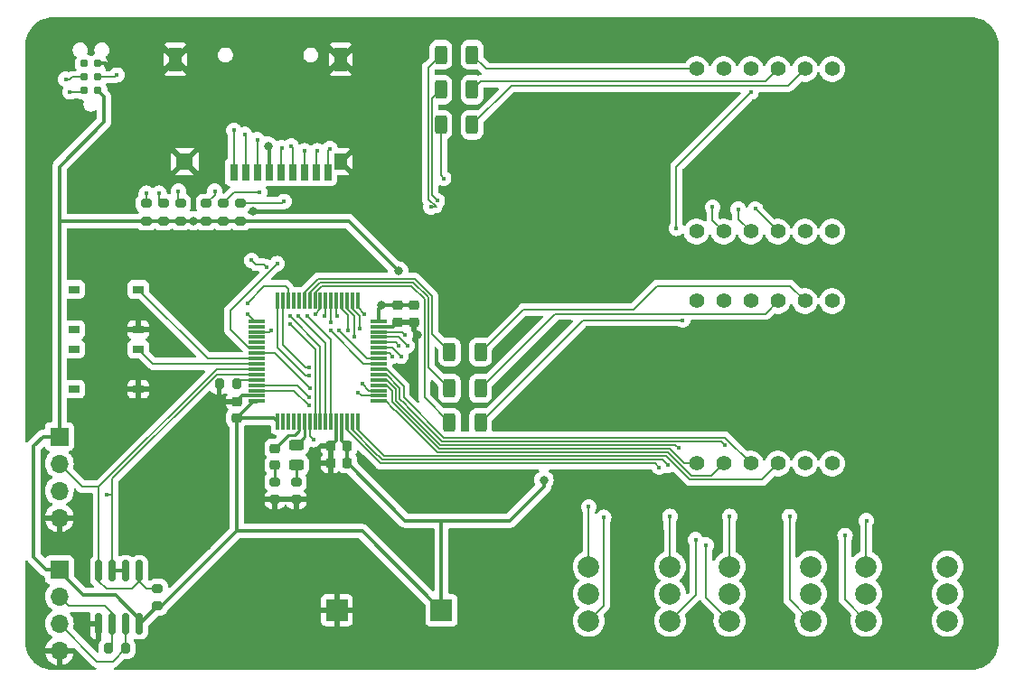
<source format=gtl>
%TF.GenerationSoftware,KiCad,Pcbnew,8.0.4*%
%TF.CreationDate,2024-08-28T18:13:50+02:00*%
%TF.ProjectId,Controller,436f6e74-726f-46c6-9c65-722e6b696361,v0*%
%TF.SameCoordinates,Original*%
%TF.FileFunction,Copper,L1,Top*%
%TF.FilePolarity,Positive*%
%FSLAX46Y46*%
G04 Gerber Fmt 4.6, Leading zero omitted, Abs format (unit mm)*
G04 Created by KiCad (PCBNEW 8.0.4) date 2024-08-28 18:13:50*
%MOMM*%
%LPD*%
G01*
G04 APERTURE LIST*
G04 Aperture macros list*
%AMRoundRect*
0 Rectangle with rounded corners*
0 $1 Rounding radius*
0 $2 $3 $4 $5 $6 $7 $8 $9 X,Y pos of 4 corners*
0 Add a 4 corners polygon primitive as box body*
4,1,4,$2,$3,$4,$5,$6,$7,$8,$9,$2,$3,0*
0 Add four circle primitives for the rounded corners*
1,1,$1+$1,$2,$3*
1,1,$1+$1,$4,$5*
1,1,$1+$1,$6,$7*
1,1,$1+$1,$8,$9*
0 Add four rect primitives between the rounded corners*
20,1,$1+$1,$2,$3,$4,$5,0*
20,1,$1+$1,$4,$5,$6,$7,0*
20,1,$1+$1,$6,$7,$8,$9,0*
20,1,$1+$1,$8,$9,$2,$3,0*%
G04 Aperture macros list end*
%TA.AperFunction,SMDPad,CuDef*%
%ADD10RoundRect,0.200000X-0.200000X-0.275000X0.200000X-0.275000X0.200000X0.275000X-0.200000X0.275000X0*%
%TD*%
%TA.AperFunction,ComponentPad*%
%ADD11C,2.000000*%
%TD*%
%TA.AperFunction,ConnectorPad*%
%ADD12C,0.787400*%
%TD*%
%TA.AperFunction,SMDPad,CuDef*%
%ADD13RoundRect,0.200000X-0.275000X0.200000X-0.275000X-0.200000X0.275000X-0.200000X0.275000X0.200000X0*%
%TD*%
%TA.AperFunction,SMDPad,CuDef*%
%ADD14RoundRect,0.243750X0.456250X-0.243750X0.456250X0.243750X-0.456250X0.243750X-0.456250X-0.243750X0*%
%TD*%
%TA.AperFunction,SMDPad,CuDef*%
%ADD15R,1.000000X0.750000*%
%TD*%
%TA.AperFunction,SMDPad,CuDef*%
%ADD16RoundRect,0.225000X-0.225000X-0.250000X0.225000X-0.250000X0.225000X0.250000X-0.225000X0.250000X0*%
%TD*%
%TA.AperFunction,SMDPad,CuDef*%
%ADD17RoundRect,0.225000X0.250000X-0.225000X0.250000X0.225000X-0.250000X0.225000X-0.250000X-0.225000X0*%
%TD*%
%TA.AperFunction,ComponentPad*%
%ADD18R,2.000000X2.000000*%
%TD*%
%TA.AperFunction,SMDPad,CuDef*%
%ADD19RoundRect,0.250000X0.312500X0.625000X-0.312500X0.625000X-0.312500X-0.625000X0.312500X-0.625000X0*%
%TD*%
%TA.AperFunction,SMDPad,CuDef*%
%ADD20RoundRect,0.150000X-0.150000X0.825000X-0.150000X-0.825000X0.150000X-0.825000X0.150000X0.825000X0*%
%TD*%
%TA.AperFunction,SMDPad,CuDef*%
%ADD21R,0.700000X1.600000*%
%TD*%
%TA.AperFunction,SMDPad,CuDef*%
%ADD22R,1.200000X1.500000*%
%TD*%
%TA.AperFunction,SMDPad,CuDef*%
%ADD23R,1.200000X2.200000*%
%TD*%
%TA.AperFunction,SMDPad,CuDef*%
%ADD24R,1.600000X1.500000*%
%TD*%
%TA.AperFunction,ComponentPad*%
%ADD25C,1.400000*%
%TD*%
%TA.AperFunction,SMDPad,CuDef*%
%ADD26RoundRect,0.218750X0.256250X-0.218750X0.256250X0.218750X-0.256250X0.218750X-0.256250X-0.218750X0*%
%TD*%
%TA.AperFunction,SMDPad,CuDef*%
%ADD27RoundRect,0.075000X0.075000X-0.700000X0.075000X0.700000X-0.075000X0.700000X-0.075000X-0.700000X0*%
%TD*%
%TA.AperFunction,SMDPad,CuDef*%
%ADD28RoundRect,0.075000X0.700000X-0.075000X0.700000X0.075000X-0.700000X0.075000X-0.700000X-0.075000X0*%
%TD*%
%TA.AperFunction,ComponentPad*%
%ADD29R,1.700000X1.700000*%
%TD*%
%TA.AperFunction,ComponentPad*%
%ADD30O,1.700000X1.700000*%
%TD*%
%TA.AperFunction,ViaPad*%
%ADD31C,0.800000*%
%TD*%
%TA.AperFunction,ViaPad*%
%ADD32C,0.450000*%
%TD*%
%TA.AperFunction,Conductor*%
%ADD33C,0.300000*%
%TD*%
%TA.AperFunction,Conductor*%
%ADD34C,0.350000*%
%TD*%
%TA.AperFunction,Conductor*%
%ADD35C,0.250000*%
%TD*%
%TA.AperFunction,Conductor*%
%ADD36C,0.150000*%
%TD*%
G04 APERTURE END LIST*
D10*
%TO.P,R1,1*%
%TO.N,GND*%
X176575000Y-84800000D03*
%TO.P,R1,2*%
%TO.N,Net-(U1-BOOT0)*%
X178225000Y-84800000D03*
%TD*%
D11*
%TO.P,U7,1,4*%
%TO.N,/DIG3_4*%
X237190000Y-101920000D03*
%TO.P,U7,2,C*%
%TO.N,+3V3*%
X237190000Y-104460000D03*
%TO.P,U7,3,1*%
%TO.N,/DIG3_1*%
X237190000Y-107000000D03*
%TO.P,U7,4,8*%
%TO.N,/DIG3_8*%
X244810000Y-107000000D03*
%TO.P,U7,5,C*%
%TO.N,+3V3*%
X244810000Y-104460000D03*
%TO.P,U7,6,2*%
%TO.N,/DIG3_2*%
X244810000Y-101920000D03*
%TD*%
D12*
%TO.P,J5,1,VCC*%
%TO.N,+3V3*%
X165200000Y-57270000D03*
%TO.P,J5,2,SWDIO*%
%TO.N,/SWDIO*%
X163930000Y-57270000D03*
%TO.P,J5,3,~{RESET}*%
%TO.N,/NRST*%
X165200000Y-56000000D03*
%TO.P,J5,4,SWCLK*%
%TO.N,/SWCLK*%
X163930000Y-56000000D03*
%TO.P,J5,5,GND*%
%TO.N,GND*%
X165200000Y-54730000D03*
%TO.P,J5,6,SWO*%
%TO.N,unconnected-(J5-SWO-Pad6)*%
X163930000Y-54730000D03*
%TD*%
D13*
%TO.P,R3,1*%
%TO.N,Net-(JP10-A)*%
X178550000Y-67850000D03*
%TO.P,R3,2*%
%TO.N,+3V3*%
X178550000Y-69500000D03*
%TD*%
%TO.P,R4,1*%
%TO.N,/SPI_MISO*%
X176950000Y-67850000D03*
%TO.P,R4,2*%
%TO.N,+3V3*%
X176950000Y-69500000D03*
%TD*%
%TO.P,R8,1*%
%TO.N,/SPI_SCK*%
X175350000Y-67850000D03*
%TO.P,R8,2*%
%TO.N,+3V3*%
X175350000Y-69500000D03*
%TD*%
D14*
%TO.P,D1,1,K*%
%TO.N,Net-(D1-K)*%
X183800000Y-92400000D03*
%TO.P,D1,2,A*%
%TO.N,/LED_GREEN*%
X183800000Y-90525000D03*
%TD*%
D15*
%TO.P,SW2,1,1*%
%TO.N,GND*%
X169000000Y-85275000D03*
%TO.P,SW2,2,2*%
%TO.N,unconnected-(SW2-Pad2)*%
X163000000Y-85275000D03*
%TO.P,SW2,3,K*%
%TO.N,/SW2*%
X169000000Y-81525000D03*
%TO.P,SW2,4,A*%
%TO.N,unconnected-(SW2-A-Pad4)*%
X163000000Y-81525000D03*
%TD*%
D16*
%TO.P,C6,1*%
%TO.N,GND*%
X187025000Y-92200000D03*
%TO.P,C6,2*%
%TO.N,+3V3*%
X188575000Y-92200000D03*
%TD*%
D17*
%TO.P,C4,1*%
%TO.N,+3V3*%
X178200000Y-87975000D03*
%TO.P,C4,2*%
%TO.N,GND*%
X178200000Y-86425000D03*
%TD*%
D13*
%TO.P,R10,1*%
%TO.N,/SPI_MOSI*%
X172950000Y-67850000D03*
%TO.P,R10,2*%
%TO.N,+3V3*%
X172950000Y-69500000D03*
%TD*%
D17*
%TO.P,C2,1*%
%TO.N,GND*%
X194800000Y-78975000D03*
%TO.P,C2,2*%
%TO.N,+3V3*%
X194800000Y-77425000D03*
%TD*%
D18*
%TO.P,TP2,1,1*%
%TO.N,+3V3*%
X197400000Y-106000000D03*
%TD*%
D19*
%TO.P,R16,1*%
%TO.N,Net-(U3-DIG2)*%
X200262500Y-57200000D03*
%TO.P,R16,2*%
%TO.N,/Salinity_DIG2*%
X197337500Y-57200000D03*
%TD*%
D11*
%TO.P,U6,1,4*%
%TO.N,/DIG2_4*%
X224380000Y-101920000D03*
%TO.P,U6,2,C*%
%TO.N,+3V3*%
X224380000Y-104460000D03*
%TO.P,U6,3,1*%
%TO.N,/DIG2_1*%
X224380000Y-107000000D03*
%TO.P,U6,4,8*%
%TO.N,/DIG2_8*%
X232000000Y-107000000D03*
%TO.P,U6,5,C*%
%TO.N,+3V3*%
X232000000Y-104460000D03*
%TO.P,U6,6,2*%
%TO.N,/DIG2_2*%
X232000000Y-101920000D03*
%TD*%
D13*
%TO.P,R13,1*%
%TO.N,/RS485_uart*%
X170800000Y-103975000D03*
%TO.P,R13,2*%
%TO.N,+3V3*%
X170800000Y-105625000D03*
%TD*%
D19*
%TO.P,R18,1*%
%TO.N,Net-(U4-DIG1)*%
X201062500Y-88400000D03*
%TO.P,R18,2*%
%TO.N,/Depth_DIG1*%
X198137500Y-88400000D03*
%TD*%
%TO.P,R19,1*%
%TO.N,Net-(U4-DIG2)*%
X201062500Y-85200000D03*
%TO.P,R19,2*%
%TO.N,/Depth_DIG2*%
X198137500Y-85200000D03*
%TD*%
D13*
%TO.P,R9,1*%
%TO.N,Net-(D2-K)*%
X181800000Y-93975000D03*
%TO.P,R9,2*%
%TO.N,GND*%
X181800000Y-95625000D03*
%TD*%
D20*
%TO.P,U8,1,RO*%
%TO.N,/RS485_uart*%
X169105000Y-102325000D03*
%TO.P,U8,2,~{RE}*%
%TO.N,/RS485_DE*%
X167835000Y-102325000D03*
%TO.P,U8,3,DE*%
X166565000Y-102325000D03*
%TO.P,U8,4,DI*%
%TO.N,/RS485_uart*%
X165295000Y-102325000D03*
%TO.P,U8,5,GND*%
%TO.N,GND*%
X165295000Y-107275000D03*
%TO.P,U8,6,A*%
%TO.N,/RS485_A*%
X166565000Y-107275000D03*
%TO.P,U8,7,B*%
%TO.N,/RS485_B*%
X167835000Y-107275000D03*
%TO.P,U8,8,VCC*%
%TO.N,+3V3*%
X169105000Y-107275000D03*
%TD*%
D13*
%TO.P,R5,1*%
%TO.N,Net-(D1-K)*%
X183800000Y-93975000D03*
%TO.P,R5,2*%
%TO.N,GND*%
X183800000Y-95625000D03*
%TD*%
D19*
%TO.P,R20,1*%
%TO.N,Net-(U4-DIG3)*%
X201062500Y-81800000D03*
%TO.P,R20,2*%
%TO.N,/Depth_DIG3*%
X198137500Y-81800000D03*
%TD*%
D21*
%TO.P,J2,1,DAT2*%
%TO.N,Net-(J2-DAT2)*%
X177950000Y-64925000D03*
%TO.P,J2,2,DAT3/CD*%
%TO.N,Net-(J2-DAT3{slash}CD)*%
X179050000Y-64925000D03*
%TO.P,J2,3,CMD*%
%TO.N,Net-(J2-CMD)*%
X180150000Y-64925000D03*
%TO.P,J2,4,VDD*%
%TO.N,Net-(J2-VDD)*%
X181250000Y-64925000D03*
%TO.P,J2,5,CLK*%
%TO.N,Net-(J2-CLK)*%
X182350000Y-64925000D03*
%TO.P,J2,6,VSS*%
%TO.N,Net-(J2-VSS)*%
X183450000Y-64925000D03*
%TO.P,J2,7,DAT0*%
%TO.N,Net-(J2-DAT0)*%
X184550000Y-64925000D03*
%TO.P,J2,8,DAT1*%
%TO.N,Net-(J2-DAT1)*%
X185650000Y-64925000D03*
%TO.P,J2,9,DET*%
%TO.N,Net-(J2-DET)*%
X186750000Y-64925000D03*
D22*
%TO.P,J2,10,SHIELD*%
%TO.N,GND*%
X187950000Y-63925000D03*
D23*
X187950000Y-54325000D03*
D24*
X173350000Y-63925000D03*
D23*
X172450000Y-54325000D03*
%TD*%
D17*
%TO.P,C1,1*%
%TO.N,GND*%
X193300000Y-78975000D03*
%TO.P,C1,2*%
%TO.N,+3V3*%
X193300000Y-77425000D03*
%TD*%
D18*
%TO.P,TP3,1,1*%
%TO.N,GND*%
X187600000Y-106000000D03*
%TD*%
D15*
%TO.P,SW1,1,1*%
%TO.N,GND*%
X169000000Y-79675000D03*
%TO.P,SW1,2,2*%
%TO.N,unconnected-(SW1-Pad2)*%
X163000000Y-79675000D03*
%TO.P,SW1,3,K*%
%TO.N,/SW1*%
X169000000Y-75925000D03*
%TO.P,SW1,4,A*%
%TO.N,unconnected-(SW1-A-Pad4)*%
X163000000Y-75925000D03*
%TD*%
D13*
%TO.P,R12,1*%
%TO.N,Net-(JP3-A)*%
X169750000Y-67850000D03*
%TO.P,R12,2*%
%TO.N,+3V3*%
X169750000Y-69500000D03*
%TD*%
D19*
%TO.P,R15,1*%
%TO.N,Net-(U3-DIG3)*%
X200262500Y-60490000D03*
%TO.P,R15,2*%
%TO.N,/Salinity_DIG3*%
X197337500Y-60490000D03*
%TD*%
D25*
%TO.P,U4,1,E*%
%TO.N,/Depth_E*%
X221300000Y-92240000D03*
%TO.P,U4,2,D*%
%TO.N,/Depth_D*%
X223840000Y-92240000D03*
%TO.P,U4,3,DP*%
%TO.N,/Depth_DP*%
X226380000Y-92240000D03*
%TO.P,U4,4,C*%
%TO.N,/Depth_C*%
X228920000Y-92240000D03*
%TO.P,U4,5,G*%
%TO.N,/Depth_G*%
X231460000Y-92240000D03*
%TO.P,U4,6,NC*%
%TO.N,unconnected-(U4-NC-Pad6)*%
X234000000Y-92240000D03*
%TO.P,U4,7,B*%
%TO.N,/Depth_B*%
X234000000Y-77000000D03*
%TO.P,U4,8,DIG3*%
%TO.N,Net-(U4-DIG3)*%
X231460000Y-77000000D03*
%TO.P,U4,9,DIG2*%
%TO.N,Net-(U4-DIG2)*%
X228920000Y-77000000D03*
%TO.P,U4,10,F*%
%TO.N,/Depth_F*%
X226380000Y-77000000D03*
%TO.P,U4,11,A*%
%TO.N,/Depth_A*%
X223840000Y-77000000D03*
%TO.P,U4,12,DIG1*%
%TO.N,Net-(U4-DIG1)*%
X221300000Y-77000000D03*
%TD*%
D19*
%TO.P,R17,1*%
%TO.N,Net-(U3-DIG1)*%
X200262500Y-53910000D03*
%TO.P,R17,2*%
%TO.N,/Salinity_DIG1*%
X197337500Y-53910000D03*
%TD*%
D16*
%TO.P,C5,1*%
%TO.N,GND*%
X187025000Y-90600000D03*
%TO.P,C5,2*%
%TO.N,+3V3*%
X188575000Y-90600000D03*
%TD*%
D13*
%TO.P,R11,1*%
%TO.N,/SPI_NSS*%
X171350000Y-67850000D03*
%TO.P,R11,2*%
%TO.N,+3V3*%
X171350000Y-69500000D03*
%TD*%
D26*
%TO.P,D2,1,K*%
%TO.N,Net-(D2-K)*%
X181800000Y-92400000D03*
%TO.P,D2,2,A*%
%TO.N,/LED_RED*%
X181800000Y-90825000D03*
%TD*%
D10*
%TO.P,R14,1*%
%TO.N,/RS485_A*%
X166175000Y-109600000D03*
%TO.P,R14,2*%
%TO.N,/RS485_B*%
X167825000Y-109600000D03*
%TD*%
D25*
%TO.P,U3,1,E*%
%TO.N,/Salinity_E*%
X221300000Y-70490000D03*
%TO.P,U3,2,D*%
%TO.N,/Salinity_D*%
X223840000Y-70490000D03*
%TO.P,U3,3,DP*%
%TO.N,/Salinity_DP*%
X226380000Y-70490000D03*
%TO.P,U3,4,C*%
%TO.N,/Salinity_C*%
X228920000Y-70490000D03*
%TO.P,U3,5,G*%
%TO.N,/Salinity_G*%
X231460000Y-70490000D03*
%TO.P,U3,6,NC*%
%TO.N,unconnected-(U3-NC-Pad6)*%
X234000000Y-70490000D03*
%TO.P,U3,7,B*%
%TO.N,/Salinity_B*%
X234000000Y-55250000D03*
%TO.P,U3,8,DIG3*%
%TO.N,Net-(U3-DIG3)*%
X231460000Y-55250000D03*
%TO.P,U3,9,DIG2*%
%TO.N,Net-(U3-DIG2)*%
X228920000Y-55250000D03*
%TO.P,U3,10,F*%
%TO.N,/Salinity_F*%
X226380000Y-55250000D03*
%TO.P,U3,11,A*%
%TO.N,/Salinity_A*%
X223840000Y-55250000D03*
%TO.P,U3,12,DIG1*%
%TO.N,Net-(U3-DIG1)*%
X221300000Y-55250000D03*
%TD*%
D27*
%TO.P,U1,1,VDD*%
%TO.N,+3V3*%
X182050000Y-88325000D03*
%TO.P,U1,2,PC13*%
%TO.N,unconnected-(U1-PC13-Pad2)*%
X182550000Y-88325000D03*
%TO.P,U1,3,PC14*%
%TO.N,unconnected-(U1-PC14-Pad3)*%
X183050000Y-88325000D03*
%TO.P,U1,4,PC15*%
%TO.N,unconnected-(U1-PC15-Pad4)*%
X183550000Y-88325000D03*
%TO.P,U1,5,PF0*%
%TO.N,/LED_RED*%
X184050000Y-88325000D03*
%TO.P,U1,6,PF1*%
%TO.N,/LED_GREEN*%
X184550000Y-88325000D03*
%TO.P,U1,7,NRST*%
%TO.N,/NRST*%
X185050000Y-88325000D03*
%TO.P,U1,8,PC0*%
%TO.N,/Salinity_A*%
X185550000Y-88325000D03*
%TO.P,U1,9,PC1*%
%TO.N,/Salinity_B*%
X186050000Y-88325000D03*
%TO.P,U1,10,PC2*%
%TO.N,/Salinity_C*%
X186550000Y-88325000D03*
%TO.P,U1,11,PC3*%
%TO.N,/Salinity_D*%
X187050000Y-88325000D03*
%TO.P,U1,12,VSSA*%
%TO.N,GND*%
X187550000Y-88325000D03*
%TO.P,U1,13,VDDA*%
%TO.N,+3V3*%
X188050000Y-88325000D03*
%TO.P,U1,14,PA0*%
%TO.N,/Depth_A*%
X188550000Y-88325000D03*
%TO.P,U1,15,PA1*%
%TO.N,/Depth_B*%
X189050000Y-88325000D03*
%TO.P,U1,16,PA2*%
%TO.N,/Depth_C*%
X189550000Y-88325000D03*
D28*
%TO.P,U1,17,PA3*%
%TO.N,/Depth_D*%
X191475000Y-86400000D03*
%TO.P,U1,18,PF4*%
%TO.N,/DIG3_1*%
X191475000Y-85900000D03*
%TO.P,U1,19,PF5*%
%TO.N,/DIG3_2*%
X191475000Y-85400000D03*
%TO.P,U1,20,PA4*%
%TO.N,/Depth_E*%
X191475000Y-84900000D03*
%TO.P,U1,21,PA5*%
%TO.N,/Depth_F*%
X191475000Y-84400000D03*
%TO.P,U1,22,PA6*%
%TO.N,/Depth_G*%
X191475000Y-83900000D03*
%TO.P,U1,23,PA7*%
%TO.N,/Depth_DP*%
X191475000Y-83400000D03*
%TO.P,U1,24,PC4*%
%TO.N,/Salinity_E*%
X191475000Y-82900000D03*
%TO.P,U1,25,PC5*%
%TO.N,/Salinity_F*%
X191475000Y-82400000D03*
%TO.P,U1,26,PB0*%
%TO.N,/DIG1_1*%
X191475000Y-81900000D03*
%TO.P,U1,27,PB1*%
%TO.N,/DIG1_2*%
X191475000Y-81400000D03*
%TO.P,U1,28,PB2*%
%TO.N,/DIG1_4*%
X191475000Y-80900000D03*
%TO.P,U1,29,PB10*%
%TO.N,/DIG2_4*%
X191475000Y-80400000D03*
%TO.P,U1,30,PB11*%
%TO.N,/DIG2_8*%
X191475000Y-79900000D03*
%TO.P,U1,31,VSS*%
%TO.N,GND*%
X191475000Y-79400000D03*
%TO.P,U1,32,VDD*%
%TO.N,+3V3*%
X191475000Y-78900000D03*
D27*
%TO.P,U1,33,PB12*%
%TO.N,/SPI_NSS*%
X189550000Y-76975000D03*
%TO.P,U1,34,PB13*%
%TO.N,/SPI_SCK*%
X189050000Y-76975000D03*
%TO.P,U1,35,PB14*%
%TO.N,/SPI_MISO*%
X188550000Y-76975000D03*
%TO.P,U1,36,PB15*%
%TO.N,/SPI_MOSI*%
X188050000Y-76975000D03*
%TO.P,U1,37,PC6*%
%TO.N,/Salinity_G*%
X187550000Y-76975000D03*
%TO.P,U1,38,PC7*%
%TO.N,/Salinity_DP*%
X187050000Y-76975000D03*
%TO.P,U1,39,PC8*%
%TO.N,/Salinity_DIG1*%
X186550000Y-76975000D03*
%TO.P,U1,40,PC9*%
%TO.N,/Salinity_DIG2*%
X186050000Y-76975000D03*
%TO.P,U1,41,PA8*%
%TO.N,/Depth_DIG1*%
X185550000Y-76975000D03*
%TO.P,U1,42,PA9*%
%TO.N,/Depth_DIG2*%
X185050000Y-76975000D03*
%TO.P,U1,43,PA10*%
%TO.N,/Depth_DIG3*%
X184550000Y-76975000D03*
%TO.P,U1,44,PA11*%
%TO.N,unconnected-(U1-PA11-Pad44)*%
X184050000Y-76975000D03*
%TO.P,U1,45,PA12*%
%TO.N,unconnected-(U1-PA12-Pad45)*%
X183550000Y-76975000D03*
%TO.P,U1,46,PA13*%
%TO.N,/SWDIO*%
X183050000Y-76975000D03*
%TO.P,U1,47,PF6*%
%TO.N,/DIG3_4*%
X182550000Y-76975000D03*
%TO.P,U1,48,PF7*%
%TO.N,/DIG3_8*%
X182050000Y-76975000D03*
D28*
%TO.P,U1,49,PA14*%
%TO.N,/SWCLK*%
X180125000Y-78900000D03*
%TO.P,U1,50,PA15*%
%TO.N,unconnected-(U1-PA15-Pad50)*%
X180125000Y-79400000D03*
%TO.P,U1,51,PC10*%
%TO.N,/Salinity_DIG3*%
X180125000Y-79900000D03*
%TO.P,U1,52,PC11*%
%TO.N,unconnected-(U1-PC11-Pad52)*%
X180125000Y-80400000D03*
%TO.P,U1,53,PC12*%
%TO.N,unconnected-(U1-PC12-Pad53)*%
X180125000Y-80900000D03*
%TO.P,U1,54,PD2*%
%TO.N,/CD*%
X180125000Y-81400000D03*
%TO.P,U1,55,PB3*%
%TO.N,/DIG1_8*%
X180125000Y-81900000D03*
%TO.P,U1,56,PB4*%
%TO.N,/SW1*%
X180125000Y-82400000D03*
%TO.P,U1,57,PB5*%
%TO.N,/SW2*%
X180125000Y-82900000D03*
%TO.P,U1,58,PB6*%
%TO.N,/RS485_uart*%
X180125000Y-83400000D03*
%TO.P,U1,59,PB7*%
%TO.N,/RS485_DE*%
X180125000Y-83900000D03*
%TO.P,U1,60,BOOT0*%
%TO.N,Net-(U1-BOOT0)*%
X180125000Y-84400000D03*
%TO.P,U1,61,PB8*%
%TO.N,/DIG2_1*%
X180125000Y-84900000D03*
%TO.P,U1,62,PB9*%
%TO.N,/DIG2_2*%
X180125000Y-85400000D03*
%TO.P,U1,63,VSS*%
%TO.N,GND*%
X180125000Y-85900000D03*
%TO.P,U1,64,VDD*%
%TO.N,+3V3*%
X180125000Y-86400000D03*
%TD*%
D11*
%TO.P,U5,1,4*%
%TO.N,/DIG1_4*%
X211190000Y-101920000D03*
%TO.P,U5,2,C*%
%TO.N,+3V3*%
X211190000Y-104460000D03*
%TO.P,U5,3,1*%
%TO.N,/DIG1_1*%
X211190000Y-107000000D03*
%TO.P,U5,4,8*%
%TO.N,/DIG1_8*%
X218810000Y-107000000D03*
%TO.P,U5,5,C*%
%TO.N,+3V3*%
X218810000Y-104460000D03*
%TO.P,U5,6,2*%
%TO.N,/DIG1_2*%
X218810000Y-101920000D03*
%TD*%
D29*
%TO.P,J4,1,Pin_1*%
%TO.N,+3V3*%
X161600000Y-89720000D03*
D30*
%TO.P,J4,2,Pin_2*%
%TO.N,/RS485_uart*%
X161600000Y-92260000D03*
%TO.P,J4,3,Pin_3*%
%TO.N,/RS485_DE*%
X161600000Y-94800000D03*
%TO.P,J4,4,Pin_4*%
%TO.N,GND*%
X161600000Y-97340000D03*
%TD*%
D29*
%TO.P,J3,1,Pin_1*%
%TO.N,+3V3*%
X161600000Y-102200000D03*
D30*
%TO.P,J3,2,Pin_2*%
%TO.N,/RS485_A*%
X161600000Y-104740000D03*
%TO.P,J3,3,Pin_3*%
%TO.N,/RS485_B*%
X161600000Y-107280000D03*
%TO.P,J3,4,Pin_4*%
%TO.N,GND*%
X161600000Y-109820000D03*
%TD*%
D31*
%TO.N,GND*%
X202200000Y-74800000D03*
X203800000Y-88200000D03*
X206000000Y-108000000D03*
X241200000Y-81600000D03*
X180800000Y-57800000D03*
X185400000Y-97400000D03*
X163600000Y-99600000D03*
X185400000Y-72800000D03*
X195400000Y-94800000D03*
X164400000Y-72600000D03*
X166200000Y-55000000D03*
X175000000Y-108800000D03*
X214400000Y-85400000D03*
X173800000Y-92600000D03*
X195125000Y-80200000D03*
X191800000Y-60400000D03*
X228000000Y-108400000D03*
X179750000Y-68600000D03*
X168600000Y-58200000D03*
X164000000Y-107600000D03*
X175400000Y-100000000D03*
X214800000Y-64000000D03*
X240600000Y-62800000D03*
X212000000Y-60000000D03*
%TO.N,+3V3*%
X193400000Y-74200000D03*
X207000000Y-93800000D03*
X174150000Y-69500000D03*
X191800000Y-77400000D03*
D32*
%TO.N,/SPI_MISO*%
X180350000Y-66800000D03*
X189200000Y-80400000D03*
%TO.N,/SPI_NSS*%
X170950000Y-66900000D03*
X190200000Y-78200000D03*
%TO.N,Net-(J2-DAT1)*%
X185750000Y-62925000D03*
%TO.N,Net-(J2-DAT2)*%
X177950000Y-61000000D03*
%TO.N,/CD*%
X182000000Y-73507107D03*
%TO.N,/SPI_MOSI*%
X172750000Y-66700000D03*
X181000000Y-73800000D03*
X188600000Y-79800000D03*
X179600000Y-73200000D03*
%TO.N,/SPI_SCK*%
X176150000Y-66700000D03*
X189700000Y-79600000D03*
%TO.N,/RS485_DE*%
X166000000Y-95200000D03*
%TO.N,/SWCLK*%
X179200000Y-78200000D03*
X162200000Y-56200000D03*
%TO.N,/NRST*%
X167000000Y-55800000D03*
X185400000Y-90000000D03*
%TO.N,/SWDIO*%
X179200000Y-77200000D03*
X162600000Y-57400000D03*
%TO.N,/DIG2_1*%
X185000000Y-86000000D03*
X222200000Y-99900000D03*
%TO.N,/DIG1_8*%
X221200000Y-99400000D03*
X185050000Y-85200000D03*
%TO.N,/DIG1_2*%
X193600000Y-82200000D03*
X218800000Y-97200000D03*
%TO.N,/DIG1_4*%
X211200000Y-96300000D03*
X193400000Y-81200000D03*
%TO.N,/Depth_G*%
X223916446Y-90483554D03*
%TO.N,/Salinity_B*%
X183200000Y-78400000D03*
%TO.N,/Depth_A*%
X217800000Y-92600000D03*
%TO.N,/DIG3_1*%
X189600000Y-85600000D03*
X235200000Y-99000000D03*
%TO.N,/DIG2_8*%
X230000000Y-97200000D03*
X194000000Y-80200000D03*
%TO.N,/DIG2_4*%
X194200000Y-81200000D03*
X224400000Y-97200000D03*
%TO.N,/Salinity_C*%
X226800000Y-68370000D03*
X184000000Y-78400000D03*
%TO.N,/Salinity_DIG1*%
X186400000Y-78400000D03*
X196400000Y-68200000D03*
%TO.N,/Salinity_G*%
X187600000Y-78400000D03*
%TO.N,/Salinity_DIG2*%
X197000000Y-67600000D03*
X185600000Y-78200000D03*
%TO.N,/DIG2_2*%
X185000000Y-86800000D03*
%TO.N,/DIG3_4*%
X237200000Y-97600000D03*
X185000000Y-83200000D03*
%TO.N,/Salinity_DIG3*%
X197600000Y-65500000D03*
X181400000Y-79800000D03*
%TO.N,/DIG1_1*%
X212600000Y-97300000D03*
X192800000Y-82200000D03*
%TO.N,/Salinity_E*%
X187000000Y-79800000D03*
%TO.N,/Depth_F*%
X219600000Y-90800000D03*
%TO.N,/Salinity_F*%
X187800000Y-79800000D03*
X226400000Y-57400000D03*
X219400000Y-70200000D03*
%TO.N,/DIG3_8*%
X185000000Y-84000000D03*
%TO.N,/Salinity_DP*%
X187000000Y-79000000D03*
X225200000Y-68400000D03*
%TO.N,/DIG3_2*%
X190000000Y-84800000D03*
%TO.N,/Salinity_A*%
X183200000Y-79200000D03*
%TO.N,/Salinity_D*%
X184800000Y-78400000D03*
X222800000Y-68200000D03*
%TO.N,/Depth_B*%
X218598959Y-92401041D03*
%TO.N,Net-(J2-DAT0)*%
X184550000Y-62925000D03*
%TO.N,Net-(J2-DAT3{slash}CD)*%
X178950000Y-61375000D03*
%TO.N,Net-(J2-VSS)*%
X183324438Y-62456835D03*
%TO.N,Net-(J2-DET)*%
X186950000Y-62725000D03*
D31*
%TO.N,Net-(J2-VDD)*%
X181150000Y-62475000D03*
D32*
%TO.N,Net-(J2-CMD)*%
X180150000Y-61875000D03*
%TO.N,Net-(J2-CLK)*%
X182449583Y-62624583D03*
%TO.N,Net-(JP10-A)*%
X182662500Y-67662500D03*
%TO.N,Net-(JP3-A)*%
X169750000Y-66900000D03*
%TO.N,Net-(U4-DIG1)*%
X220000000Y-78800000D03*
%TD*%
D33*
%TO.N,GND*%
X187550000Y-90075000D02*
X187025000Y-90600000D01*
X178725000Y-85900000D02*
X178200000Y-86425000D01*
D34*
X165200000Y-54730000D02*
X165930000Y-54730000D01*
D33*
X191475000Y-79400000D02*
X192875000Y-79400000D01*
X187550000Y-88325000D02*
X187550000Y-90075000D01*
D34*
X165930000Y-54730000D02*
X166200000Y-55000000D01*
D33*
X165295000Y-107275000D02*
X164325000Y-107275000D01*
X180125000Y-85900000D02*
X178725000Y-85900000D01*
X164325000Y-107275000D02*
X164000000Y-107600000D01*
D34*
X194800000Y-78975000D02*
X194800000Y-79875000D01*
D33*
X192875000Y-79400000D02*
X193300000Y-78975000D01*
D34*
X194800000Y-79875000D02*
X195125000Y-80200000D01*
%TO.N,+3V3*%
X161600000Y-69600000D02*
X161600000Y-89720000D01*
X178550000Y-69500000D02*
X188700000Y-69500000D01*
X161600000Y-64400000D02*
X161600000Y-69600000D01*
X179750000Y-86425000D02*
X180125000Y-86425000D01*
X207000000Y-93800000D02*
X207000000Y-94400000D01*
X178200000Y-87975000D02*
X179750000Y-86425000D01*
X159200000Y-90600000D02*
X160080000Y-89720000D01*
X159200000Y-101000000D02*
X159200000Y-90600000D01*
X203800000Y-97600000D02*
X197400000Y-97600000D01*
X178200000Y-87975000D02*
X181675000Y-87975000D01*
D33*
X188050000Y-90075000D02*
X188575000Y-90600000D01*
D34*
X161600000Y-102400000D02*
X161600000Y-102200000D01*
D33*
X191475000Y-77725000D02*
X191800000Y-77400000D01*
D34*
X165800000Y-60200000D02*
X161600000Y-64400000D01*
X169150000Y-107275000D02*
X170800000Y-105625000D01*
X169105000Y-107275000D02*
X169150000Y-107275000D01*
X169105000Y-106823382D02*
X166881618Y-104600000D01*
X161600000Y-102200000D02*
X160400000Y-102200000D01*
D33*
X188050000Y-88325000D02*
X188050000Y-90075000D01*
D34*
X166881618Y-104600000D02*
X163800000Y-104600000D01*
X197400000Y-106000000D02*
X197400000Y-97600000D01*
X178200000Y-98600000D02*
X178200000Y-87975000D01*
X169750000Y-69500000D02*
X174150000Y-69500000D01*
X188600000Y-92200000D02*
X188575000Y-92200000D01*
X169105000Y-107275000D02*
X169105000Y-106823382D01*
X161700000Y-69500000D02*
X161600000Y-69600000D01*
X174150000Y-69500000D02*
X178550000Y-69500000D01*
X169750000Y-69500000D02*
X161700000Y-69500000D01*
X181675000Y-87975000D02*
X182025000Y-88325000D01*
X165800000Y-57870000D02*
X165800000Y-60200000D01*
X163800000Y-104600000D02*
X161600000Y-102400000D01*
X171175000Y-105625000D02*
X178200000Y-98600000D01*
X160400000Y-102200000D02*
X159200000Y-101000000D01*
X160080000Y-89720000D02*
X161600000Y-89720000D01*
D33*
X191475000Y-78900000D02*
X191475000Y-77725000D01*
D34*
X178200000Y-98600000D02*
X190000000Y-98600000D01*
X190000000Y-98600000D02*
X197400000Y-106000000D01*
X197400000Y-97600000D02*
X194000000Y-97600000D01*
X207000000Y-94400000D02*
X203800000Y-97600000D01*
X170800000Y-105625000D02*
X171175000Y-105625000D01*
X194000000Y-97600000D02*
X188600000Y-92200000D01*
X188700000Y-69500000D02*
X193400000Y-74200000D01*
X188575000Y-90600000D02*
X188575000Y-92200000D01*
X194775000Y-77400000D02*
X194800000Y-77425000D01*
X165200000Y-57270000D02*
X165800000Y-57870000D01*
X191800000Y-77400000D02*
X194775000Y-77400000D01*
D35*
%TO.N,/LED_GREEN*%
X184550000Y-88325000D02*
X184550000Y-89775000D01*
X184550000Y-89775000D02*
X183800000Y-90525000D01*
%TO.N,Net-(D1-K)*%
X183800000Y-92400000D02*
X183800000Y-93975000D01*
%TO.N,Net-(D2-K)*%
X181800000Y-92400000D02*
X181800000Y-93975000D01*
%TO.N,/LED_RED*%
X183617764Y-89600000D02*
X183025000Y-89600000D01*
X183025000Y-89600000D02*
X181800000Y-90825000D01*
X184050000Y-89167764D02*
X183617764Y-89600000D01*
X184050000Y-88325000D02*
X184050000Y-89167764D01*
D36*
%TO.N,/SPI_MISO*%
X180350000Y-66800000D02*
X178000000Y-66800000D01*
X188550000Y-77755024D02*
X189200000Y-78405024D01*
X189200000Y-78405024D02*
X189200000Y-80400000D01*
X188550000Y-76975000D02*
X188550000Y-77755024D01*
X178000000Y-66800000D02*
X176950000Y-67850000D01*
%TO.N,/SPI_NSS*%
X170950000Y-66900000D02*
X170950000Y-67450000D01*
X189550000Y-76975000D02*
X189550000Y-77550000D01*
X189550000Y-77550000D02*
X190200000Y-78200000D01*
X170950000Y-67450000D02*
X171350000Y-67850000D01*
%TO.N,Net-(J2-DAT1)*%
X185650000Y-63025000D02*
X185750000Y-62925000D01*
X185650000Y-64925000D02*
X185650000Y-63025000D01*
%TO.N,Net-(J2-DAT2)*%
X177950000Y-64925000D02*
X177950000Y-63074999D01*
X177950000Y-63074999D02*
X177950000Y-61000000D01*
%TO.N,/CD*%
X181853554Y-73653554D02*
X182000000Y-73507108D01*
X182000000Y-73507108D02*
X182000000Y-73507107D01*
X180125000Y-81400000D02*
X179350001Y-81400000D01*
X179350001Y-81400000D02*
X177600000Y-79649999D01*
X177600000Y-79649999D02*
X177600000Y-77907107D01*
X177600000Y-77907107D02*
X181853554Y-73653554D01*
%TO.N,/SPI_MOSI*%
X180800000Y-73600000D02*
X180000000Y-73600000D01*
X188600000Y-78299999D02*
X188600000Y-79800000D01*
X181000000Y-73800000D02*
X180800000Y-73600000D01*
X188050000Y-77749999D02*
X188600000Y-78299999D01*
X172750000Y-67650000D02*
X172950000Y-67850000D01*
X188050000Y-76975000D02*
X188050000Y-77749999D01*
X172750000Y-66700000D02*
X172750000Y-67650000D01*
X180000000Y-73600000D02*
X179600000Y-73200000D01*
%TO.N,/SPI_SCK*%
X176150000Y-66700000D02*
X176150000Y-67050000D01*
X189700000Y-78410050D02*
X189700000Y-79600000D01*
X189050000Y-76975000D02*
X189050000Y-77760050D01*
X189050000Y-77760050D02*
X189700000Y-78410050D01*
X176150000Y-67050000D02*
X175350000Y-67850000D01*
%TO.N,/RS485_A*%
X166565000Y-106300001D02*
X165854999Y-105590000D01*
X166565000Y-107275000D02*
X166565000Y-106300001D01*
X162450000Y-105590000D02*
X161600000Y-104740000D01*
X165854999Y-105590000D02*
X162450000Y-105590000D01*
X166565000Y-109210000D02*
X166175000Y-109600000D01*
X166565000Y-107275000D02*
X166565000Y-109210000D01*
%TO.N,/RS485_B*%
X165120000Y-110800000D02*
X161600000Y-107280000D01*
X167835000Y-109590000D02*
X167825000Y-109600000D01*
X167825000Y-109600000D02*
X166625000Y-110800000D01*
X166625000Y-110800000D02*
X165120000Y-110800000D01*
X167835000Y-107275000D02*
X167835000Y-109590000D01*
%TO.N,/RS485_DE*%
X166565000Y-95200000D02*
X166565000Y-102325000D01*
X180125000Y-83900000D02*
X176322708Y-83900000D01*
D34*
X166565000Y-102325000D02*
X167835000Y-102325000D01*
D36*
X166565000Y-95200000D02*
X166000000Y-95200000D01*
X166565000Y-93657708D02*
X166565000Y-95200000D01*
X176322708Y-83900000D02*
X166565000Y-93657708D01*
%TO.N,/RS485_uart*%
X165295000Y-94432734D02*
X165295000Y-102325000D01*
X169785000Y-103975000D02*
X170800000Y-103975000D01*
X169105000Y-103295000D02*
X169105000Y-102325000D01*
X165295000Y-103299999D02*
X165995001Y-104000000D01*
X169105000Y-103295000D02*
X169785000Y-103975000D01*
X165995001Y-104000000D02*
X168400000Y-104000000D01*
X176327734Y-83400000D02*
X165295000Y-94432734D01*
X180125000Y-83400000D02*
X176327734Y-83400000D01*
X168400000Y-104000000D02*
X169105000Y-103295000D01*
X165295000Y-102325000D02*
X165295000Y-103299999D01*
X165295000Y-94432734D02*
X163772734Y-94432734D01*
X163772734Y-94432734D02*
X161600000Y-92260000D01*
%TO.N,/SWCLK*%
X162800000Y-56000000D02*
X163930000Y-56000000D01*
X180125000Y-78900000D02*
X179900000Y-78900000D01*
X179900000Y-78900000D02*
X179200000Y-78200000D01*
X162600000Y-56200000D02*
X162800000Y-56000000D01*
X162200000Y-56200000D02*
X162600000Y-56200000D01*
%TO.N,/NRST*%
X185050000Y-88325000D02*
X185050000Y-89650000D01*
X185050000Y-89650000D02*
X185400000Y-90000000D01*
X166800000Y-56000000D02*
X165200000Y-56000000D01*
X167000000Y-55800000D02*
X166800000Y-56000000D01*
%TO.N,/SWDIO*%
X182600000Y-75600000D02*
X180800000Y-75600000D01*
X180800000Y-75600000D02*
X179200000Y-77200000D01*
X183050000Y-75852082D02*
X182797918Y-75600000D01*
X162600000Y-57400000D02*
X163800000Y-57400000D01*
X183050000Y-76975000D02*
X183050000Y-75852082D01*
X182797918Y-75600000D02*
X182600000Y-75600000D01*
X163800000Y-57400000D02*
X163930000Y-57270000D01*
%TO.N,Net-(U1-BOOT0)*%
X178625000Y-84400000D02*
X180125000Y-84400000D01*
X178225000Y-84800000D02*
X178625000Y-84400000D01*
%TO.N,/DIG2_1*%
X180125000Y-84900000D02*
X183900000Y-84900000D01*
X222200000Y-99900000D02*
X222200000Y-104820000D01*
X222200000Y-104820000D02*
X224380000Y-107000000D01*
X183900000Y-84900000D02*
X185000000Y-86000000D01*
%TO.N,/Depth_DIG1*%
X186150001Y-75600000D02*
X194600000Y-75600000D01*
X194600000Y-75600000D02*
X195800000Y-76800000D01*
X185550000Y-76975000D02*
X185550000Y-76200001D01*
X195800000Y-76800000D02*
X195800000Y-86062500D01*
X185550000Y-76200001D02*
X186150001Y-75600000D01*
X195800000Y-86062500D02*
X198137500Y-88400000D01*
%TO.N,/DIG1_8*%
X181750000Y-81900000D02*
X185050000Y-85200000D01*
X221200000Y-104610000D02*
X218810000Y-107000000D01*
X221200000Y-99400000D02*
X221200000Y-104610000D01*
X180125000Y-81900000D02*
X181750000Y-81900000D01*
%TO.N,/DIG1_2*%
X218810000Y-98410000D02*
X218810000Y-101920000D01*
X192800000Y-81400000D02*
X193600000Y-82200000D01*
X191475000Y-81400000D02*
X192800000Y-81400000D01*
X218800000Y-98400000D02*
X218810000Y-98410000D01*
X218800000Y-97200000D02*
X218800000Y-98400000D01*
%TO.N,/DIG1_4*%
X211200000Y-96300000D02*
X211200000Y-96800000D01*
X211190000Y-96810000D02*
X211190000Y-101920000D01*
X191475000Y-80900000D02*
X193100000Y-80900000D01*
X211200000Y-96800000D02*
X211190000Y-96810000D01*
X193100000Y-80900000D02*
X193400000Y-81200000D01*
%TO.N,/Depth_G*%
X193952513Y-86647487D02*
X194352513Y-87047488D01*
X194352513Y-87047488D02*
X197455025Y-90150000D01*
X193500000Y-85150001D02*
X193500000Y-86194974D01*
X223582892Y-90150000D02*
X223916446Y-90483554D01*
X193500000Y-86194974D02*
X193952513Y-86647487D01*
X192249999Y-83900000D02*
X193500000Y-85150001D01*
X197455025Y-90150000D02*
X198450000Y-90150000D01*
X198450000Y-90150000D02*
X217000000Y-90150000D01*
X217000000Y-90150000D02*
X223582892Y-90150000D01*
X191475000Y-83900000D02*
X192249999Y-83900000D01*
%TO.N,/Salinity_B*%
X186050000Y-88325000D02*
X186050000Y-81250000D01*
X186050000Y-81250000D02*
X183200000Y-78400000D01*
%TO.N,/Depth_A*%
X188550000Y-88325000D02*
X188550000Y-89099999D01*
X190925001Y-91474999D02*
X191700002Y-92250000D01*
X191700002Y-92250000D02*
X210600000Y-92250000D01*
X188550000Y-89099999D02*
X190925001Y-91474999D01*
X217450000Y-92250000D02*
X217800000Y-92600000D01*
X210600000Y-92250000D02*
X217450000Y-92250000D01*
%TO.N,/DIG3_1*%
X235200000Y-105010000D02*
X237190000Y-107000000D01*
X191475000Y-85900000D02*
X189900000Y-85900000D01*
X235200000Y-99000000D02*
X235200000Y-105010000D01*
X189900000Y-85900000D02*
X189600000Y-85600000D01*
%TO.N,/DIG2_8*%
X193700000Y-79900000D02*
X194000000Y-80200000D01*
X230000000Y-97200000D02*
X230000000Y-105000000D01*
X191475000Y-79900000D02*
X193700000Y-79900000D01*
X230000000Y-105000000D02*
X232000000Y-107000000D01*
%TO.N,/DIG2_4*%
X193400000Y-80400000D02*
X194200000Y-81200000D01*
X224400000Y-97200000D02*
X224380000Y-97220000D01*
X224380000Y-97220000D02*
X224380000Y-101920000D01*
X191475000Y-80400000D02*
X193400000Y-80400000D01*
%TO.N,/Salinity_C*%
X186550000Y-88325000D02*
X186550000Y-80950000D01*
X226800000Y-68370000D02*
X228920000Y-70490000D01*
X186550000Y-80950000D02*
X184000000Y-78400000D01*
%TO.N,/Salinity_DIG1*%
X196150000Y-55097500D02*
X197337500Y-53910000D01*
X186550000Y-78250000D02*
X186400000Y-78400000D01*
X196150000Y-67457107D02*
X196150000Y-55097500D01*
X186550000Y-76975000D02*
X186550000Y-78250000D01*
X196892893Y-68200000D02*
X196150000Y-67457107D01*
X196400000Y-68200000D02*
X196892893Y-68200000D01*
%TO.N,/Depth_D*%
X218600000Y-91200000D02*
X220800000Y-93400000D01*
X220800000Y-93400000D02*
X222680000Y-93400000D01*
X222680000Y-93400000D02*
X223840000Y-92240000D01*
X191475000Y-86400000D02*
X192220101Y-86400000D01*
X193200000Y-87379900D02*
X197020100Y-91200000D01*
X192910051Y-87089950D02*
X193200000Y-87379900D01*
X192220101Y-86400000D02*
X192910051Y-87089950D01*
X197020100Y-91200000D02*
X218600000Y-91200000D01*
%TO.N,/Depth_DIG2*%
X186002946Y-75250000D02*
X194744975Y-75250000D01*
X185050000Y-76202946D02*
X186002946Y-75250000D01*
X194744975Y-75250000D02*
X196150000Y-76655025D01*
X196150000Y-83212500D02*
X198137500Y-85200000D01*
X196150000Y-76655025D02*
X196150000Y-83212500D01*
X185050000Y-76975000D02*
X185050000Y-76202946D01*
%TO.N,/Salinity_G*%
X187550000Y-78350000D02*
X187600000Y-78400000D01*
X187550000Y-76975000D02*
X187550000Y-78350000D01*
%TO.N,/Depth_DP*%
X223940000Y-89800000D02*
X226380000Y-92240000D01*
X197600000Y-89800000D02*
X223940000Y-89800000D01*
X193850000Y-86050000D02*
X197600000Y-89800000D01*
X192249999Y-83400000D02*
X193850000Y-85000001D01*
X193850000Y-85000001D02*
X193850000Y-86050000D01*
X191475000Y-83400000D02*
X192249999Y-83400000D01*
%TO.N,/Salinity_DIG2*%
X186050000Y-77750000D02*
X185600000Y-78200000D01*
X196500000Y-67100000D02*
X196500000Y-58037500D01*
X197000000Y-67600000D02*
X196500000Y-67100000D01*
X196500000Y-58037500D02*
X197337500Y-57200000D01*
X186050000Y-76975000D02*
X186050000Y-77750000D01*
%TO.N,/Depth_C*%
X218455026Y-91550000D02*
X220655026Y-93750000D01*
X189550000Y-88325000D02*
X189550000Y-89105025D01*
X191994975Y-91550000D02*
X218455026Y-91550000D01*
X189550000Y-89105025D02*
X191994975Y-91550000D01*
X227410000Y-93750000D02*
X228920000Y-92240000D01*
X220655026Y-93750000D02*
X227410000Y-93750000D01*
%TO.N,/DIG2_2*%
X183600000Y-85400000D02*
X185000000Y-86800000D01*
X180125000Y-85400000D02*
X183600000Y-85400000D01*
%TO.N,/Depth_E*%
X192249999Y-84900000D02*
X192800000Y-85450001D01*
X192800000Y-86484925D02*
X197165075Y-90850000D01*
X197165075Y-90850000D02*
X218744974Y-90850000D01*
X220134974Y-92240000D02*
X221300000Y-92240000D01*
X191475000Y-84900000D02*
X192249999Y-84900000D01*
X218744974Y-90850000D02*
X220134974Y-92240000D01*
X192800000Y-85450001D02*
X192800000Y-86484925D01*
%TO.N,/DIG3_4*%
X182550000Y-76975000D02*
X182550000Y-81100000D01*
X237190000Y-97610000D02*
X237190000Y-101920000D01*
X182550000Y-81100000D02*
X184650000Y-83200000D01*
X237200000Y-97600000D02*
X237190000Y-97610000D01*
X184650000Y-83200000D02*
X185000000Y-83200000D01*
%TO.N,/Salinity_DIG3*%
X197337500Y-60490000D02*
X197337500Y-65237500D01*
X180125000Y-79900000D02*
X181300000Y-79900000D01*
X197337500Y-65237500D02*
X197600000Y-65500000D01*
X181300000Y-79900000D02*
X181400000Y-79800000D01*
%TO.N,/DIG1_1*%
X212600000Y-97300000D02*
X212600000Y-105590000D01*
X191475000Y-81900000D02*
X192500000Y-81900000D01*
X192500000Y-81900000D02*
X192800000Y-82200000D01*
X212600000Y-105590000D02*
X211190000Y-107000000D01*
%TO.N,/Depth_DIG3*%
X184550000Y-76202946D02*
X185852946Y-74900000D01*
X184550000Y-76975000D02*
X184550000Y-76202946D01*
X196500000Y-80100000D02*
X198200000Y-81800000D01*
X185852946Y-74900000D02*
X194889950Y-74900000D01*
X194889950Y-74900000D02*
X196500000Y-76510050D01*
X196500000Y-76510050D02*
X196500000Y-80100000D01*
%TO.N,/Salinity_E*%
X190100000Y-82900000D02*
X187000000Y-79800000D01*
X191475000Y-82900000D02*
X190100000Y-82900000D01*
%TO.N,/Depth_F*%
X197310050Y-90500000D02*
X216600000Y-90500000D01*
X193150000Y-85300001D02*
X193150000Y-86339950D01*
X192249999Y-84400000D02*
X193150000Y-85300001D01*
X216800000Y-90500000D02*
X219300000Y-90500000D01*
X191475000Y-84400000D02*
X192249999Y-84400000D01*
X193150000Y-86339950D02*
X197310050Y-90500000D01*
X219300000Y-90500000D02*
X219600000Y-90800000D01*
X216600000Y-90500000D02*
X216800000Y-90500000D01*
%TO.N,/Salinity_F*%
X191475000Y-82400000D02*
X190400000Y-82400000D01*
X190400000Y-82400000D02*
X187800000Y-79800000D01*
X219400000Y-64400000D02*
X226400000Y-57400000D01*
X219400000Y-70200000D02*
X219400000Y-64400000D01*
%TO.N,/DIG3_8*%
X182050000Y-81400000D02*
X184650000Y-84000000D01*
X182050000Y-76975000D02*
X182050000Y-81400000D01*
X184650000Y-84000000D02*
X185000000Y-84000000D01*
%TO.N,/Salinity_DP*%
X187050000Y-78950000D02*
X187000000Y-79000000D01*
X225200000Y-68400000D02*
X225200000Y-69310000D01*
X225200000Y-69310000D02*
X226380000Y-70490000D01*
X187050000Y-76975000D02*
X187050000Y-78950000D01*
%TO.N,/DIG3_2*%
X190600000Y-85400000D02*
X190000000Y-84800000D01*
X191475000Y-85400000D02*
X190600000Y-85400000D01*
%TO.N,/Salinity_A*%
X185550000Y-81550000D02*
X183200000Y-79200000D01*
X185550000Y-88325000D02*
X185550000Y-81550000D01*
%TO.N,/Salinity_D*%
X222800000Y-69450000D02*
X223840000Y-70490000D01*
X187050000Y-80650000D02*
X184800000Y-78400000D01*
X222800000Y-68200000D02*
X222800000Y-69450000D01*
X187050000Y-88325000D02*
X187050000Y-80650000D01*
%TO.N,/Depth_B*%
X215400000Y-91900000D02*
X218097918Y-91900000D01*
X218097918Y-91900000D02*
X218598959Y-92401041D01*
X189050000Y-88325000D02*
X189050000Y-89099999D01*
X191200001Y-91250000D02*
X191644975Y-91694975D01*
X189050000Y-89099999D02*
X191200001Y-91250000D01*
X191644975Y-91694975D02*
X191850000Y-91900000D01*
X191850000Y-91900000D02*
X215400000Y-91900000D01*
%TO.N,/SW2*%
X170375000Y-82900000D02*
X169000000Y-81525000D01*
X180125000Y-82900000D02*
X170375000Y-82900000D01*
%TO.N,/SW1*%
X180125000Y-82400000D02*
X175475000Y-82400000D01*
X175475000Y-82400000D02*
X169000000Y-75925000D01*
%TO.N,Net-(J2-DAT0)*%
X184550000Y-64925000D02*
X184550000Y-62925000D01*
%TO.N,Net-(J2-DAT3{slash}CD)*%
X179050000Y-64925000D02*
X179050000Y-61725000D01*
X179050000Y-61475000D02*
X178950000Y-61375000D01*
X179050000Y-61725000D02*
X179050000Y-61475000D01*
%TO.N,Net-(J2-VSS)*%
X183450000Y-64925000D02*
X183450000Y-62582397D01*
X183450000Y-62582397D02*
X183324438Y-62456835D01*
%TO.N,Net-(J2-DET)*%
X186750000Y-64925000D02*
X186750000Y-62925000D01*
X186750000Y-62925000D02*
X186950000Y-62725000D01*
D34*
%TO.N,Net-(J2-VDD)*%
X181250000Y-64925000D02*
X181250000Y-62575000D01*
X181250000Y-62575000D02*
X181150000Y-62475000D01*
D36*
%TO.N,Net-(J2-CMD)*%
X180150000Y-62325000D02*
X180150000Y-61875000D01*
X180150000Y-64925000D02*
X180150000Y-62325000D01*
%TO.N,Net-(J2-CLK)*%
X182350000Y-64925000D02*
X182350000Y-62724166D01*
X182350000Y-62724166D02*
X182449583Y-62624583D01*
%TO.N,Net-(JP10-A)*%
X182475000Y-67850000D02*
X182662500Y-67662500D01*
X178550000Y-67850000D02*
X182475000Y-67850000D01*
%TO.N,Net-(JP3-A)*%
X169750000Y-66900000D02*
X169750000Y-67850000D01*
%TO.N,Net-(U3-DIG1)*%
X201602500Y-55250000D02*
X221300000Y-55250000D01*
X200262500Y-53910000D02*
X201602500Y-55250000D01*
%TO.N,Net-(U3-DIG3)*%
X200262500Y-60490000D02*
X203952500Y-56800000D01*
X229910000Y-56800000D02*
X231460000Y-55250000D01*
X203952500Y-56800000D02*
X229910000Y-56800000D01*
%TO.N,Net-(U3-DIG2)*%
X228920000Y-55250000D02*
X227770000Y-56400000D01*
X227770000Y-56400000D02*
X201062500Y-56400000D01*
X201062500Y-56400000D02*
X200262500Y-57200000D01*
%TO.N,Net-(U4-DIG3)*%
X217600000Y-75600000D02*
X215400000Y-77800000D01*
X230060000Y-75600000D02*
X217600000Y-75600000D01*
X205062500Y-77800000D02*
X201062500Y-81800000D01*
X231460000Y-77000000D02*
X230060000Y-75600000D01*
X215400000Y-77800000D02*
X205062500Y-77800000D01*
%TO.N,Net-(U4-DIG2)*%
X201062500Y-85200000D02*
X208062500Y-78200000D01*
X227720000Y-78200000D02*
X228920000Y-77000000D01*
X208062500Y-78200000D02*
X227720000Y-78200000D01*
%TO.N,Net-(U4-DIG1)*%
X210662500Y-78800000D02*
X220000000Y-78800000D01*
X201062500Y-88400000D02*
X210662500Y-78800000D01*
%TD*%
%TA.AperFunction,Conductor*%
%TO.N,GND*%
G36*
X158605703Y-101334391D02*
G01*
X158627601Y-101359211D01*
X158638201Y-101375076D01*
X158675306Y-101430608D01*
X158675307Y-101430609D01*
X159875305Y-102630606D01*
X159969394Y-102724695D01*
X159969397Y-102724697D01*
X159969398Y-102724698D01*
X160080020Y-102798613D01*
X160080023Y-102798614D01*
X160080031Y-102798620D01*
X160080037Y-102798622D01*
X160080038Y-102798623D01*
X160172952Y-102837109D01*
X160227356Y-102880950D01*
X160249421Y-102947244D01*
X160249500Y-102951669D01*
X160249500Y-103097869D01*
X160249501Y-103097876D01*
X160255908Y-103157483D01*
X160306202Y-103292328D01*
X160306206Y-103292335D01*
X160392452Y-103407544D01*
X160392455Y-103407547D01*
X160507664Y-103493793D01*
X160507671Y-103493797D01*
X160639081Y-103542810D01*
X160695015Y-103584681D01*
X160719432Y-103650145D01*
X160704580Y-103718418D01*
X160683430Y-103746673D01*
X160561503Y-103868600D01*
X160425965Y-104062169D01*
X160425964Y-104062171D01*
X160326098Y-104276335D01*
X160326094Y-104276344D01*
X160264938Y-104504586D01*
X160264936Y-104504596D01*
X160244341Y-104739999D01*
X160244341Y-104740000D01*
X160264936Y-104975403D01*
X160264938Y-104975413D01*
X160326094Y-105203655D01*
X160326096Y-105203659D01*
X160326097Y-105203663D01*
X160410556Y-105384785D01*
X160425965Y-105417830D01*
X160425967Y-105417834D01*
X160561501Y-105611395D01*
X160561506Y-105611402D01*
X160728597Y-105778493D01*
X160728603Y-105778498D01*
X160914158Y-105908425D01*
X160957783Y-105963002D01*
X160964977Y-106032500D01*
X160933454Y-106094855D01*
X160914158Y-106111575D01*
X160728597Y-106241505D01*
X160561505Y-106408597D01*
X160425965Y-106602169D01*
X160425964Y-106602171D01*
X160326098Y-106816335D01*
X160326094Y-106816344D01*
X160264938Y-107044586D01*
X160264936Y-107044596D01*
X160244341Y-107279999D01*
X160244341Y-107280000D01*
X160264936Y-107515403D01*
X160264938Y-107515413D01*
X160326094Y-107743655D01*
X160326096Y-107743659D01*
X160326097Y-107743663D01*
X160410556Y-107924785D01*
X160425965Y-107957830D01*
X160425967Y-107957834D01*
X160561501Y-108151395D01*
X160561506Y-108151402D01*
X160728597Y-108318493D01*
X160728603Y-108318498D01*
X160914594Y-108448730D01*
X160958219Y-108503307D01*
X160965413Y-108572805D01*
X160933890Y-108635160D01*
X160914595Y-108651880D01*
X160728922Y-108781890D01*
X160728920Y-108781891D01*
X160561891Y-108948920D01*
X160561886Y-108948926D01*
X160426400Y-109142420D01*
X160426399Y-109142422D01*
X160326570Y-109356507D01*
X160326567Y-109356513D01*
X160269364Y-109569999D01*
X160269364Y-109570000D01*
X161166988Y-109570000D01*
X161134075Y-109627007D01*
X161100000Y-109754174D01*
X161100000Y-109885826D01*
X161134075Y-110012993D01*
X161166988Y-110070000D01*
X160269364Y-110070000D01*
X160326567Y-110283486D01*
X160326570Y-110283492D01*
X160426399Y-110497578D01*
X160561894Y-110691082D01*
X160728917Y-110858105D01*
X160922421Y-110993600D01*
X161136507Y-111093429D01*
X161136516Y-111093433D01*
X161350000Y-111150634D01*
X161350000Y-110253012D01*
X161407007Y-110285925D01*
X161534174Y-110320000D01*
X161665826Y-110320000D01*
X161792993Y-110285925D01*
X161850000Y-110253012D01*
X161850000Y-111150633D01*
X162063483Y-111093433D01*
X162063492Y-111093429D01*
X162277578Y-110993600D01*
X162471082Y-110858105D01*
X162638105Y-110691082D01*
X162773600Y-110497578D01*
X162873429Y-110283492D01*
X162873432Y-110283486D01*
X162930636Y-110070000D01*
X162033012Y-110070000D01*
X162065925Y-110012993D01*
X162100000Y-109885826D01*
X162100000Y-109754174D01*
X162065925Y-109627007D01*
X162033012Y-109570000D01*
X162948613Y-109570000D01*
X162964149Y-109558655D01*
X163033895Y-109554498D01*
X163093782Y-109587662D01*
X164659485Y-111153365D01*
X164766635Y-111260515D01*
X164897865Y-111336281D01*
X164970433Y-111355725D01*
X165030094Y-111392090D01*
X165060623Y-111454937D01*
X165052328Y-111524312D01*
X165007843Y-111578190D01*
X164941291Y-111599465D01*
X164938340Y-111599500D01*
X161003481Y-111599500D01*
X160996528Y-111599305D01*
X160715900Y-111583545D01*
X160702082Y-111581988D01*
X160428422Y-111535491D01*
X160414865Y-111532397D01*
X160148130Y-111455552D01*
X160135006Y-111450959D01*
X159878554Y-111344734D01*
X159866025Y-111338701D01*
X159623078Y-111204428D01*
X159611304Y-111197030D01*
X159384918Y-111036401D01*
X159374046Y-111027731D01*
X159167068Y-110842764D01*
X159157235Y-110832931D01*
X158972268Y-110625953D01*
X158963598Y-110615081D01*
X158961283Y-110611819D01*
X158802969Y-110388695D01*
X158795571Y-110376921D01*
X158743931Y-110283486D01*
X158661294Y-110133967D01*
X158655265Y-110121445D01*
X158549040Y-109864993D01*
X158544447Y-109851869D01*
X158516302Y-109754174D01*
X158467599Y-109585123D01*
X158464508Y-109571577D01*
X158464240Y-109569999D01*
X158418010Y-109297909D01*
X158416454Y-109284106D01*
X158400695Y-109003471D01*
X158400500Y-108996519D01*
X158400500Y-101428104D01*
X158420185Y-101361065D01*
X158472989Y-101315310D01*
X158542147Y-101305366D01*
X158605703Y-101334391D01*
G37*
%TD.AperFunction*%
%TA.AperFunction,Conductor*%
G36*
X247003471Y-50400695D02*
G01*
X247041470Y-50402828D01*
X247284106Y-50416454D01*
X247297909Y-50418010D01*
X247571584Y-50464509D01*
X247585123Y-50467599D01*
X247851874Y-50544449D01*
X247864993Y-50549040D01*
X248121445Y-50655265D01*
X248133967Y-50661294D01*
X248320623Y-50764456D01*
X248376921Y-50795571D01*
X248388695Y-50802969D01*
X248615081Y-50963598D01*
X248625953Y-50972268D01*
X248832931Y-51157235D01*
X248842764Y-51167068D01*
X249027731Y-51374046D01*
X249036401Y-51384918D01*
X249197030Y-51611304D01*
X249204428Y-51623078D01*
X249338701Y-51866025D01*
X249344734Y-51878554D01*
X249450959Y-52135006D01*
X249455552Y-52148130D01*
X249532397Y-52414865D01*
X249535491Y-52428422D01*
X249581988Y-52702082D01*
X249583545Y-52715900D01*
X249599305Y-52996527D01*
X249599500Y-53003480D01*
X249599500Y-108996519D01*
X249599305Y-109003472D01*
X249583545Y-109284099D01*
X249581988Y-109297917D01*
X249535491Y-109571577D01*
X249532397Y-109585134D01*
X249455552Y-109851869D01*
X249450959Y-109864993D01*
X249344734Y-110121445D01*
X249338701Y-110133974D01*
X249204428Y-110376921D01*
X249197030Y-110388695D01*
X249036401Y-110615081D01*
X249027731Y-110625953D01*
X248842764Y-110832931D01*
X248832931Y-110842764D01*
X248625953Y-111027731D01*
X248615081Y-111036401D01*
X248388695Y-111197030D01*
X248376921Y-111204428D01*
X248133974Y-111338701D01*
X248121445Y-111344734D01*
X247864993Y-111450959D01*
X247851869Y-111455552D01*
X247585134Y-111532397D01*
X247571577Y-111535491D01*
X247297917Y-111581988D01*
X247284099Y-111583545D01*
X247003472Y-111599305D01*
X246996519Y-111599500D01*
X166806660Y-111599500D01*
X166739621Y-111579815D01*
X166693866Y-111527011D01*
X166683922Y-111457853D01*
X166712947Y-111394297D01*
X166771725Y-111356523D01*
X166774542Y-111355731D01*
X166847135Y-111336281D01*
X166978365Y-111260515D01*
X167627060Y-110611818D01*
X167688383Y-110578334D01*
X167714741Y-110575500D01*
X168081613Y-110575500D01*
X168081616Y-110575500D01*
X168152196Y-110569086D01*
X168314606Y-110518478D01*
X168460185Y-110430472D01*
X168580472Y-110310185D01*
X168668478Y-110164606D01*
X168719086Y-110002196D01*
X168725500Y-109931616D01*
X168725500Y-109268384D01*
X168719086Y-109197804D01*
X168668478Y-109035394D01*
X168582581Y-108893304D01*
X168564746Y-108825751D01*
X168586264Y-108759278D01*
X168640304Y-108714990D01*
X168709709Y-108706949D01*
X168723294Y-108710080D01*
X168852426Y-108747597D01*
X168852429Y-108747597D01*
X168852431Y-108747598D01*
X168889306Y-108750500D01*
X168889314Y-108750500D01*
X169320686Y-108750500D01*
X169320694Y-108750500D01*
X169357569Y-108747598D01*
X169357571Y-108747597D01*
X169357573Y-108747597D01*
X169399191Y-108735505D01*
X169515398Y-108701744D01*
X169656865Y-108618081D01*
X169773081Y-108501865D01*
X169856744Y-108360398D01*
X169902598Y-108202569D01*
X169905500Y-108165694D01*
X169905500Y-107526163D01*
X169925185Y-107459124D01*
X169941819Y-107438482D01*
X170818482Y-106561819D01*
X170879805Y-106528334D01*
X170906163Y-106525500D01*
X171131613Y-106525500D01*
X171131616Y-106525500D01*
X171202196Y-106519086D01*
X171364606Y-106468478D01*
X171510185Y-106380472D01*
X171630472Y-106260185D01*
X171718478Y-106114606D01*
X171744595Y-106030789D01*
X171775297Y-105980002D01*
X172803144Y-104952155D01*
X186100000Y-104952155D01*
X186100000Y-105750000D01*
X187166988Y-105750000D01*
X187134075Y-105807007D01*
X187100000Y-105934174D01*
X187100000Y-106065826D01*
X187134075Y-106192993D01*
X187166988Y-106250000D01*
X186100000Y-106250000D01*
X186100000Y-107047844D01*
X186106401Y-107107372D01*
X186106403Y-107107379D01*
X186156645Y-107242086D01*
X186156649Y-107242093D01*
X186242809Y-107357187D01*
X186242812Y-107357190D01*
X186357906Y-107443350D01*
X186357913Y-107443354D01*
X186492620Y-107493596D01*
X186492627Y-107493598D01*
X186552155Y-107499999D01*
X186552172Y-107500000D01*
X187350000Y-107500000D01*
X187350000Y-106433012D01*
X187407007Y-106465925D01*
X187534174Y-106500000D01*
X187665826Y-106500000D01*
X187792993Y-106465925D01*
X187850000Y-106433012D01*
X187850000Y-107500000D01*
X188647828Y-107500000D01*
X188647844Y-107499999D01*
X188707372Y-107493598D01*
X188707379Y-107493596D01*
X188842086Y-107443354D01*
X188842093Y-107443350D01*
X188957187Y-107357190D01*
X188957190Y-107357187D01*
X189043350Y-107242093D01*
X189043354Y-107242086D01*
X189093596Y-107107379D01*
X189093598Y-107107372D01*
X189099999Y-107047844D01*
X189100000Y-107047827D01*
X189100000Y-106250000D01*
X188033012Y-106250000D01*
X188065925Y-106192993D01*
X188100000Y-106065826D01*
X188100000Y-105934174D01*
X188065925Y-105807007D01*
X188033012Y-105750000D01*
X189100000Y-105750000D01*
X189100000Y-104952172D01*
X189099999Y-104952155D01*
X189093598Y-104892627D01*
X189093596Y-104892620D01*
X189043354Y-104757913D01*
X189043350Y-104757906D01*
X188957190Y-104642812D01*
X188957187Y-104642809D01*
X188842093Y-104556649D01*
X188842086Y-104556645D01*
X188707379Y-104506403D01*
X188707372Y-104506401D01*
X188647844Y-104500000D01*
X187850000Y-104500000D01*
X187850000Y-105566988D01*
X187792993Y-105534075D01*
X187665826Y-105500000D01*
X187534174Y-105500000D01*
X187407007Y-105534075D01*
X187350000Y-105566988D01*
X187350000Y-104500000D01*
X186552155Y-104500000D01*
X186492627Y-104506401D01*
X186492620Y-104506403D01*
X186357913Y-104556645D01*
X186357906Y-104556649D01*
X186242812Y-104642809D01*
X186242809Y-104642812D01*
X186156649Y-104757906D01*
X186156645Y-104757913D01*
X186106403Y-104892620D01*
X186106401Y-104892627D01*
X186100000Y-104952155D01*
X172803144Y-104952155D01*
X178443482Y-99311819D01*
X178504805Y-99278334D01*
X178531163Y-99275500D01*
X189668837Y-99275500D01*
X189735876Y-99295185D01*
X189756518Y-99311819D01*
X195863181Y-105418482D01*
X195896666Y-105479805D01*
X195899500Y-105506163D01*
X195899500Y-107047870D01*
X195899501Y-107047876D01*
X195905908Y-107107483D01*
X195956202Y-107242328D01*
X195956206Y-107242335D01*
X196042452Y-107357544D01*
X196042455Y-107357547D01*
X196157664Y-107443793D01*
X196157671Y-107443797D01*
X196292517Y-107494091D01*
X196292516Y-107494091D01*
X196299444Y-107494835D01*
X196352127Y-107500500D01*
X198447872Y-107500499D01*
X198507483Y-107494091D01*
X198642331Y-107443796D01*
X198757546Y-107357546D01*
X198843796Y-107242331D01*
X198894091Y-107107483D01*
X198900500Y-107047873D01*
X198900499Y-104952128D01*
X198894091Y-104892517D01*
X198892287Y-104887681D01*
X198843797Y-104757671D01*
X198843793Y-104757664D01*
X198757547Y-104642455D01*
X198757544Y-104642452D01*
X198642335Y-104556206D01*
X198642328Y-104556202D01*
X198507482Y-104505908D01*
X198507483Y-104505908D01*
X198447883Y-104499501D01*
X198447881Y-104499500D01*
X198447873Y-104499500D01*
X198447865Y-104499500D01*
X198199500Y-104499500D01*
X198132461Y-104479815D01*
X198086706Y-104427011D01*
X198075500Y-104375500D01*
X198075500Y-101919994D01*
X209684357Y-101919994D01*
X209684357Y-101920005D01*
X209704890Y-102167812D01*
X209704892Y-102167824D01*
X209765936Y-102408881D01*
X209865826Y-102636606D01*
X210001833Y-102844782D01*
X210001836Y-102844785D01*
X210170256Y-103027738D01*
X210253008Y-103092147D01*
X210293821Y-103148857D01*
X210297496Y-103218630D01*
X210262864Y-103279313D01*
X210253014Y-103287848D01*
X210194400Y-103333469D01*
X210170257Y-103352261D01*
X210001833Y-103535217D01*
X209865826Y-103743393D01*
X209765936Y-103971118D01*
X209704892Y-104212175D01*
X209704890Y-104212187D01*
X209684357Y-104459994D01*
X209684357Y-104460005D01*
X209704890Y-104707812D01*
X209704892Y-104707824D01*
X209765936Y-104948881D01*
X209865826Y-105176606D01*
X210001833Y-105384782D01*
X210001836Y-105384785D01*
X210170256Y-105567738D01*
X210253008Y-105632147D01*
X210293821Y-105688857D01*
X210297496Y-105758630D01*
X210262864Y-105819313D01*
X210253014Y-105827848D01*
X210194400Y-105873469D01*
X210170257Y-105892261D01*
X210001833Y-106075217D01*
X209865826Y-106283393D01*
X209765936Y-106511118D01*
X209704892Y-106752175D01*
X209704890Y-106752187D01*
X209684357Y-106999994D01*
X209684357Y-107000005D01*
X209704890Y-107247812D01*
X209704892Y-107247824D01*
X209765936Y-107488881D01*
X209865826Y-107716606D01*
X210001833Y-107924782D01*
X210001836Y-107924785D01*
X210170256Y-108107738D01*
X210366491Y-108260474D01*
X210366493Y-108260475D01*
X210550755Y-108360193D01*
X210585190Y-108378828D01*
X210820386Y-108459571D01*
X211065665Y-108500500D01*
X211314335Y-108500500D01*
X211559614Y-108459571D01*
X211794810Y-108378828D01*
X212013509Y-108260474D01*
X212209744Y-108107738D01*
X212378164Y-107924785D01*
X212514173Y-107716607D01*
X212614063Y-107488881D01*
X212675108Y-107247821D01*
X212686737Y-107107482D01*
X212695643Y-107000005D01*
X212695643Y-106999994D01*
X212675109Y-106752187D01*
X212675107Y-106752175D01*
X212672138Y-106740453D01*
X212614063Y-106511119D01*
X212611109Y-106504384D01*
X212602206Y-106435084D01*
X212632184Y-106371972D01*
X212636964Y-106366914D01*
X213060515Y-105943365D01*
X213136281Y-105812135D01*
X213175500Y-105665767D01*
X213175500Y-105514234D01*
X213175500Y-101919994D01*
X217304357Y-101919994D01*
X217304357Y-101920005D01*
X217324890Y-102167812D01*
X217324892Y-102167824D01*
X217385936Y-102408881D01*
X217485826Y-102636606D01*
X217621833Y-102844782D01*
X217621836Y-102844785D01*
X217790256Y-103027738D01*
X217873008Y-103092147D01*
X217913821Y-103148857D01*
X217917496Y-103218630D01*
X217882864Y-103279313D01*
X217873014Y-103287848D01*
X217814400Y-103333469D01*
X217790257Y-103352261D01*
X217621833Y-103535217D01*
X217485826Y-103743393D01*
X217385936Y-103971118D01*
X217324892Y-104212175D01*
X217324890Y-104212187D01*
X217304357Y-104459994D01*
X217304357Y-104460005D01*
X217324890Y-104707812D01*
X217324892Y-104707824D01*
X217385936Y-104948881D01*
X217485826Y-105176606D01*
X217621833Y-105384782D01*
X217621836Y-105384785D01*
X217790256Y-105567738D01*
X217873008Y-105632147D01*
X217913821Y-105688857D01*
X217917496Y-105758630D01*
X217882864Y-105819313D01*
X217873014Y-105827848D01*
X217814400Y-105873469D01*
X217790257Y-105892261D01*
X217621833Y-106075217D01*
X217485826Y-106283393D01*
X217385936Y-106511118D01*
X217324892Y-106752175D01*
X217324890Y-106752187D01*
X217304357Y-106999994D01*
X217304357Y-107000005D01*
X217324890Y-107247812D01*
X217324892Y-107247824D01*
X217385936Y-107488881D01*
X217485826Y-107716606D01*
X217621833Y-107924782D01*
X217621836Y-107924785D01*
X217790256Y-108107738D01*
X217986491Y-108260474D01*
X217986493Y-108260475D01*
X218170755Y-108360193D01*
X218205190Y-108378828D01*
X218440386Y-108459571D01*
X218685665Y-108500500D01*
X218934335Y-108500500D01*
X219179614Y-108459571D01*
X219414810Y-108378828D01*
X219633509Y-108260474D01*
X219829744Y-108107738D01*
X219998164Y-107924785D01*
X220134173Y-107716607D01*
X220234063Y-107488881D01*
X220295108Y-107247821D01*
X220306737Y-107107482D01*
X220315643Y-107000005D01*
X220315643Y-106999994D01*
X220295109Y-106752187D01*
X220295107Y-106752175D01*
X220292138Y-106740453D01*
X220234063Y-106511119D01*
X220231109Y-106504384D01*
X220222206Y-106435084D01*
X220252184Y-106371972D01*
X220256966Y-106366912D01*
X221519447Y-105104431D01*
X221580768Y-105070948D01*
X221650460Y-105075932D01*
X221706393Y-105117804D01*
X221714512Y-105130112D01*
X221717562Y-105135394D01*
X221739485Y-105173365D01*
X221739487Y-105173367D01*
X222933015Y-106366895D01*
X222966500Y-106428218D01*
X222961516Y-106497910D01*
X222958894Y-106504377D01*
X222955937Y-106511119D01*
X222955935Y-106511123D01*
X222894892Y-106752175D01*
X222894890Y-106752187D01*
X222874357Y-106999994D01*
X222874357Y-107000005D01*
X222894890Y-107247812D01*
X222894892Y-107247824D01*
X222955936Y-107488881D01*
X223055826Y-107716606D01*
X223191833Y-107924782D01*
X223191836Y-107924785D01*
X223360256Y-108107738D01*
X223556491Y-108260474D01*
X223556493Y-108260475D01*
X223740755Y-108360193D01*
X223775190Y-108378828D01*
X224010386Y-108459571D01*
X224255665Y-108500500D01*
X224504335Y-108500500D01*
X224749614Y-108459571D01*
X224984810Y-108378828D01*
X225203509Y-108260474D01*
X225399744Y-108107738D01*
X225568164Y-107924785D01*
X225704173Y-107716607D01*
X225804063Y-107488881D01*
X225865108Y-107247821D01*
X225876737Y-107107482D01*
X225885643Y-107000005D01*
X225885643Y-106999994D01*
X225865109Y-106752187D01*
X225865107Y-106752175D01*
X225804063Y-106511118D01*
X225704173Y-106283393D01*
X225568166Y-106075217D01*
X225508129Y-106010000D01*
X225399744Y-105892262D01*
X225316991Y-105827852D01*
X225276179Y-105771143D01*
X225272504Y-105701370D01*
X225307136Y-105640687D01*
X225316985Y-105632151D01*
X225399744Y-105567738D01*
X225568164Y-105384785D01*
X225704173Y-105176607D01*
X225804063Y-104948881D01*
X225865108Y-104707821D01*
X225865109Y-104707812D01*
X225885643Y-104460005D01*
X225885643Y-104459994D01*
X225865109Y-104212187D01*
X225865107Y-104212175D01*
X225804063Y-103971118D01*
X225704173Y-103743393D01*
X225568166Y-103535217D01*
X225530032Y-103493793D01*
X225399744Y-103352262D01*
X225316991Y-103287852D01*
X225276179Y-103231143D01*
X225272504Y-103161370D01*
X225307136Y-103100687D01*
X225316985Y-103092151D01*
X225399744Y-103027738D01*
X225568164Y-102844785D01*
X225704173Y-102636607D01*
X225804063Y-102408881D01*
X225865108Y-102167821D01*
X225885643Y-101920000D01*
X225865108Y-101672179D01*
X225804063Y-101431119D01*
X225803839Y-101430609D01*
X225704173Y-101203393D01*
X225568166Y-100995217D01*
X225511323Y-100933469D01*
X225399744Y-100812262D01*
X225203509Y-100659526D01*
X225203508Y-100659525D01*
X225203505Y-100659523D01*
X225203503Y-100659522D01*
X225020483Y-100560477D01*
X224970892Y-100511257D01*
X224955500Y-100451422D01*
X224955500Y-97715290D01*
X224974507Y-97649317D01*
X224975500Y-97647736D01*
X225057789Y-97516775D01*
X225111786Y-97362461D01*
X225111787Y-97362455D01*
X225130091Y-97200003D01*
X225130091Y-97199996D01*
X229269909Y-97199996D01*
X229269909Y-97200003D01*
X229288212Y-97362457D01*
X229342210Y-97516774D01*
X229342213Y-97516779D01*
X229405493Y-97617487D01*
X229424500Y-97683460D01*
X229424500Y-104924234D01*
X229424500Y-105075766D01*
X229432181Y-105104433D01*
X229463719Y-105222136D01*
X229469493Y-105232136D01*
X229539485Y-105353365D01*
X229539487Y-105353367D01*
X230553015Y-106366895D01*
X230586500Y-106428218D01*
X230581516Y-106497910D01*
X230578894Y-106504377D01*
X230575937Y-106511119D01*
X230575935Y-106511123D01*
X230514892Y-106752175D01*
X230514890Y-106752187D01*
X230494357Y-106999994D01*
X230494357Y-107000005D01*
X230514890Y-107247812D01*
X230514892Y-107247824D01*
X230575936Y-107488881D01*
X230675826Y-107716606D01*
X230811833Y-107924782D01*
X230811836Y-107924785D01*
X230980256Y-108107738D01*
X231176491Y-108260474D01*
X231176493Y-108260475D01*
X231360755Y-108360193D01*
X231395190Y-108378828D01*
X231630386Y-108459571D01*
X231875665Y-108500500D01*
X232124335Y-108500500D01*
X232369614Y-108459571D01*
X232604810Y-108378828D01*
X232823509Y-108260474D01*
X233019744Y-108107738D01*
X233188164Y-107924785D01*
X233324173Y-107716607D01*
X233424063Y-107488881D01*
X233485108Y-107247821D01*
X233496737Y-107107482D01*
X233505643Y-107000005D01*
X233505643Y-106999994D01*
X233485109Y-106752187D01*
X233485107Y-106752175D01*
X233424063Y-106511118D01*
X233324173Y-106283393D01*
X233188166Y-106075217D01*
X233128129Y-106010000D01*
X233019744Y-105892262D01*
X232936991Y-105827852D01*
X232896179Y-105771143D01*
X232892504Y-105701370D01*
X232927136Y-105640687D01*
X232936985Y-105632151D01*
X233019744Y-105567738D01*
X233188164Y-105384785D01*
X233324173Y-105176607D01*
X233424063Y-104948881D01*
X233485108Y-104707821D01*
X233485109Y-104707812D01*
X233505643Y-104460005D01*
X233505643Y-104459994D01*
X233485109Y-104212187D01*
X233485107Y-104212175D01*
X233424063Y-103971118D01*
X233324173Y-103743393D01*
X233188166Y-103535217D01*
X233150032Y-103493793D01*
X233019744Y-103352262D01*
X232936991Y-103287852D01*
X232896179Y-103231143D01*
X232892504Y-103161370D01*
X232927136Y-103100687D01*
X232936985Y-103092151D01*
X233019744Y-103027738D01*
X233188164Y-102844785D01*
X233324173Y-102636607D01*
X233424063Y-102408881D01*
X233485108Y-102167821D01*
X233505643Y-101920000D01*
X233485108Y-101672179D01*
X233424063Y-101431119D01*
X233423839Y-101430609D01*
X233324173Y-101203393D01*
X233188166Y-100995217D01*
X233131323Y-100933469D01*
X233019744Y-100812262D01*
X232823509Y-100659526D01*
X232823507Y-100659525D01*
X232823506Y-100659524D01*
X232604811Y-100541172D01*
X232604802Y-100541169D01*
X232369616Y-100460429D01*
X232124335Y-100419500D01*
X231875665Y-100419500D01*
X231630383Y-100460429D01*
X231395197Y-100541169D01*
X231395188Y-100541172D01*
X231176493Y-100659524D01*
X230980257Y-100812261D01*
X230811833Y-100995218D01*
X230803307Y-101008268D01*
X230750160Y-101053624D01*
X230680928Y-101063045D01*
X230617593Y-101033542D01*
X230580263Y-100974481D01*
X230575500Y-100940444D01*
X230575500Y-98999996D01*
X234469909Y-98999996D01*
X234469909Y-99000003D01*
X234488212Y-99162457D01*
X234542210Y-99316774D01*
X234542213Y-99316779D01*
X234605493Y-99417487D01*
X234624500Y-99483460D01*
X234624500Y-104934234D01*
X234624500Y-105085766D01*
X234636382Y-105130112D01*
X234663719Y-105232136D01*
X234688756Y-105275500D01*
X234739485Y-105363365D01*
X234739487Y-105363367D01*
X235743015Y-106366895D01*
X235776500Y-106428218D01*
X235771516Y-106497910D01*
X235768894Y-106504377D01*
X235765937Y-106511119D01*
X235765935Y-106511123D01*
X235704892Y-106752175D01*
X235704890Y-106752187D01*
X235684357Y-106999994D01*
X235684357Y-107000005D01*
X235704890Y-107247812D01*
X235704892Y-107247824D01*
X235765936Y-107488881D01*
X235865826Y-107716606D01*
X236001833Y-107924782D01*
X236001836Y-107924785D01*
X236170256Y-108107738D01*
X236366491Y-108260474D01*
X236366493Y-108260475D01*
X236550755Y-108360193D01*
X236585190Y-108378828D01*
X236820386Y-108459571D01*
X237065665Y-108500500D01*
X237314335Y-108500500D01*
X237559614Y-108459571D01*
X237794810Y-108378828D01*
X238013509Y-108260474D01*
X238209744Y-108107738D01*
X238378164Y-107924785D01*
X238514173Y-107716607D01*
X238614063Y-107488881D01*
X238675108Y-107247821D01*
X238686737Y-107107482D01*
X238695643Y-107000005D01*
X238695643Y-106999994D01*
X238675109Y-106752187D01*
X238675107Y-106752175D01*
X238614063Y-106511118D01*
X238514173Y-106283393D01*
X238378166Y-106075217D01*
X238318129Y-106010000D01*
X238209744Y-105892262D01*
X238126991Y-105827852D01*
X238086179Y-105771143D01*
X238082504Y-105701370D01*
X238117136Y-105640687D01*
X238126985Y-105632151D01*
X238209744Y-105567738D01*
X238378164Y-105384785D01*
X238514173Y-105176607D01*
X238614063Y-104948881D01*
X238675108Y-104707821D01*
X238675109Y-104707812D01*
X238695643Y-104460005D01*
X238695643Y-104459994D01*
X238675109Y-104212187D01*
X238675107Y-104212175D01*
X238614063Y-103971118D01*
X238514173Y-103743393D01*
X238378166Y-103535217D01*
X238340032Y-103493793D01*
X238209744Y-103352262D01*
X238126991Y-103287852D01*
X238086179Y-103231143D01*
X238082504Y-103161370D01*
X238117136Y-103100687D01*
X238126985Y-103092151D01*
X238209744Y-103027738D01*
X238378164Y-102844785D01*
X238514173Y-102636607D01*
X238614063Y-102408881D01*
X238675108Y-102167821D01*
X238695643Y-101920000D01*
X238695643Y-101919994D01*
X243304357Y-101919994D01*
X243304357Y-101920005D01*
X243324890Y-102167812D01*
X243324892Y-102167824D01*
X243385936Y-102408881D01*
X243485826Y-102636606D01*
X243621833Y-102844782D01*
X243621836Y-102844785D01*
X243790256Y-103027738D01*
X243873008Y-103092147D01*
X243913821Y-103148857D01*
X243917496Y-103218630D01*
X243882864Y-103279313D01*
X243873014Y-103287848D01*
X243814400Y-103333469D01*
X243790257Y-103352261D01*
X243621833Y-103535217D01*
X243485826Y-103743393D01*
X243385936Y-103971118D01*
X243324892Y-104212175D01*
X243324890Y-104212187D01*
X243304357Y-104459994D01*
X243304357Y-104460005D01*
X243324890Y-104707812D01*
X243324892Y-104707824D01*
X243385936Y-104948881D01*
X243485826Y-105176606D01*
X243621833Y-105384782D01*
X243621836Y-105384785D01*
X243790256Y-105567738D01*
X243873008Y-105632147D01*
X243913821Y-105688857D01*
X243917496Y-105758630D01*
X243882864Y-105819313D01*
X243873014Y-105827848D01*
X243814400Y-105873469D01*
X243790257Y-105892261D01*
X243621833Y-106075217D01*
X243485826Y-106283393D01*
X243385936Y-106511118D01*
X243324892Y-106752175D01*
X243324890Y-106752187D01*
X243304357Y-106999994D01*
X243304357Y-107000005D01*
X243324890Y-107247812D01*
X243324892Y-107247824D01*
X243385936Y-107488881D01*
X243485826Y-107716606D01*
X243621833Y-107924782D01*
X243621836Y-107924785D01*
X243790256Y-108107738D01*
X243986491Y-108260474D01*
X243986493Y-108260475D01*
X244170755Y-108360193D01*
X244205190Y-108378828D01*
X244440386Y-108459571D01*
X244685665Y-108500500D01*
X244934335Y-108500500D01*
X245179614Y-108459571D01*
X245414810Y-108378828D01*
X245633509Y-108260474D01*
X245829744Y-108107738D01*
X245998164Y-107924785D01*
X246134173Y-107716607D01*
X246234063Y-107488881D01*
X246295108Y-107247821D01*
X246306737Y-107107482D01*
X246315643Y-107000005D01*
X246315643Y-106999994D01*
X246295109Y-106752187D01*
X246295107Y-106752175D01*
X246234063Y-106511118D01*
X246134173Y-106283393D01*
X245998166Y-106075217D01*
X245938129Y-106010000D01*
X245829744Y-105892262D01*
X245746991Y-105827852D01*
X245706179Y-105771143D01*
X245702504Y-105701370D01*
X245737136Y-105640687D01*
X245746985Y-105632151D01*
X245829744Y-105567738D01*
X245998164Y-105384785D01*
X246134173Y-105176607D01*
X246234063Y-104948881D01*
X246295108Y-104707821D01*
X246295109Y-104707812D01*
X246315643Y-104460005D01*
X246315643Y-104459994D01*
X246295109Y-104212187D01*
X246295107Y-104212175D01*
X246234063Y-103971118D01*
X246134173Y-103743393D01*
X245998166Y-103535217D01*
X245960032Y-103493793D01*
X245829744Y-103352262D01*
X245746991Y-103287852D01*
X245706179Y-103231143D01*
X245702504Y-103161370D01*
X245737136Y-103100687D01*
X245746985Y-103092151D01*
X245829744Y-103027738D01*
X245998164Y-102844785D01*
X246134173Y-102636607D01*
X246234063Y-102408881D01*
X246295108Y-102167821D01*
X246315643Y-101920000D01*
X246295108Y-101672179D01*
X246234063Y-101431119D01*
X246233839Y-101430609D01*
X246134173Y-101203393D01*
X245998166Y-100995217D01*
X245941323Y-100933469D01*
X245829744Y-100812262D01*
X245633509Y-100659526D01*
X245633507Y-100659525D01*
X245633506Y-100659524D01*
X245414811Y-100541172D01*
X245414802Y-100541169D01*
X245179616Y-100460429D01*
X244934335Y-100419500D01*
X244685665Y-100419500D01*
X244440383Y-100460429D01*
X244205197Y-100541169D01*
X244205188Y-100541172D01*
X243986493Y-100659524D01*
X243790257Y-100812261D01*
X243621833Y-100995217D01*
X243485826Y-101203393D01*
X243385936Y-101431118D01*
X243324892Y-101672175D01*
X243324890Y-101672187D01*
X243304357Y-101919994D01*
X238695643Y-101919994D01*
X238675108Y-101672179D01*
X238614063Y-101431119D01*
X238613839Y-101430609D01*
X238514173Y-101203393D01*
X238378166Y-100995217D01*
X238321323Y-100933469D01*
X238209744Y-100812262D01*
X238013509Y-100659526D01*
X238013508Y-100659525D01*
X238013505Y-100659523D01*
X238013503Y-100659522D01*
X237830483Y-100560477D01*
X237780892Y-100511257D01*
X237765500Y-100451422D01*
X237765500Y-98099375D01*
X237784507Y-98033402D01*
X237857789Y-97916775D01*
X237911786Y-97762461D01*
X237914306Y-97740099D01*
X237930091Y-97600003D01*
X237930091Y-97599996D01*
X237911787Y-97437544D01*
X237911786Y-97437542D01*
X237911786Y-97437539D01*
X237857789Y-97283225D01*
X237770808Y-97144796D01*
X237655204Y-97029192D01*
X237582048Y-96983225D01*
X237516774Y-96942210D01*
X237362455Y-96888212D01*
X237200004Y-96869909D01*
X237199996Y-96869909D01*
X237037544Y-96888212D01*
X236883225Y-96942210D01*
X236744795Y-97029192D01*
X236629192Y-97144795D01*
X236542210Y-97283225D01*
X236488212Y-97437544D01*
X236469909Y-97599996D01*
X236469909Y-97600003D01*
X236488212Y-97762457D01*
X236515346Y-97840000D01*
X236542211Y-97916775D01*
X236595493Y-98001572D01*
X236614500Y-98067544D01*
X236614500Y-100451422D01*
X236594815Y-100518461D01*
X236549517Y-100560477D01*
X236366496Y-100659522D01*
X236366494Y-100659523D01*
X236170257Y-100812261D01*
X236001830Y-100995220D01*
X235998683Y-100999265D01*
X235997242Y-100998143D01*
X235950143Y-101038325D01*
X235880910Y-101047737D01*
X235817579Y-101018224D01*
X235780258Y-100959157D01*
X235775500Y-100925138D01*
X235775500Y-99483460D01*
X235794507Y-99417487D01*
X235807057Y-99397513D01*
X235857789Y-99316775D01*
X235911786Y-99162461D01*
X235911786Y-99162459D01*
X235911787Y-99162457D01*
X235930091Y-99000003D01*
X235930091Y-98999996D01*
X235911787Y-98837544D01*
X235911786Y-98837542D01*
X235911786Y-98837539D01*
X235857789Y-98683225D01*
X235770808Y-98544796D01*
X235655204Y-98429192D01*
X235573900Y-98378105D01*
X235516774Y-98342210D01*
X235362455Y-98288212D01*
X235200004Y-98269909D01*
X235199996Y-98269909D01*
X235037544Y-98288212D01*
X234883225Y-98342210D01*
X234744795Y-98429192D01*
X234629192Y-98544795D01*
X234542210Y-98683225D01*
X234488212Y-98837544D01*
X234469909Y-98999996D01*
X230575500Y-98999996D01*
X230575500Y-97683460D01*
X230594507Y-97617487D01*
X230611778Y-97590000D01*
X230657789Y-97516775D01*
X230711786Y-97362461D01*
X230711786Y-97362459D01*
X230711787Y-97362457D01*
X230730091Y-97200003D01*
X230730091Y-97199996D01*
X230711787Y-97037544D01*
X230711786Y-97037542D01*
X230711786Y-97037539D01*
X230657789Y-96883225D01*
X230570808Y-96744796D01*
X230455204Y-96629192D01*
X230360856Y-96569909D01*
X230316774Y-96542210D01*
X230162455Y-96488212D01*
X230000004Y-96469909D01*
X229999996Y-96469909D01*
X229837544Y-96488212D01*
X229683225Y-96542210D01*
X229544795Y-96629192D01*
X229429192Y-96744795D01*
X229342210Y-96883225D01*
X229288212Y-97037544D01*
X229269909Y-97199996D01*
X225130091Y-97199996D01*
X225111787Y-97037544D01*
X225111786Y-97037542D01*
X225111786Y-97037539D01*
X225057789Y-96883225D01*
X224970808Y-96744796D01*
X224855204Y-96629192D01*
X224760856Y-96569909D01*
X224716774Y-96542210D01*
X224562455Y-96488212D01*
X224400004Y-96469909D01*
X224399996Y-96469909D01*
X224237544Y-96488212D01*
X224083225Y-96542210D01*
X223944795Y-96629192D01*
X223829192Y-96744795D01*
X223742210Y-96883225D01*
X223688212Y-97037544D01*
X223669909Y-97199996D01*
X223669909Y-97200003D01*
X223688212Y-97362455D01*
X223742211Y-97516776D01*
X223785493Y-97585658D01*
X223804500Y-97651631D01*
X223804500Y-100451422D01*
X223784815Y-100518461D01*
X223739517Y-100560477D01*
X223556496Y-100659522D01*
X223556494Y-100659523D01*
X223360257Y-100812261D01*
X223191833Y-100995217D01*
X223055826Y-101203393D01*
X223013056Y-101300900D01*
X222968100Y-101354386D01*
X222901364Y-101375076D01*
X222834036Y-101356401D01*
X222787493Y-101304291D01*
X222775500Y-101251090D01*
X222775500Y-100383460D01*
X222794507Y-100317487D01*
X222857786Y-100216779D01*
X222857789Y-100216775D01*
X222911786Y-100062461D01*
X222911786Y-100062459D01*
X222911787Y-100062457D01*
X222930091Y-99900003D01*
X222930091Y-99899996D01*
X222911787Y-99737544D01*
X222911786Y-99737542D01*
X222911786Y-99737539D01*
X222857789Y-99583225D01*
X222770808Y-99444796D01*
X222655204Y-99329192D01*
X222627555Y-99311819D01*
X222516774Y-99242210D01*
X222362455Y-99188212D01*
X222200004Y-99169909D01*
X222199996Y-99169909D01*
X222037540Y-99188213D01*
X222037539Y-99188213D01*
X222027166Y-99191843D01*
X221957387Y-99195404D01*
X221896760Y-99160674D01*
X221869171Y-99115754D01*
X221857789Y-99083224D01*
X221770807Y-98944795D01*
X221655204Y-98829192D01*
X221516774Y-98742210D01*
X221362455Y-98688212D01*
X221200004Y-98669909D01*
X221199996Y-98669909D01*
X221037544Y-98688212D01*
X220883225Y-98742210D01*
X220744795Y-98829192D01*
X220629192Y-98944795D01*
X220542210Y-99083225D01*
X220488212Y-99237544D01*
X220469909Y-99399996D01*
X220469909Y-99400003D01*
X220488212Y-99562457D01*
X220542210Y-99716774D01*
X220542213Y-99716779D01*
X220605493Y-99817487D01*
X220624500Y-99883460D01*
X220624500Y-104320257D01*
X220604815Y-104387296D01*
X220588181Y-104407938D01*
X220521680Y-104474439D01*
X220460357Y-104507924D01*
X220390665Y-104502940D01*
X220334732Y-104461068D01*
X220310423Y-104396998D01*
X220295109Y-104212187D01*
X220295107Y-104212175D01*
X220234063Y-103971118D01*
X220134173Y-103743393D01*
X219998166Y-103535217D01*
X219960032Y-103493793D01*
X219829744Y-103352262D01*
X219746991Y-103287852D01*
X219706179Y-103231143D01*
X219702504Y-103161370D01*
X219737136Y-103100687D01*
X219746985Y-103092151D01*
X219829744Y-103027738D01*
X219998164Y-102844785D01*
X220134173Y-102636607D01*
X220234063Y-102408881D01*
X220295108Y-102167821D01*
X220315643Y-101920000D01*
X220295108Y-101672179D01*
X220234063Y-101431119D01*
X220233839Y-101430609D01*
X220134173Y-101203393D01*
X219998166Y-100995217D01*
X219941323Y-100933469D01*
X219829744Y-100812262D01*
X219633509Y-100659526D01*
X219633508Y-100659525D01*
X219633505Y-100659523D01*
X219633503Y-100659522D01*
X219450483Y-100560477D01*
X219400892Y-100511257D01*
X219385500Y-100451422D01*
X219385500Y-98334236D01*
X219385499Y-98334232D01*
X219382820Y-98324234D01*
X219379725Y-98312680D01*
X219375500Y-98280588D01*
X219375500Y-97683460D01*
X219394507Y-97617487D01*
X219411778Y-97590000D01*
X219457789Y-97516775D01*
X219511786Y-97362461D01*
X219511786Y-97362459D01*
X219511787Y-97362457D01*
X219530091Y-97200003D01*
X219530091Y-97199996D01*
X219511787Y-97037544D01*
X219511786Y-97037542D01*
X219511786Y-97037539D01*
X219457789Y-96883225D01*
X219370808Y-96744796D01*
X219255204Y-96629192D01*
X219160856Y-96569909D01*
X219116774Y-96542210D01*
X218962455Y-96488212D01*
X218800004Y-96469909D01*
X218799996Y-96469909D01*
X218637544Y-96488212D01*
X218483225Y-96542210D01*
X218344795Y-96629192D01*
X218229192Y-96744795D01*
X218142210Y-96883225D01*
X218088212Y-97037544D01*
X218069909Y-97199996D01*
X218069909Y-97200003D01*
X218088212Y-97362457D01*
X218142210Y-97516774D01*
X218142213Y-97516779D01*
X218205493Y-97617487D01*
X218224500Y-97683460D01*
X218224500Y-98475765D01*
X218230275Y-98497318D01*
X218234500Y-98529411D01*
X218234500Y-100451422D01*
X218214815Y-100518461D01*
X218169517Y-100560477D01*
X217986496Y-100659522D01*
X217986494Y-100659523D01*
X217790257Y-100812261D01*
X217621833Y-100995217D01*
X217485826Y-101203393D01*
X217385936Y-101431118D01*
X217324892Y-101672175D01*
X217324890Y-101672187D01*
X217304357Y-101919994D01*
X213175500Y-101919994D01*
X213175500Y-97783460D01*
X213194507Y-97717487D01*
X213233642Y-97655204D01*
X213257789Y-97616775D01*
X213311786Y-97462461D01*
X213311786Y-97462459D01*
X213311787Y-97462457D01*
X213330091Y-97300003D01*
X213330091Y-97299996D01*
X213311787Y-97137544D01*
X213311786Y-97137542D01*
X213311786Y-97137539D01*
X213257789Y-96983225D01*
X213170808Y-96844796D01*
X213055204Y-96729192D01*
X212948941Y-96662422D01*
X212916774Y-96642210D01*
X212762455Y-96588212D01*
X212600004Y-96569909D01*
X212599996Y-96569909D01*
X212437544Y-96588212D01*
X212283225Y-96642210D01*
X212144795Y-96729192D01*
X212029192Y-96844795D01*
X212029190Y-96844798D01*
X212004493Y-96884103D01*
X211952158Y-96930394D01*
X211883104Y-96941041D01*
X211819256Y-96912665D01*
X211780885Y-96854275D01*
X211775500Y-96818130D01*
X211775500Y-96783460D01*
X211794507Y-96717487D01*
X211841807Y-96642210D01*
X211857789Y-96616775D01*
X211911786Y-96462461D01*
X211911786Y-96462459D01*
X211911787Y-96462457D01*
X211930091Y-96300003D01*
X211930091Y-96299996D01*
X211911787Y-96137544D01*
X211911786Y-96137542D01*
X211911786Y-96137539D01*
X211857789Y-95983225D01*
X211770808Y-95844796D01*
X211655204Y-95729192D01*
X211563232Y-95671402D01*
X211516774Y-95642210D01*
X211362455Y-95588212D01*
X211200004Y-95569909D01*
X211199996Y-95569909D01*
X211037544Y-95588212D01*
X210883225Y-95642210D01*
X210744795Y-95729192D01*
X210629192Y-95844795D01*
X210542210Y-95983225D01*
X210488212Y-96137544D01*
X210469909Y-96299996D01*
X210469909Y-96300003D01*
X210488212Y-96462457D01*
X210532216Y-96588212D01*
X210542211Y-96616775D01*
X210595493Y-96701572D01*
X210614500Y-96767544D01*
X210614500Y-100451422D01*
X210594815Y-100518461D01*
X210549517Y-100560477D01*
X210366496Y-100659522D01*
X210366494Y-100659523D01*
X210170257Y-100812261D01*
X210001833Y-100995217D01*
X209865826Y-101203393D01*
X209765936Y-101431118D01*
X209704892Y-101672175D01*
X209704890Y-101672187D01*
X209684357Y-101919994D01*
X198075500Y-101919994D01*
X198075500Y-98399500D01*
X198095185Y-98332461D01*
X198147989Y-98286706D01*
X198199500Y-98275500D01*
X203866532Y-98275500D01*
X203866533Y-98275499D01*
X203997036Y-98249541D01*
X204119969Y-98198620D01*
X204230606Y-98124695D01*
X207524695Y-94830606D01*
X207545145Y-94800000D01*
X207598620Y-94719969D01*
X207649540Y-94597036D01*
X207667790Y-94505290D01*
X207675500Y-94466533D01*
X207675500Y-94443156D01*
X207695185Y-94376117D01*
X207707351Y-94360183D01*
X207714744Y-94351972D01*
X207732533Y-94332216D01*
X207827179Y-94168284D01*
X207885674Y-93988256D01*
X207905460Y-93800000D01*
X207885674Y-93611744D01*
X207830033Y-93440500D01*
X207827181Y-93431722D01*
X207827180Y-93431721D01*
X207827179Y-93431716D01*
X207732533Y-93267784D01*
X207605871Y-93127112D01*
X207586211Y-93112828D01*
X207499485Y-93049818D01*
X207456819Y-92994488D01*
X207450840Y-92924875D01*
X207483446Y-92863080D01*
X207544284Y-92828723D01*
X207572370Y-92825500D01*
X210524234Y-92825500D01*
X217022290Y-92825500D01*
X217089329Y-92845185D01*
X217135084Y-92897989D01*
X217139331Y-92908544D01*
X217142211Y-92916776D01*
X217142212Y-92916777D01*
X217208690Y-93022575D01*
X217229192Y-93055204D01*
X217344796Y-93170808D01*
X217483225Y-93257789D01*
X217637539Y-93311786D01*
X217637542Y-93311786D01*
X217637544Y-93311787D01*
X217799996Y-93330091D01*
X217800000Y-93330091D01*
X217800004Y-93330091D01*
X217962455Y-93311787D01*
X217962456Y-93311786D01*
X217962461Y-93311786D01*
X218116775Y-93257789D01*
X218255204Y-93170808D01*
X218290055Y-93135957D01*
X218351377Y-93102471D01*
X218418690Y-93106595D01*
X218436498Y-93112827D01*
X218436501Y-93112827D01*
X218436503Y-93112828D01*
X218598955Y-93131132D01*
X218598959Y-93131132D01*
X218598963Y-93131132D01*
X218761414Y-93112828D01*
X218761415Y-93112827D01*
X218761420Y-93112827D01*
X218915734Y-93058830D01*
X218975858Y-93021050D01*
X219043092Y-93002051D01*
X219109927Y-93022418D01*
X219129510Y-93038364D01*
X220194511Y-94103365D01*
X220301661Y-94210515D01*
X220432891Y-94286281D01*
X220579260Y-94325500D01*
X220579262Y-94325500D01*
X227485764Y-94325500D01*
X227485766Y-94325500D01*
X227632135Y-94286281D01*
X227763365Y-94210515D01*
X228530533Y-93443345D01*
X228591854Y-93409862D01*
X228640992Y-93409139D01*
X228808757Y-93440500D01*
X228808760Y-93440500D01*
X229031241Y-93440500D01*
X229031243Y-93440500D01*
X229249940Y-93399618D01*
X229457401Y-93319247D01*
X229646562Y-93202124D01*
X229810981Y-93052236D01*
X229945058Y-92874689D01*
X230044229Y-92675528D01*
X230070734Y-92582371D01*
X230108013Y-92523278D01*
X230171323Y-92493721D01*
X230240562Y-92503083D01*
X230293749Y-92548393D01*
X230309266Y-92582372D01*
X230335769Y-92675523D01*
X230335775Y-92675538D01*
X230434938Y-92874683D01*
X230434943Y-92874691D01*
X230569020Y-93052238D01*
X230733437Y-93202123D01*
X230733439Y-93202125D01*
X230922595Y-93319245D01*
X230922596Y-93319245D01*
X230922599Y-93319247D01*
X231130060Y-93399618D01*
X231348757Y-93440500D01*
X231348759Y-93440500D01*
X231571241Y-93440500D01*
X231571243Y-93440500D01*
X231789940Y-93399618D01*
X231997401Y-93319247D01*
X232186562Y-93202124D01*
X232350981Y-93052236D01*
X232485058Y-92874689D01*
X232584229Y-92675528D01*
X232610734Y-92582371D01*
X232648013Y-92523278D01*
X232711323Y-92493721D01*
X232780562Y-92503083D01*
X232833749Y-92548393D01*
X232849266Y-92582372D01*
X232875769Y-92675523D01*
X232875775Y-92675538D01*
X232974938Y-92874683D01*
X232974943Y-92874691D01*
X233109020Y-93052238D01*
X233273437Y-93202123D01*
X233273439Y-93202125D01*
X233462595Y-93319245D01*
X233462596Y-93319245D01*
X233462599Y-93319247D01*
X233670060Y-93399618D01*
X233888757Y-93440500D01*
X233888759Y-93440500D01*
X234111241Y-93440500D01*
X234111243Y-93440500D01*
X234329940Y-93399618D01*
X234537401Y-93319247D01*
X234726562Y-93202124D01*
X234890981Y-93052236D01*
X235025058Y-92874689D01*
X235124229Y-92675528D01*
X235185115Y-92461536D01*
X235205643Y-92240000D01*
X235185115Y-92018464D01*
X235124229Y-91804472D01*
X235123194Y-91802393D01*
X235025061Y-91605316D01*
X235025056Y-91605308D01*
X234890979Y-91427761D01*
X234726562Y-91277876D01*
X234726560Y-91277874D01*
X234537404Y-91160754D01*
X234537398Y-91160752D01*
X234537388Y-91160748D01*
X234329940Y-91080382D01*
X234111243Y-91039500D01*
X233888757Y-91039500D01*
X233670060Y-91080382D01*
X233576122Y-91116774D01*
X233462601Y-91160752D01*
X233462595Y-91160754D01*
X233273439Y-91277874D01*
X233273437Y-91277876D01*
X233109020Y-91427761D01*
X232974943Y-91605308D01*
X232974938Y-91605316D01*
X232875775Y-91804461D01*
X232875769Y-91804476D01*
X232849266Y-91897627D01*
X232811987Y-91956721D01*
X232748677Y-91986278D01*
X232679438Y-91976916D01*
X232626251Y-91931606D01*
X232610734Y-91897627D01*
X232584230Y-91804476D01*
X232584229Y-91804472D01*
X232583194Y-91802393D01*
X232485061Y-91605316D01*
X232485056Y-91605308D01*
X232350979Y-91427761D01*
X232186562Y-91277876D01*
X232186560Y-91277874D01*
X231997404Y-91160754D01*
X231997398Y-91160752D01*
X231997388Y-91160748D01*
X231789940Y-91080382D01*
X231571243Y-91039500D01*
X231348757Y-91039500D01*
X231130060Y-91080382D01*
X231036122Y-91116774D01*
X230922601Y-91160752D01*
X230922595Y-91160754D01*
X230733439Y-91277874D01*
X230733437Y-91277876D01*
X230569020Y-91427761D01*
X230434943Y-91605308D01*
X230434938Y-91605316D01*
X230335775Y-91804461D01*
X230335769Y-91804476D01*
X230309266Y-91897627D01*
X230271987Y-91956721D01*
X230208677Y-91986278D01*
X230139438Y-91976916D01*
X230086251Y-91931606D01*
X230070734Y-91897627D01*
X230044230Y-91804476D01*
X230044229Y-91804472D01*
X230043194Y-91802393D01*
X229945061Y-91605316D01*
X229945056Y-91605308D01*
X229810979Y-91427761D01*
X229646562Y-91277876D01*
X229646560Y-91277874D01*
X229457404Y-91160754D01*
X229457398Y-91160752D01*
X229457388Y-91160748D01*
X229249940Y-91080382D01*
X229031243Y-91039500D01*
X228808757Y-91039500D01*
X228590060Y-91080382D01*
X228496122Y-91116774D01*
X228382601Y-91160752D01*
X228382595Y-91160754D01*
X228193439Y-91277874D01*
X228193437Y-91277876D01*
X228029020Y-91427761D01*
X227894943Y-91605308D01*
X227894938Y-91605316D01*
X227795775Y-91804461D01*
X227795769Y-91804476D01*
X227769266Y-91897627D01*
X227731987Y-91956721D01*
X227668677Y-91986278D01*
X227599438Y-91976916D01*
X227546251Y-91931606D01*
X227530734Y-91897627D01*
X227504230Y-91804476D01*
X227504229Y-91804472D01*
X227503194Y-91802393D01*
X227405061Y-91605316D01*
X227405056Y-91605308D01*
X227270979Y-91427761D01*
X227106562Y-91277876D01*
X227106560Y-91277874D01*
X226917404Y-91160754D01*
X226917398Y-91160752D01*
X226917388Y-91160748D01*
X226709940Y-91080382D01*
X226491243Y-91039500D01*
X226268757Y-91039500D01*
X226100998Y-91070860D01*
X226031483Y-91063829D01*
X225990532Y-91036652D01*
X224293367Y-89339487D01*
X224293365Y-89339485D01*
X224227750Y-89301602D01*
X224162136Y-89263719D01*
X224088950Y-89244109D01*
X224015766Y-89224500D01*
X224015765Y-89224500D01*
X202247541Y-89224500D01*
X202180502Y-89204815D01*
X202134747Y-89152011D01*
X202124183Y-89087896D01*
X202125500Y-89075009D01*
X202125499Y-88202240D01*
X202145183Y-88135202D01*
X202161813Y-88114565D01*
X210864560Y-79411819D01*
X210925883Y-79378334D01*
X210952241Y-79375500D01*
X219516539Y-79375500D01*
X219582510Y-79394505D01*
X219683225Y-79457789D01*
X219837539Y-79511786D01*
X219837542Y-79511786D01*
X219837544Y-79511787D01*
X219999996Y-79530091D01*
X220000000Y-79530091D01*
X220000004Y-79530091D01*
X220162455Y-79511787D01*
X220162456Y-79511786D01*
X220162461Y-79511786D01*
X220316775Y-79457789D01*
X220455204Y-79370808D01*
X220570808Y-79255204D01*
X220657789Y-79116775D01*
X220711786Y-78962461D01*
X220714000Y-78942812D01*
X220720445Y-78885616D01*
X220747511Y-78821203D01*
X220805106Y-78781647D01*
X220843665Y-78775500D01*
X227795764Y-78775500D01*
X227795766Y-78775500D01*
X227942135Y-78736281D01*
X228073365Y-78660515D01*
X228530533Y-78203344D01*
X228591853Y-78169862D01*
X228640992Y-78169139D01*
X228808757Y-78200500D01*
X228808759Y-78200500D01*
X229031241Y-78200500D01*
X229031243Y-78200500D01*
X229249940Y-78159618D01*
X229457401Y-78079247D01*
X229646562Y-77962124D01*
X229810981Y-77812236D01*
X229945058Y-77634689D01*
X230044229Y-77435528D01*
X230070734Y-77342371D01*
X230108013Y-77283278D01*
X230171323Y-77253721D01*
X230240562Y-77263083D01*
X230293749Y-77308393D01*
X230309266Y-77342372D01*
X230335769Y-77435523D01*
X230335775Y-77435538D01*
X230434938Y-77634683D01*
X230434943Y-77634691D01*
X230569020Y-77812238D01*
X230733437Y-77962123D01*
X230733439Y-77962125D01*
X230922595Y-78079245D01*
X230922596Y-78079245D01*
X230922599Y-78079247D01*
X231130060Y-78159618D01*
X231348757Y-78200500D01*
X231348759Y-78200500D01*
X231571241Y-78200500D01*
X231571243Y-78200500D01*
X231789940Y-78159618D01*
X231997401Y-78079247D01*
X232186562Y-77962124D01*
X232350981Y-77812236D01*
X232485058Y-77634689D01*
X232584229Y-77435528D01*
X232610734Y-77342371D01*
X232648013Y-77283278D01*
X232711323Y-77253721D01*
X232780562Y-77263083D01*
X232833749Y-77308393D01*
X232849266Y-77342372D01*
X232875769Y-77435523D01*
X232875775Y-77435538D01*
X232974938Y-77634683D01*
X232974943Y-77634691D01*
X233109020Y-77812238D01*
X233273437Y-77962123D01*
X233273439Y-77962125D01*
X233462595Y-78079245D01*
X233462596Y-78079245D01*
X233462599Y-78079247D01*
X233670060Y-78159618D01*
X233888757Y-78200500D01*
X233888759Y-78200500D01*
X234111241Y-78200500D01*
X234111243Y-78200500D01*
X234329940Y-78159618D01*
X234537401Y-78079247D01*
X234726562Y-77962124D01*
X234890981Y-77812236D01*
X235025058Y-77634689D01*
X235124229Y-77435528D01*
X235185115Y-77221536D01*
X235205643Y-77000000D01*
X235185115Y-76778464D01*
X235124229Y-76564472D01*
X235113206Y-76542335D01*
X235025061Y-76365316D01*
X235025056Y-76365308D01*
X234890979Y-76187761D01*
X234726562Y-76037876D01*
X234726560Y-76037874D01*
X234537404Y-75920754D01*
X234537398Y-75920752D01*
X234329940Y-75840382D01*
X234111243Y-75799500D01*
X233888757Y-75799500D01*
X233670060Y-75840382D01*
X233538864Y-75891207D01*
X233462601Y-75920752D01*
X233462595Y-75920754D01*
X233273439Y-76037874D01*
X233273437Y-76037876D01*
X233109020Y-76187761D01*
X232974943Y-76365308D01*
X232974938Y-76365316D01*
X232875775Y-76564461D01*
X232875769Y-76564476D01*
X232849266Y-76657627D01*
X232811987Y-76716721D01*
X232748677Y-76746278D01*
X232679438Y-76736916D01*
X232626251Y-76691606D01*
X232610734Y-76657627D01*
X232584230Y-76564476D01*
X232584229Y-76564472D01*
X232573206Y-76542335D01*
X232485061Y-76365316D01*
X232485056Y-76365308D01*
X232350979Y-76187761D01*
X232186562Y-76037876D01*
X232186560Y-76037874D01*
X231997404Y-75920754D01*
X231997398Y-75920752D01*
X231789940Y-75840382D01*
X231571243Y-75799500D01*
X231348757Y-75799500D01*
X231180998Y-75830860D01*
X231111483Y-75823829D01*
X231070532Y-75796652D01*
X230413367Y-75139487D01*
X230413365Y-75139485D01*
X230344201Y-75099553D01*
X230282136Y-75063719D01*
X230198558Y-75041325D01*
X230135766Y-75024500D01*
X217675767Y-75024500D01*
X217524234Y-75024500D01*
X217377863Y-75063719D01*
X217246635Y-75139485D01*
X217246632Y-75139487D01*
X215197939Y-77188181D01*
X215136616Y-77221666D01*
X215110258Y-77224500D01*
X204986733Y-77224500D01*
X204852328Y-77260512D01*
X204852329Y-77260513D01*
X204840364Y-77263719D01*
X204709135Y-77339485D01*
X204709132Y-77339487D01*
X204601983Y-77446637D01*
X201646175Y-80402443D01*
X201584852Y-80435928D01*
X201532546Y-80436017D01*
X201527799Y-80435001D01*
X201425010Y-80424500D01*
X200699998Y-80424500D01*
X200699980Y-80424501D01*
X200597203Y-80435000D01*
X200597200Y-80435001D01*
X200430668Y-80490185D01*
X200430663Y-80490187D01*
X200281342Y-80582289D01*
X200157289Y-80706342D01*
X200065187Y-80855663D01*
X200065185Y-80855668D01*
X200047954Y-80907669D01*
X200010001Y-81022203D01*
X200010001Y-81022204D01*
X200010000Y-81022204D01*
X199999500Y-81124983D01*
X199999500Y-82475001D01*
X199999501Y-82475018D01*
X200010000Y-82577796D01*
X200010001Y-82577799D01*
X200065185Y-82744331D01*
X200065187Y-82744336D01*
X200081515Y-82770808D01*
X200157288Y-82893656D01*
X200281344Y-83017712D01*
X200430666Y-83109814D01*
X200597203Y-83164999D01*
X200699991Y-83175500D01*
X201425008Y-83175499D01*
X201425016Y-83175498D01*
X201425019Y-83175498D01*
X201511096Y-83166705D01*
X201527797Y-83164999D01*
X201694334Y-83109814D01*
X201843656Y-83017712D01*
X201967712Y-82893656D01*
X202059814Y-82744334D01*
X202114999Y-82577797D01*
X202125500Y-82475009D01*
X202125499Y-81602240D01*
X202145183Y-81535202D01*
X202161813Y-81514565D01*
X205264560Y-78411819D01*
X205325883Y-78378334D01*
X205352241Y-78375500D01*
X206773758Y-78375500D01*
X206840797Y-78395185D01*
X206886552Y-78447989D01*
X206896496Y-78517147D01*
X206867471Y-78580703D01*
X206861439Y-78587181D01*
X201646175Y-83802443D01*
X201584852Y-83835928D01*
X201532546Y-83836017D01*
X201527799Y-83835001D01*
X201425010Y-83824500D01*
X200699998Y-83824500D01*
X200699980Y-83824501D01*
X200597203Y-83835000D01*
X200597200Y-83835001D01*
X200430668Y-83890185D01*
X200430663Y-83890187D01*
X200281342Y-83982289D01*
X200157289Y-84106342D01*
X200065187Y-84255663D01*
X200065185Y-84255668D01*
X200042481Y-84324184D01*
X200010001Y-84422203D01*
X200010001Y-84422204D01*
X200010000Y-84422204D01*
X199999500Y-84524983D01*
X199999500Y-85875001D01*
X199999501Y-85875018D01*
X200010000Y-85977796D01*
X200010001Y-85977799D01*
X200065185Y-86144331D01*
X200065187Y-86144336D01*
X200081515Y-86170808D01*
X200157288Y-86293656D01*
X200281344Y-86417712D01*
X200430666Y-86509814D01*
X200597203Y-86564999D01*
X200699991Y-86575500D01*
X201425008Y-86575499D01*
X201425016Y-86575498D01*
X201425019Y-86575498D01*
X201481302Y-86569748D01*
X201527797Y-86564999D01*
X201694334Y-86509814D01*
X201843656Y-86417712D01*
X201967712Y-86293656D01*
X202059814Y-86144334D01*
X202114999Y-85977797D01*
X202125500Y-85875009D01*
X202125499Y-85002240D01*
X202145183Y-84935202D01*
X202161813Y-84914565D01*
X208264561Y-78811819D01*
X208325884Y-78778334D01*
X208352242Y-78775500D01*
X209573759Y-78775500D01*
X209640798Y-78795185D01*
X209686553Y-78847989D01*
X209696497Y-78917147D01*
X209667472Y-78980703D01*
X209661440Y-78987181D01*
X201646175Y-87002443D01*
X201584852Y-87035928D01*
X201532546Y-87036017D01*
X201527799Y-87035001D01*
X201425010Y-87024500D01*
X200699998Y-87024500D01*
X200699980Y-87024501D01*
X200597203Y-87035000D01*
X200597200Y-87035001D01*
X200430668Y-87090185D01*
X200430663Y-87090187D01*
X200281342Y-87182289D01*
X200157289Y-87306342D01*
X200065187Y-87455663D01*
X200065185Y-87455668D01*
X200037349Y-87539670D01*
X200010001Y-87622203D01*
X200010001Y-87622204D01*
X200010000Y-87622204D01*
X199999500Y-87724983D01*
X199999500Y-89075001D01*
X199999501Y-89075008D01*
X200000817Y-89087894D01*
X200000818Y-89087896D01*
X199988050Y-89156589D01*
X199940170Y-89207474D01*
X199877460Y-89224500D01*
X199322541Y-89224500D01*
X199255502Y-89204815D01*
X199209747Y-89152011D01*
X199199183Y-89087896D01*
X199200500Y-89075009D01*
X199200499Y-87724992D01*
X199189999Y-87622203D01*
X199134814Y-87455666D01*
X199042712Y-87306344D01*
X198918656Y-87182288D01*
X198804644Y-87111965D01*
X198769336Y-87090187D01*
X198769331Y-87090185D01*
X198722208Y-87074570D01*
X198602797Y-87035001D01*
X198602795Y-87035000D01*
X198500010Y-87024500D01*
X197774998Y-87024500D01*
X197774980Y-87024501D01*
X197672199Y-87035001D01*
X197667459Y-87036016D01*
X197597784Y-87030800D01*
X197553824Y-87002444D01*
X196411819Y-85860439D01*
X196378334Y-85799116D01*
X196375500Y-85772758D01*
X196375500Y-84551242D01*
X196395185Y-84484203D01*
X196447989Y-84438448D01*
X196517147Y-84428504D01*
X196580703Y-84457529D01*
X196587181Y-84463561D01*
X197038181Y-84914561D01*
X197071666Y-84975884D01*
X197074500Y-85002242D01*
X197074500Y-85875001D01*
X197074501Y-85875019D01*
X197085000Y-85977796D01*
X197085001Y-85977799D01*
X197140185Y-86144331D01*
X197140187Y-86144336D01*
X197156515Y-86170808D01*
X197232288Y-86293656D01*
X197356344Y-86417712D01*
X197505666Y-86509814D01*
X197672203Y-86564999D01*
X197774991Y-86575500D01*
X198500008Y-86575499D01*
X198500016Y-86575498D01*
X198500019Y-86575498D01*
X198556302Y-86569748D01*
X198602797Y-86564999D01*
X198769334Y-86509814D01*
X198918656Y-86417712D01*
X199042712Y-86293656D01*
X199134814Y-86144334D01*
X199189999Y-85977797D01*
X199200500Y-85875009D01*
X199200499Y-84524992D01*
X199196232Y-84483225D01*
X199189999Y-84422203D01*
X199189998Y-84422200D01*
X199157623Y-84324500D01*
X199134814Y-84255666D01*
X199042712Y-84106344D01*
X198918656Y-83982288D01*
X198769334Y-83890186D01*
X198602797Y-83835001D01*
X198602795Y-83835000D01*
X198500010Y-83824500D01*
X197774998Y-83824500D01*
X197774980Y-83824501D01*
X197672199Y-83835001D01*
X197667459Y-83836016D01*
X197597784Y-83830800D01*
X197553824Y-83802444D01*
X196761819Y-83010439D01*
X196728334Y-82949116D01*
X196725500Y-82922758D01*
X196725500Y-81438742D01*
X196745185Y-81371703D01*
X196797989Y-81325948D01*
X196867147Y-81316004D01*
X196930703Y-81345029D01*
X196937181Y-81351061D01*
X197038181Y-81452061D01*
X197071666Y-81513384D01*
X197074500Y-81539742D01*
X197074500Y-82475001D01*
X197074501Y-82475019D01*
X197085000Y-82577796D01*
X197085001Y-82577799D01*
X197140185Y-82744331D01*
X197140187Y-82744336D01*
X197156515Y-82770808D01*
X197232288Y-82893656D01*
X197356344Y-83017712D01*
X197505666Y-83109814D01*
X197672203Y-83164999D01*
X197774991Y-83175500D01*
X198500008Y-83175499D01*
X198500016Y-83175498D01*
X198500019Y-83175498D01*
X198586096Y-83166705D01*
X198602797Y-83164999D01*
X198769334Y-83109814D01*
X198918656Y-83017712D01*
X199042712Y-82893656D01*
X199134814Y-82744334D01*
X199189999Y-82577797D01*
X199200500Y-82475009D01*
X199200499Y-81124992D01*
X199198163Y-81102128D01*
X199189999Y-81022203D01*
X199189998Y-81022200D01*
X199178532Y-80987599D01*
X199134814Y-80855666D01*
X199042712Y-80706344D01*
X198918656Y-80582288D01*
X198785341Y-80500059D01*
X198769336Y-80490187D01*
X198769331Y-80490185D01*
X198767862Y-80489698D01*
X198602797Y-80435001D01*
X198602795Y-80435000D01*
X198500010Y-80424500D01*
X197774998Y-80424500D01*
X197774977Y-80424502D01*
X197709658Y-80431174D01*
X197640965Y-80418404D01*
X197609377Y-80395497D01*
X197111819Y-79897939D01*
X197078334Y-79836616D01*
X197075500Y-79810258D01*
X197075500Y-76434286D01*
X197075500Y-76434284D01*
X197036281Y-76287915D01*
X196960515Y-76156685D01*
X196853365Y-76049535D01*
X195243315Y-74439485D01*
X195177700Y-74401602D01*
X195112086Y-74363719D01*
X195038900Y-74344109D01*
X194965716Y-74324500D01*
X194965715Y-74324500D01*
X194429460Y-74324500D01*
X194362421Y-74304815D01*
X194316666Y-74252011D01*
X194306743Y-74206399D01*
X194306139Y-74206463D01*
X194305561Y-74200964D01*
X194305460Y-74200500D01*
X194305460Y-74200002D01*
X194302742Y-74174142D01*
X194285674Y-74011744D01*
X194227179Y-73831716D01*
X194132533Y-73667784D01*
X194005871Y-73527112D01*
X194005870Y-73527111D01*
X193852734Y-73415851D01*
X193852729Y-73415848D01*
X193679807Y-73338857D01*
X193679802Y-73338855D01*
X193494639Y-73299498D01*
X193493776Y-73299408D01*
X193493310Y-73299216D01*
X193488289Y-73298149D01*
X193488484Y-73297230D01*
X193429165Y-73272817D01*
X193419071Y-73263770D01*
X189130609Y-68975307D01*
X189130605Y-68975304D01*
X189019975Y-68901383D01*
X189019965Y-68901378D01*
X188897036Y-68850459D01*
X188897028Y-68850457D01*
X188766535Y-68824500D01*
X188766531Y-68824500D01*
X179391519Y-68824500D01*
X179324480Y-68804815D01*
X179303838Y-68788181D01*
X179278338Y-68762681D01*
X179244853Y-68701358D01*
X179249837Y-68631666D01*
X179278336Y-68587320D01*
X179380472Y-68485185D01*
X179380474Y-68485180D01*
X179385094Y-68479285D01*
X179386117Y-68480087D01*
X179431904Y-68438160D01*
X179486489Y-68425500D01*
X182550763Y-68425500D01*
X182550766Y-68425500D01*
X182672660Y-68392838D01*
X182690868Y-68389394D01*
X182824955Y-68374287D01*
X182824957Y-68374286D01*
X182824961Y-68374286D01*
X182824964Y-68374284D01*
X182824968Y-68374284D01*
X182979272Y-68320290D01*
X182979271Y-68320290D01*
X182979275Y-68320289D01*
X183117704Y-68233308D01*
X183233308Y-68117704D01*
X183320289Y-67979275D01*
X183374286Y-67824961D01*
X183374287Y-67824955D01*
X183392591Y-67662503D01*
X183392591Y-67662496D01*
X183374287Y-67500044D01*
X183374286Y-67500042D01*
X183374286Y-67500039D01*
X183320289Y-67345725D01*
X183233308Y-67207296D01*
X183117704Y-67091692D01*
X183071183Y-67062461D01*
X182979274Y-67004710D01*
X182824955Y-66950712D01*
X182662504Y-66932409D01*
X182662496Y-66932409D01*
X182500044Y-66950712D01*
X182345725Y-67004710D01*
X182207295Y-67091692D01*
X182091692Y-67207295D01*
X182091692Y-67207296D01*
X182085928Y-67216470D01*
X182033594Y-67262762D01*
X181980933Y-67274500D01*
X181127361Y-67274500D01*
X181060322Y-67254815D01*
X181014567Y-67202011D01*
X181004623Y-67132853D01*
X181010319Y-67109546D01*
X181036970Y-67033380D01*
X181061786Y-66962461D01*
X181061787Y-66962455D01*
X181080091Y-66800003D01*
X181080091Y-66799996D01*
X181061787Y-66637544D01*
X181061786Y-66637542D01*
X181061786Y-66637539D01*
X181007789Y-66483225D01*
X180983642Y-66444796D01*
X180965217Y-66415472D01*
X180946216Y-66348235D01*
X180966583Y-66281400D01*
X181019851Y-66236185D01*
X181070206Y-66225499D01*
X181647872Y-66225499D01*
X181707483Y-66219091D01*
X181756665Y-66200746D01*
X181826355Y-66195761D01*
X181843333Y-66200747D01*
X181892508Y-66219088D01*
X181892511Y-66219088D01*
X181892517Y-66219091D01*
X181952127Y-66225500D01*
X182747872Y-66225499D01*
X182807483Y-66219091D01*
X182856665Y-66200746D01*
X182926355Y-66195761D01*
X182943333Y-66200747D01*
X182992508Y-66219088D01*
X182992511Y-66219088D01*
X182992517Y-66219091D01*
X183052127Y-66225500D01*
X183847872Y-66225499D01*
X183907483Y-66219091D01*
X183956665Y-66200746D01*
X184026355Y-66195761D01*
X184043333Y-66200747D01*
X184092508Y-66219088D01*
X184092511Y-66219088D01*
X184092517Y-66219091D01*
X184152127Y-66225500D01*
X184947872Y-66225499D01*
X185007483Y-66219091D01*
X185056665Y-66200746D01*
X185126355Y-66195761D01*
X185143333Y-66200747D01*
X185192508Y-66219088D01*
X185192511Y-66219088D01*
X185192517Y-66219091D01*
X185252127Y-66225500D01*
X186047872Y-66225499D01*
X186107483Y-66219091D01*
X186156665Y-66200746D01*
X186226355Y-66195761D01*
X186243333Y-66200747D01*
X186292508Y-66219088D01*
X186292511Y-66219088D01*
X186292517Y-66219091D01*
X186352127Y-66225500D01*
X187147872Y-66225499D01*
X187207483Y-66219091D01*
X187342331Y-66168796D01*
X187457546Y-66082546D01*
X187543796Y-65967331D01*
X187594091Y-65832483D01*
X187600500Y-65772873D01*
X187600500Y-65299000D01*
X187620185Y-65231961D01*
X187672989Y-65186206D01*
X187724500Y-65175000D01*
X188597828Y-65175000D01*
X188597844Y-65174999D01*
X188657372Y-65168598D01*
X188657379Y-65168596D01*
X188790421Y-65118974D01*
X187684128Y-64012681D01*
X187650643Y-63951358D01*
X187652528Y-63924999D01*
X188303553Y-63924999D01*
X188303553Y-63925000D01*
X189049999Y-64671447D01*
X189050000Y-64671446D01*
X189050000Y-63178553D01*
X189049999Y-63178552D01*
X188303553Y-63924999D01*
X187652528Y-63924999D01*
X187655627Y-63881666D01*
X187684128Y-63837319D01*
X187950000Y-63571447D01*
X188790421Y-62731024D01*
X188790420Y-62731023D01*
X188657380Y-62681403D01*
X188657372Y-62681401D01*
X188597844Y-62675000D01*
X187785271Y-62675000D01*
X187718232Y-62655315D01*
X187672477Y-62602511D01*
X187662051Y-62564886D01*
X187661787Y-62562545D01*
X187661786Y-62562541D01*
X187661786Y-62562539D01*
X187607789Y-62408225D01*
X187520808Y-62269796D01*
X187405204Y-62154192D01*
X187382713Y-62140060D01*
X187266774Y-62067210D01*
X187112455Y-62013212D01*
X186950004Y-61994909D01*
X186949996Y-61994909D01*
X186787544Y-62013212D01*
X186633225Y-62067210D01*
X186494795Y-62154192D01*
X186379192Y-62269795D01*
X186379190Y-62269798D01*
X186357895Y-62303689D01*
X186305560Y-62349980D01*
X186236507Y-62360627D01*
X186186929Y-62342709D01*
X186066776Y-62267211D01*
X185912455Y-62213212D01*
X185750004Y-62194909D01*
X185749996Y-62194909D01*
X185587544Y-62213212D01*
X185433225Y-62267210D01*
X185294795Y-62354192D01*
X185237681Y-62411307D01*
X185176358Y-62444792D01*
X185106666Y-62439808D01*
X185062319Y-62411307D01*
X185005204Y-62354192D01*
X184866774Y-62267210D01*
X184712455Y-62213212D01*
X184550004Y-62194909D01*
X184549996Y-62194909D01*
X184387544Y-62213212D01*
X184233223Y-62267211D01*
X184195595Y-62290854D01*
X184128358Y-62309853D01*
X184061523Y-62289484D01*
X184016310Y-62236216D01*
X184012583Y-62226813D01*
X184001419Y-62194909D01*
X183982227Y-62140060D01*
X183895246Y-62001631D01*
X183779642Y-61886027D01*
X183746972Y-61865499D01*
X183641212Y-61799045D01*
X183486893Y-61745047D01*
X183324442Y-61726744D01*
X183324434Y-61726744D01*
X183161982Y-61745047D01*
X183007663Y-61799045D01*
X182869230Y-61886029D01*
X182837828Y-61917431D01*
X182776504Y-61950916D01*
X182709194Y-61946791D01*
X182612038Y-61912795D01*
X182449587Y-61894492D01*
X182449579Y-61894492D01*
X182287127Y-61912795D01*
X182132805Y-61966794D01*
X182068323Y-62007311D01*
X182001086Y-62026311D01*
X181934251Y-62005943D01*
X181894964Y-61964316D01*
X181882532Y-61942783D01*
X181855533Y-61912797D01*
X181755871Y-61802112D01*
X181752708Y-61799814D01*
X181602734Y-61690851D01*
X181602729Y-61690848D01*
X181429807Y-61613857D01*
X181429802Y-61613855D01*
X181284001Y-61582865D01*
X181244646Y-61574500D01*
X181055354Y-61574500D01*
X180930680Y-61600999D01*
X180861014Y-61595683D01*
X180805281Y-61553545D01*
X180799907Y-61545681D01*
X180720807Y-61419795D01*
X180605204Y-61304192D01*
X180466774Y-61217210D01*
X180324155Y-61167306D01*
X180312461Y-61163214D01*
X180312460Y-61163213D01*
X180312455Y-61163212D01*
X180150004Y-61144909D01*
X180149996Y-61144909D01*
X179987544Y-61163212D01*
X179833220Y-61217212D01*
X179825678Y-61221951D01*
X179758440Y-61240947D01*
X179691606Y-61220576D01*
X179646395Y-61167306D01*
X179642670Y-61157909D01*
X179638121Y-61144909D01*
X179607789Y-61058225D01*
X179520808Y-60919796D01*
X179405204Y-60804192D01*
X179266774Y-60717210D01*
X179112455Y-60663212D01*
X178950004Y-60644909D01*
X178949996Y-60644909D01*
X178787543Y-60663212D01*
X178723215Y-60685721D01*
X178653436Y-60689282D01*
X178592809Y-60654552D01*
X178577269Y-60634651D01*
X178520812Y-60544801D01*
X178520807Y-60544795D01*
X178405204Y-60429192D01*
X178266774Y-60342210D01*
X178112455Y-60288212D01*
X177950004Y-60269909D01*
X177949996Y-60269909D01*
X177787544Y-60288212D01*
X177633225Y-60342210D01*
X177494795Y-60429192D01*
X177379192Y-60544795D01*
X177292210Y-60683225D01*
X177238212Y-60837544D01*
X177219909Y-60999996D01*
X177219909Y-61000003D01*
X177238212Y-61162457D01*
X177292210Y-61316774D01*
X177292213Y-61316779D01*
X177355493Y-61417487D01*
X177374500Y-61483460D01*
X177374500Y-63606534D01*
X177354815Y-63673573D01*
X177324812Y-63705800D01*
X177242452Y-63767455D01*
X177156206Y-63882664D01*
X177156202Y-63882671D01*
X177105908Y-64017517D01*
X177099501Y-64077116D01*
X177099500Y-64077135D01*
X177099500Y-65772870D01*
X177099501Y-65772876D01*
X177105908Y-65832483D01*
X177156202Y-65967328D01*
X177156206Y-65967335D01*
X177242452Y-66082544D01*
X177242455Y-66082547D01*
X177357664Y-66168793D01*
X177357671Y-66168797D01*
X177492509Y-66219088D01*
X177492517Y-66219091D01*
X177492519Y-66219091D01*
X177498164Y-66220425D01*
X177558882Y-66254996D01*
X177591270Y-66316906D01*
X177585046Y-66386497D01*
X177557338Y-66428782D01*
X177539485Y-66446635D01*
X177539483Y-66446637D01*
X177079111Y-66907008D01*
X177017788Y-66940493D01*
X176948096Y-66935509D01*
X176892163Y-66893637D01*
X176867746Y-66828173D01*
X176868210Y-66805443D01*
X176868824Y-66800000D01*
X176880091Y-66700000D01*
X176873053Y-66637539D01*
X176861787Y-66537544D01*
X176861786Y-66537542D01*
X176861786Y-66537539D01*
X176807789Y-66383225D01*
X176720808Y-66244796D01*
X176605204Y-66129192D01*
X176530968Y-66082546D01*
X176466774Y-66042210D01*
X176312455Y-65988212D01*
X176150004Y-65969909D01*
X176149996Y-65969909D01*
X175987544Y-65988212D01*
X175833225Y-66042210D01*
X175694795Y-66129192D01*
X175579192Y-66244795D01*
X175492210Y-66383225D01*
X175438212Y-66537544D01*
X175419909Y-66699996D01*
X175419909Y-66700002D01*
X175432485Y-66811616D01*
X175420431Y-66880438D01*
X175373082Y-66931818D01*
X175309265Y-66949500D01*
X175018384Y-66949500D01*
X174999145Y-66951248D01*
X174947807Y-66955913D01*
X174785393Y-67006522D01*
X174639811Y-67094530D01*
X174519530Y-67214811D01*
X174431522Y-67360393D01*
X174380913Y-67522807D01*
X174379150Y-67542210D01*
X174374500Y-67593384D01*
X174374500Y-68106616D01*
X174376423Y-68127778D01*
X174380913Y-68177192D01*
X174380913Y-68177194D01*
X174380914Y-68177196D01*
X174411629Y-68275765D01*
X174431522Y-68339606D01*
X174491273Y-68438446D01*
X174509109Y-68506001D01*
X174487591Y-68572475D01*
X174433551Y-68616762D01*
X174364145Y-68624803D01*
X174359376Y-68623886D01*
X174244646Y-68599500D01*
X174055354Y-68599500D01*
X174055352Y-68599500D01*
X173940623Y-68623886D01*
X173870956Y-68618570D01*
X173815223Y-68576432D01*
X173791118Y-68510852D01*
X173806295Y-68442651D01*
X173808707Y-68438478D01*
X173868478Y-68339606D01*
X173919086Y-68177196D01*
X173925500Y-68106616D01*
X173925500Y-67593384D01*
X173919086Y-67522804D01*
X173868478Y-67360394D01*
X173780472Y-67214815D01*
X173780470Y-67214813D01*
X173780469Y-67214811D01*
X173660188Y-67094530D01*
X173655493Y-67091692D01*
X173515533Y-67007082D01*
X173468346Y-66955555D01*
X173456508Y-66886695D01*
X173460506Y-66869307D01*
X173460237Y-66869246D01*
X173461783Y-66862467D01*
X173461786Y-66862461D01*
X173467515Y-66811616D01*
X173480091Y-66700003D01*
X173480091Y-66699996D01*
X173461787Y-66537544D01*
X173461786Y-66537542D01*
X173461786Y-66537539D01*
X173407789Y-66383225D01*
X173320808Y-66244796D01*
X173205204Y-66129192D01*
X173130968Y-66082546D01*
X173066774Y-66042210D01*
X172912455Y-65988212D01*
X172750004Y-65969909D01*
X172749996Y-65969909D01*
X172587544Y-65988212D01*
X172433225Y-66042210D01*
X172294795Y-66129192D01*
X172179192Y-66244795D01*
X172092210Y-66383225D01*
X172038212Y-66537544D01*
X172019909Y-66699996D01*
X172019909Y-66700003D01*
X172038262Y-66862894D01*
X172026207Y-66931716D01*
X171978858Y-66983095D01*
X171911248Y-67000719D01*
X171878154Y-66995163D01*
X171761264Y-66958739D01*
X171703117Y-66920002D01*
X171675143Y-66855977D01*
X171674935Y-66854237D01*
X171661787Y-66737544D01*
X171661786Y-66737542D01*
X171661786Y-66737539D01*
X171607789Y-66583225D01*
X171520808Y-66444796D01*
X171405204Y-66329192D01*
X171296227Y-66260717D01*
X171266774Y-66242210D01*
X171112455Y-66188212D01*
X170950004Y-66169909D01*
X170949996Y-66169909D01*
X170787544Y-66188212D01*
X170633225Y-66242210D01*
X170494795Y-66329192D01*
X170437681Y-66386307D01*
X170376358Y-66419792D01*
X170306666Y-66414808D01*
X170262319Y-66386307D01*
X170205204Y-66329192D01*
X170066774Y-66242210D01*
X169912455Y-66188212D01*
X169750004Y-66169909D01*
X169749996Y-66169909D01*
X169587544Y-66188212D01*
X169433225Y-66242210D01*
X169294795Y-66329192D01*
X169179192Y-66444795D01*
X169092210Y-66583225D01*
X169038212Y-66737544D01*
X169019909Y-66899996D01*
X169019909Y-66900004D01*
X169034936Y-67033380D01*
X169022881Y-67102202D01*
X168999398Y-67134944D01*
X168919529Y-67214813D01*
X168831522Y-67360393D01*
X168780913Y-67522807D01*
X168779150Y-67542210D01*
X168774500Y-67593384D01*
X168774500Y-68106616D01*
X168776423Y-68127778D01*
X168780913Y-68177192D01*
X168780913Y-68177194D01*
X168780914Y-68177196D01*
X168831522Y-68339606D01*
X168919527Y-68485184D01*
X168919530Y-68485188D01*
X169021661Y-68587319D01*
X169055146Y-68648642D01*
X169050162Y-68718334D01*
X169021663Y-68762680D01*
X168996161Y-68788181D01*
X168934841Y-68821666D01*
X168908481Y-68824500D01*
X162399500Y-68824500D01*
X162332461Y-68804815D01*
X162286706Y-68752011D01*
X162275500Y-68700500D01*
X162275500Y-65170279D01*
X172458272Y-65170279D01*
X172502180Y-65174999D01*
X172502181Y-65175000D01*
X174197819Y-65175000D01*
X174197835Y-65174999D01*
X174241725Y-65170280D01*
X174241726Y-65170278D01*
X173350001Y-64278553D01*
X173350000Y-64278553D01*
X172458272Y-65170279D01*
X162275500Y-65170279D01*
X162275500Y-64731163D01*
X162295185Y-64664124D01*
X162311819Y-64643482D01*
X163828146Y-63127155D01*
X172050000Y-63127155D01*
X172050000Y-64722844D01*
X172056401Y-64782372D01*
X172056403Y-64782380D01*
X172078858Y-64842586D01*
X172078859Y-64842587D01*
X172996447Y-63925000D01*
X172996446Y-63924999D01*
X173703553Y-63924999D01*
X173703553Y-63925000D01*
X174621139Y-64842587D01*
X174643598Y-64782371D01*
X174649999Y-64722844D01*
X174650000Y-64722827D01*
X174650000Y-63127172D01*
X174649999Y-63127155D01*
X174643598Y-63067623D01*
X174621139Y-63007411D01*
X173703553Y-63924999D01*
X172996446Y-63924999D01*
X172078859Y-63007412D01*
X172078858Y-63007412D01*
X172056402Y-63067622D01*
X172056401Y-63067624D01*
X172050000Y-63127155D01*
X163828146Y-63127155D01*
X164275582Y-62679719D01*
X172458272Y-62679719D01*
X173350000Y-63571446D01*
X173350001Y-63571446D01*
X174241725Y-62679719D01*
X174197830Y-62675000D01*
X172502170Y-62675000D01*
X172458272Y-62679719D01*
X164275582Y-62679719D01*
X166324692Y-60630609D01*
X166324695Y-60630606D01*
X166398620Y-60519969D01*
X166449541Y-60397036D01*
X166475500Y-60266531D01*
X166475500Y-60133469D01*
X166475500Y-57803469D01*
X166475500Y-57803466D01*
X166449541Y-57672969D01*
X166449540Y-57672968D01*
X166449540Y-57672964D01*
X166398620Y-57550031D01*
X166355579Y-57485616D01*
X166324698Y-57439398D01*
X166324697Y-57439397D01*
X166324695Y-57439394D01*
X166230606Y-57345305D01*
X166123577Y-57238276D01*
X166090092Y-57176953D01*
X166087940Y-57163576D01*
X166079478Y-57083061D01*
X166021392Y-56904293D01*
X165938951Y-56761500D01*
X165922478Y-56693599D01*
X165945331Y-56627572D01*
X166000252Y-56584382D01*
X166046338Y-56575500D01*
X166875764Y-56575500D01*
X166875766Y-56575500D01*
X167022135Y-56536281D01*
X167022139Y-56536278D01*
X167029646Y-56533170D01*
X167030216Y-56534547D01*
X167066535Y-56522594D01*
X167162452Y-56511787D01*
X167162451Y-56511787D01*
X167162461Y-56511786D01*
X167316775Y-56457789D01*
X167455204Y-56370808D01*
X167570808Y-56255204D01*
X167657789Y-56116775D01*
X167711786Y-55962461D01*
X167716007Y-55924999D01*
X167730091Y-55800003D01*
X167730091Y-55799996D01*
X167718648Y-55698438D01*
X171430113Y-55698438D01*
X171492805Y-55782182D01*
X171492814Y-55782191D01*
X171607906Y-55868350D01*
X171607913Y-55868354D01*
X171742620Y-55918596D01*
X171742627Y-55918598D01*
X171802155Y-55924999D01*
X171802172Y-55925000D01*
X173097828Y-55925000D01*
X173097844Y-55924999D01*
X173157372Y-55918598D01*
X173157379Y-55918596D01*
X173292086Y-55868354D01*
X173292093Y-55868350D01*
X173407186Y-55782190D01*
X173469883Y-55698438D01*
X186930113Y-55698438D01*
X186992805Y-55782182D01*
X186992814Y-55782191D01*
X187107906Y-55868350D01*
X187107913Y-55868354D01*
X187242620Y-55918596D01*
X187242627Y-55918598D01*
X187302155Y-55924999D01*
X187302172Y-55925000D01*
X188597828Y-55925000D01*
X188597844Y-55924999D01*
X188657372Y-55918598D01*
X188657379Y-55918596D01*
X188792086Y-55868354D01*
X188792093Y-55868350D01*
X188907186Y-55782190D01*
X188969884Y-55698436D01*
X187950000Y-54678553D01*
X186930114Y-55698437D01*
X186930113Y-55698438D01*
X173469883Y-55698438D01*
X173469884Y-55698436D01*
X172450000Y-54678553D01*
X171430114Y-55698437D01*
X171430113Y-55698438D01*
X167718648Y-55698438D01*
X167711787Y-55637544D01*
X167711786Y-55637542D01*
X167711786Y-55637539D01*
X167657789Y-55483225D01*
X167570808Y-55344796D01*
X167455204Y-55229192D01*
X167321023Y-55144880D01*
X167316774Y-55142210D01*
X167162455Y-55088212D01*
X167013655Y-55071447D01*
X171350000Y-55071447D01*
X172096447Y-54325000D01*
X172096447Y-54324999D01*
X172803553Y-54324999D01*
X172803553Y-54325000D01*
X173549999Y-55071447D01*
X186850000Y-55071447D01*
X187596447Y-54325000D01*
X187596447Y-54324999D01*
X188303553Y-54324999D01*
X188303553Y-54325000D01*
X189049999Y-55071447D01*
X189050000Y-55071446D01*
X189050000Y-55021734D01*
X195574500Y-55021734D01*
X195574500Y-67532872D01*
X195613719Y-67679243D01*
X195650074Y-67742210D01*
X195689485Y-67810472D01*
X195689487Y-67810474D01*
X195692308Y-67813295D01*
X195693926Y-67816259D01*
X195694432Y-67816918D01*
X195694329Y-67816996D01*
X195725793Y-67874618D01*
X195721669Y-67941930D01*
X195688212Y-68037544D01*
X195669909Y-68199996D01*
X195669909Y-68200003D01*
X195688212Y-68362455D01*
X195742210Y-68516774D01*
X195810090Y-68624803D01*
X195829192Y-68655204D01*
X195944796Y-68770808D01*
X196083225Y-68857789D01*
X196237539Y-68911786D01*
X196237542Y-68911786D01*
X196237544Y-68911787D01*
X196399996Y-68930091D01*
X196400000Y-68930091D01*
X196400004Y-68930091D01*
X196562455Y-68911787D01*
X196562456Y-68911786D01*
X196562461Y-68911786D01*
X196716775Y-68857789D01*
X196817489Y-68794505D01*
X196883461Y-68775500D01*
X196968657Y-68775500D01*
X196968659Y-68775500D01*
X197115028Y-68736281D01*
X197146113Y-68718334D01*
X197170033Y-68704524D01*
X197170034Y-68704523D01*
X197177002Y-68700500D01*
X197246258Y-68660515D01*
X197353408Y-68553365D01*
X197429174Y-68422135D01*
X197468393Y-68275766D01*
X197468393Y-68208981D01*
X197488078Y-68141942D01*
X197504712Y-68121300D01*
X197519399Y-68106613D01*
X197570808Y-68055204D01*
X197657789Y-67916775D01*
X197711786Y-67762461D01*
X197711787Y-67762455D01*
X197730091Y-67600003D01*
X197730091Y-67599996D01*
X197711787Y-67437544D01*
X197711786Y-67437542D01*
X197711786Y-67437539D01*
X197657789Y-67283225D01*
X197570808Y-67144796D01*
X197455204Y-67029192D01*
X197316775Y-66942211D01*
X197162461Y-66888214D01*
X197162459Y-66888213D01*
X197158545Y-66886844D01*
X197101769Y-66846122D01*
X197076022Y-66781169D01*
X197075500Y-66769802D01*
X197075500Y-66251628D01*
X197095185Y-66184589D01*
X197147989Y-66138834D01*
X197217147Y-66128890D01*
X197265473Y-66146635D01*
X197274190Y-66152112D01*
X197283225Y-66157789D01*
X197437539Y-66211786D01*
X197437542Y-66211786D01*
X197437544Y-66211787D01*
X197599996Y-66230091D01*
X197600000Y-66230091D01*
X197600004Y-66230091D01*
X197762455Y-66211787D01*
X197762456Y-66211786D01*
X197762461Y-66211786D01*
X197916775Y-66157789D01*
X198055204Y-66070808D01*
X198170808Y-65955204D01*
X198257789Y-65816775D01*
X198311786Y-65662461D01*
X198330091Y-65500000D01*
X198311786Y-65337539D01*
X198257789Y-65183225D01*
X198170808Y-65044796D01*
X198055204Y-64929192D01*
X197971027Y-64876299D01*
X197924737Y-64823966D01*
X197913000Y-64771307D01*
X197913000Y-61903767D01*
X197932685Y-61836728D01*
X197971901Y-61798230D01*
X198118656Y-61707712D01*
X198242712Y-61583656D01*
X198334814Y-61434334D01*
X198389999Y-61267797D01*
X198400500Y-61165009D01*
X198400499Y-59814992D01*
X198389999Y-59712203D01*
X198334814Y-59545666D01*
X198242712Y-59396344D01*
X198118656Y-59272288D01*
X198016145Y-59209059D01*
X197969336Y-59180187D01*
X197969331Y-59180185D01*
X197967862Y-59179698D01*
X197802797Y-59125001D01*
X197802795Y-59125000D01*
X197700016Y-59114500D01*
X197700009Y-59114500D01*
X197199500Y-59114500D01*
X197132461Y-59094815D01*
X197086706Y-59042011D01*
X197075500Y-58990500D01*
X197075500Y-58699499D01*
X197095185Y-58632460D01*
X197147989Y-58586705D01*
X197199500Y-58575499D01*
X197700002Y-58575499D01*
X197700008Y-58575499D01*
X197802797Y-58564999D01*
X197969334Y-58509814D01*
X198118656Y-58417712D01*
X198242712Y-58293656D01*
X198334814Y-58144334D01*
X198389999Y-57977797D01*
X198400500Y-57875009D01*
X198400499Y-56524992D01*
X198389999Y-56422203D01*
X198334814Y-56255666D01*
X198242712Y-56106344D01*
X198118656Y-55982288D01*
X198025775Y-55924999D01*
X197969336Y-55890187D01*
X197969331Y-55890185D01*
X197948327Y-55883225D01*
X197802797Y-55835001D01*
X197802795Y-55835000D01*
X197700010Y-55824500D01*
X196974998Y-55824500D01*
X196974980Y-55824501D01*
X196865468Y-55835689D01*
X196865249Y-55833545D01*
X196805756Y-55829079D01*
X196749971Y-55787010D01*
X196725785Y-55721460D01*
X196725500Y-55713051D01*
X196725500Y-55396948D01*
X196745185Y-55329909D01*
X196797989Y-55284154D01*
X196865453Y-55274453D01*
X196865468Y-55274311D01*
X196866038Y-55274369D01*
X196867147Y-55274210D01*
X196870701Y-55274845D01*
X196872200Y-55274998D01*
X196872203Y-55274999D01*
X196974991Y-55285500D01*
X197700008Y-55285499D01*
X197700016Y-55285498D01*
X197700019Y-55285498D01*
X197756302Y-55279748D01*
X197802797Y-55274999D01*
X197969334Y-55219814D01*
X198118656Y-55127712D01*
X198242712Y-55003656D01*
X198334814Y-54854334D01*
X198389999Y-54687797D01*
X198400500Y-54585009D01*
X198400499Y-53234992D01*
X198400498Y-53234983D01*
X199199500Y-53234983D01*
X199199500Y-54585001D01*
X199199501Y-54585018D01*
X199210000Y-54687796D01*
X199210001Y-54687799D01*
X199251973Y-54814461D01*
X199265186Y-54854334D01*
X199357288Y-55003656D01*
X199481344Y-55127712D01*
X199630666Y-55219814D01*
X199797203Y-55274999D01*
X199899991Y-55285500D01*
X200625008Y-55285499D01*
X200625016Y-55285498D01*
X200625019Y-55285498D01*
X200640171Y-55283950D01*
X200727797Y-55274999D01*
X200727809Y-55274994D01*
X200732529Y-55273985D01*
X200802204Y-55279195D01*
X200846176Y-55307555D01*
X201137644Y-55599023D01*
X201137665Y-55599046D01*
X201151438Y-55612819D01*
X201184923Y-55674142D01*
X201179939Y-55743834D01*
X201138067Y-55799767D01*
X201072603Y-55824184D01*
X201063757Y-55824500D01*
X200986732Y-55824500D01*
X200861900Y-55857948D01*
X200792051Y-55856285D01*
X200790804Y-55855879D01*
X200727798Y-55835001D01*
X200625010Y-55824500D01*
X199899998Y-55824500D01*
X199899980Y-55824501D01*
X199797203Y-55835000D01*
X199797200Y-55835001D01*
X199630668Y-55890185D01*
X199630663Y-55890187D01*
X199481342Y-55982289D01*
X199357289Y-56106342D01*
X199265187Y-56255663D01*
X199265186Y-56255666D01*
X199210001Y-56422203D01*
X199210001Y-56422204D01*
X199210000Y-56422204D01*
X199199500Y-56524983D01*
X199199500Y-57875001D01*
X199199501Y-57875018D01*
X199210000Y-57977796D01*
X199210001Y-57977799D01*
X199265185Y-58144331D01*
X199265187Y-58144336D01*
X199277439Y-58164200D01*
X199357288Y-58293656D01*
X199481344Y-58417712D01*
X199630666Y-58509814D01*
X199797203Y-58564999D01*
X199899991Y-58575500D01*
X200625008Y-58575499D01*
X200625016Y-58575498D01*
X200625019Y-58575498D01*
X200681302Y-58569748D01*
X200727797Y-58564999D01*
X200894334Y-58509814D01*
X201043656Y-58417712D01*
X201167712Y-58293656D01*
X201259814Y-58144334D01*
X201314999Y-57977797D01*
X201325500Y-57875009D01*
X201325499Y-57099499D01*
X201345183Y-57032461D01*
X201397987Y-56986706D01*
X201449499Y-56975500D01*
X202663758Y-56975500D01*
X202730797Y-56995185D01*
X202776552Y-57047989D01*
X202786496Y-57117147D01*
X202757471Y-57180703D01*
X202751439Y-57187181D01*
X200846175Y-59092443D01*
X200784852Y-59125928D01*
X200732546Y-59126017D01*
X200727799Y-59125001D01*
X200625010Y-59114500D01*
X199899998Y-59114500D01*
X199899980Y-59114501D01*
X199797203Y-59125000D01*
X199797200Y-59125001D01*
X199630668Y-59180185D01*
X199630663Y-59180187D01*
X199481342Y-59272289D01*
X199357289Y-59396342D01*
X199265187Y-59545663D01*
X199265186Y-59545666D01*
X199210001Y-59712203D01*
X199210001Y-59712204D01*
X199210000Y-59712204D01*
X199199500Y-59814983D01*
X199199500Y-61165001D01*
X199199501Y-61165018D01*
X199210000Y-61267796D01*
X199210001Y-61267799D01*
X199226232Y-61316779D01*
X199265186Y-61434334D01*
X199357288Y-61583656D01*
X199481344Y-61707712D01*
X199630666Y-61799814D01*
X199797203Y-61854999D01*
X199899991Y-61865500D01*
X200625008Y-61865499D01*
X200625016Y-61865498D01*
X200625019Y-61865498D01*
X200681302Y-61859748D01*
X200727797Y-61854999D01*
X200894334Y-61799814D01*
X201043656Y-61707712D01*
X201167712Y-61583656D01*
X201259814Y-61434334D01*
X201314999Y-61267797D01*
X201325500Y-61165009D01*
X201325499Y-60292240D01*
X201345183Y-60225202D01*
X201361813Y-60204565D01*
X204154561Y-57411819D01*
X204215884Y-57378334D01*
X204242242Y-57375500D01*
X225311258Y-57375500D01*
X225378297Y-57395185D01*
X225424052Y-57447989D01*
X225433996Y-57517147D01*
X225404971Y-57580703D01*
X225398939Y-57587181D01*
X218939487Y-64046632D01*
X218939485Y-64046635D01*
X218863719Y-64177863D01*
X218856992Y-64202971D01*
X218824501Y-64324233D01*
X218824500Y-64324235D01*
X218824500Y-69716538D01*
X218805494Y-69782510D01*
X218742210Y-69883225D01*
X218688212Y-70037544D01*
X218669909Y-70199996D01*
X218669909Y-70200003D01*
X218688212Y-70362455D01*
X218742210Y-70516774D01*
X218742211Y-70516775D01*
X218829192Y-70655204D01*
X218944796Y-70770808D01*
X219083225Y-70857789D01*
X219237539Y-70911786D01*
X219237542Y-70911786D01*
X219237544Y-70911787D01*
X219399996Y-70930091D01*
X219400000Y-70930091D01*
X219400004Y-70930091D01*
X219562455Y-70911787D01*
X219562456Y-70911786D01*
X219562461Y-70911786D01*
X219716775Y-70857789D01*
X219855204Y-70770808D01*
X219921294Y-70704717D01*
X219982613Y-70671235D01*
X220052305Y-70676219D01*
X220108239Y-70718090D01*
X220128238Y-70758467D01*
X220175769Y-70925523D01*
X220175775Y-70925538D01*
X220274938Y-71124683D01*
X220274943Y-71124691D01*
X220409020Y-71302238D01*
X220573437Y-71452123D01*
X220573439Y-71452125D01*
X220762595Y-71569245D01*
X220762596Y-71569245D01*
X220762599Y-71569247D01*
X220970060Y-71649618D01*
X221188757Y-71690500D01*
X221188759Y-71690500D01*
X221411241Y-71690500D01*
X221411243Y-71690500D01*
X221629940Y-71649618D01*
X221837401Y-71569247D01*
X222026562Y-71452124D01*
X222190981Y-71302236D01*
X222325058Y-71124689D01*
X222424229Y-70925528D01*
X222450734Y-70832371D01*
X222488013Y-70773278D01*
X222551323Y-70743721D01*
X222620562Y-70753083D01*
X222673749Y-70798393D01*
X222689266Y-70832372D01*
X222715769Y-70925523D01*
X222715775Y-70925538D01*
X222814938Y-71124683D01*
X222814943Y-71124691D01*
X222949020Y-71302238D01*
X223113437Y-71452123D01*
X223113439Y-71452125D01*
X223302595Y-71569245D01*
X223302596Y-71569245D01*
X223302599Y-71569247D01*
X223510060Y-71649618D01*
X223728757Y-71690500D01*
X223728759Y-71690500D01*
X223951241Y-71690500D01*
X223951243Y-71690500D01*
X224169940Y-71649618D01*
X224377401Y-71569247D01*
X224566562Y-71452124D01*
X224730981Y-71302236D01*
X224865058Y-71124689D01*
X224964229Y-70925528D01*
X224990734Y-70832371D01*
X225028013Y-70773278D01*
X225091323Y-70743721D01*
X225160562Y-70753083D01*
X225213749Y-70798393D01*
X225229266Y-70832372D01*
X225255769Y-70925523D01*
X225255775Y-70925538D01*
X225354938Y-71124683D01*
X225354943Y-71124691D01*
X225489020Y-71302238D01*
X225653437Y-71452123D01*
X225653439Y-71452125D01*
X225842595Y-71569245D01*
X225842596Y-71569245D01*
X225842599Y-71569247D01*
X226050060Y-71649618D01*
X226268757Y-71690500D01*
X226268759Y-71690500D01*
X226491241Y-71690500D01*
X226491243Y-71690500D01*
X226709940Y-71649618D01*
X226917401Y-71569247D01*
X227106562Y-71452124D01*
X227270981Y-71302236D01*
X227405058Y-71124689D01*
X227504229Y-70925528D01*
X227530734Y-70832371D01*
X227568013Y-70773278D01*
X227631323Y-70743721D01*
X227700562Y-70753083D01*
X227753749Y-70798393D01*
X227769266Y-70832372D01*
X227795769Y-70925523D01*
X227795775Y-70925538D01*
X227894938Y-71124683D01*
X227894943Y-71124691D01*
X228029020Y-71302238D01*
X228193437Y-71452123D01*
X228193439Y-71452125D01*
X228382595Y-71569245D01*
X228382596Y-71569245D01*
X228382599Y-71569247D01*
X228590060Y-71649618D01*
X228808757Y-71690500D01*
X228808759Y-71690500D01*
X229031241Y-71690500D01*
X229031243Y-71690500D01*
X229249940Y-71649618D01*
X229457401Y-71569247D01*
X229646562Y-71452124D01*
X229810981Y-71302236D01*
X229945058Y-71124689D01*
X230044229Y-70925528D01*
X230070734Y-70832371D01*
X230108013Y-70773278D01*
X230171323Y-70743721D01*
X230240562Y-70753083D01*
X230293749Y-70798393D01*
X230309266Y-70832372D01*
X230335769Y-70925523D01*
X230335775Y-70925538D01*
X230434938Y-71124683D01*
X230434943Y-71124691D01*
X230569020Y-71302238D01*
X230733437Y-71452123D01*
X230733439Y-71452125D01*
X230922595Y-71569245D01*
X230922596Y-71569245D01*
X230922599Y-71569247D01*
X231130060Y-71649618D01*
X231348757Y-71690500D01*
X231348759Y-71690500D01*
X231571241Y-71690500D01*
X231571243Y-71690500D01*
X231789940Y-71649618D01*
X231997401Y-71569247D01*
X232186562Y-71452124D01*
X232350981Y-71302236D01*
X232485058Y-71124689D01*
X232584229Y-70925528D01*
X232610734Y-70832371D01*
X232648013Y-70773278D01*
X232711323Y-70743721D01*
X232780562Y-70753083D01*
X232833749Y-70798393D01*
X232849266Y-70832372D01*
X232875769Y-70925523D01*
X232875775Y-70925538D01*
X232974938Y-71124683D01*
X232974943Y-71124691D01*
X233109020Y-71302238D01*
X233273437Y-71452123D01*
X233273439Y-71452125D01*
X233462595Y-71569245D01*
X233462596Y-71569245D01*
X233462599Y-71569247D01*
X233670060Y-71649618D01*
X233888757Y-71690500D01*
X233888759Y-71690500D01*
X234111241Y-71690500D01*
X234111243Y-71690500D01*
X234329940Y-71649618D01*
X234537401Y-71569247D01*
X234726562Y-71452124D01*
X234890981Y-71302236D01*
X235025058Y-71124689D01*
X235124229Y-70925528D01*
X235185115Y-70711536D01*
X235205643Y-70490000D01*
X235185115Y-70268464D01*
X235124229Y-70054472D01*
X235115800Y-70037544D01*
X235025061Y-69855316D01*
X235025056Y-69855308D01*
X234890979Y-69677761D01*
X234726562Y-69527876D01*
X234726560Y-69527874D01*
X234537404Y-69410754D01*
X234537398Y-69410752D01*
X234530723Y-69408166D01*
X234329940Y-69330382D01*
X234111243Y-69289500D01*
X233888757Y-69289500D01*
X233670060Y-69330382D01*
X233556865Y-69374234D01*
X233462601Y-69410752D01*
X233462595Y-69410754D01*
X233273439Y-69527874D01*
X233273437Y-69527876D01*
X233109020Y-69677761D01*
X232974943Y-69855308D01*
X232974938Y-69855316D01*
X232875775Y-70054461D01*
X232875769Y-70054476D01*
X232849266Y-70147627D01*
X232811987Y-70206721D01*
X232748677Y-70236278D01*
X232679438Y-70226916D01*
X232626251Y-70181606D01*
X232610734Y-70147627D01*
X232584230Y-70054476D01*
X232584229Y-70054472D01*
X232575800Y-70037544D01*
X232485061Y-69855316D01*
X232485056Y-69855308D01*
X232350979Y-69677761D01*
X232186562Y-69527876D01*
X232186560Y-69527874D01*
X231997404Y-69410754D01*
X231997398Y-69410752D01*
X231990723Y-69408166D01*
X231789940Y-69330382D01*
X231571243Y-69289500D01*
X231348757Y-69289500D01*
X231130060Y-69330382D01*
X231016865Y-69374234D01*
X230922601Y-69410752D01*
X230922595Y-69410754D01*
X230733439Y-69527874D01*
X230733437Y-69527876D01*
X230569020Y-69677761D01*
X230434943Y-69855308D01*
X230434938Y-69855316D01*
X230335775Y-70054461D01*
X230335769Y-70054476D01*
X230309266Y-70147627D01*
X230271987Y-70206721D01*
X230208677Y-70236278D01*
X230139438Y-70226916D01*
X230086251Y-70181606D01*
X230070734Y-70147627D01*
X230044230Y-70054476D01*
X230044229Y-70054472D01*
X230035800Y-70037544D01*
X229945061Y-69855316D01*
X229945056Y-69855308D01*
X229810979Y-69677761D01*
X229646562Y-69527876D01*
X229646560Y-69527874D01*
X229457404Y-69410754D01*
X229457398Y-69410752D01*
X229450723Y-69408166D01*
X229249940Y-69330382D01*
X229031243Y-69289500D01*
X228808757Y-69289500D01*
X228640998Y-69320860D01*
X228571483Y-69313829D01*
X228530532Y-69286652D01*
X227550132Y-68306252D01*
X227516647Y-68244929D01*
X227514594Y-68232465D01*
X227511786Y-68207539D01*
X227511785Y-68207536D01*
X227511784Y-68207531D01*
X227457790Y-68053227D01*
X227389658Y-67944796D01*
X227370808Y-67914796D01*
X227255204Y-67799192D01*
X227164518Y-67742210D01*
X227116774Y-67712210D01*
X226962455Y-67658212D01*
X226800004Y-67639909D01*
X226799996Y-67639909D01*
X226637544Y-67658212D01*
X226483225Y-67712210D01*
X226344795Y-67799192D01*
X226229192Y-67914795D01*
X226142209Y-68053227D01*
X226111792Y-68140154D01*
X226071071Y-68196930D01*
X226006118Y-68222677D01*
X225937556Y-68209221D01*
X225887154Y-68160833D01*
X225877709Y-68140153D01*
X225857789Y-68083225D01*
X225829082Y-68037539D01*
X225770808Y-67944796D01*
X225655204Y-67829192D01*
X225625415Y-67810474D01*
X225516774Y-67742210D01*
X225362455Y-67688212D01*
X225200004Y-67669909D01*
X225199996Y-67669909D01*
X225037544Y-67688212D01*
X224883225Y-67742210D01*
X224744795Y-67829192D01*
X224629192Y-67944795D01*
X224542210Y-68083225D01*
X224488212Y-68237544D01*
X224469909Y-68399996D01*
X224469909Y-68400003D01*
X224488212Y-68562457D01*
X224542210Y-68716774D01*
X224542213Y-68716779D01*
X224605493Y-68817487D01*
X224624500Y-68883460D01*
X224624500Y-69341127D01*
X224604815Y-69408166D01*
X224552011Y-69453921D01*
X224482853Y-69463865D01*
X224435223Y-69446554D01*
X224377404Y-69410755D01*
X224377405Y-69410755D01*
X224377401Y-69410753D01*
X224169940Y-69330382D01*
X223951243Y-69289500D01*
X223728757Y-69289500D01*
X223560998Y-69320860D01*
X223491483Y-69313829D01*
X223450532Y-69286652D01*
X223411819Y-69247939D01*
X223378334Y-69186616D01*
X223375500Y-69160258D01*
X223375500Y-68683460D01*
X223394507Y-68617487D01*
X223430140Y-68560777D01*
X223457789Y-68516775D01*
X223511786Y-68362461D01*
X223511786Y-68362459D01*
X223511787Y-68362457D01*
X223530091Y-68200003D01*
X223530091Y-68199996D01*
X223511787Y-68037544D01*
X223511786Y-68037542D01*
X223511786Y-68037539D01*
X223457789Y-67883225D01*
X223370808Y-67744796D01*
X223255204Y-67629192D01*
X223208750Y-67600003D01*
X223116774Y-67542210D01*
X222962455Y-67488212D01*
X222800004Y-67469909D01*
X222799996Y-67469909D01*
X222637544Y-67488212D01*
X222483225Y-67542210D01*
X222344795Y-67629192D01*
X222229192Y-67744795D01*
X222142210Y-67883225D01*
X222088212Y-68037544D01*
X222069909Y-68199996D01*
X222069909Y-68200003D01*
X222088212Y-68362457D01*
X222142210Y-68516774D01*
X222142213Y-68516779D01*
X222205493Y-68617487D01*
X222224500Y-68683460D01*
X222224500Y-69428326D01*
X222204815Y-69495365D01*
X222152011Y-69541120D01*
X222082853Y-69551064D01*
X222032053Y-69529897D01*
X222031437Y-69530894D01*
X221837404Y-69410754D01*
X221837398Y-69410752D01*
X221830723Y-69408166D01*
X221629940Y-69330382D01*
X221411243Y-69289500D01*
X221188757Y-69289500D01*
X220970060Y-69330382D01*
X220856865Y-69374234D01*
X220762601Y-69410752D01*
X220762595Y-69410754D01*
X220573439Y-69527874D01*
X220573437Y-69527876D01*
X220409020Y-69677761D01*
X220274943Y-69855308D01*
X220274939Y-69855315D01*
X220269645Y-69865947D01*
X220222139Y-69917182D01*
X220154475Y-69934600D01*
X220088136Y-69912671D01*
X220053653Y-69876642D01*
X219994506Y-69782510D01*
X219975500Y-69716538D01*
X219975500Y-64689741D01*
X219995185Y-64622702D01*
X220011814Y-64602065D01*
X226463748Y-58150130D01*
X226525069Y-58116647D01*
X226537531Y-58114594D01*
X226562461Y-58111786D01*
X226562465Y-58111784D01*
X226562468Y-58111784D01*
X226716772Y-58057790D01*
X226716771Y-58057790D01*
X226716775Y-58057789D01*
X226855204Y-57970808D01*
X226970808Y-57855204D01*
X227057789Y-57716775D01*
X227111786Y-57562461D01*
X227116892Y-57517147D01*
X227120445Y-57485616D01*
X227147511Y-57421203D01*
X227205106Y-57381647D01*
X227243665Y-57375500D01*
X229985764Y-57375500D01*
X229985766Y-57375500D01*
X230132135Y-57336281D01*
X230263365Y-57260515D01*
X231070533Y-56453345D01*
X231131854Y-56419862D01*
X231180992Y-56419139D01*
X231348757Y-56450500D01*
X231348760Y-56450500D01*
X231571241Y-56450500D01*
X231571243Y-56450500D01*
X231789940Y-56409618D01*
X231997401Y-56329247D01*
X232186562Y-56212124D01*
X232350981Y-56062236D01*
X232485058Y-55884689D01*
X232584229Y-55685528D01*
X232610734Y-55592371D01*
X232648013Y-55533278D01*
X232711323Y-55503721D01*
X232780562Y-55513083D01*
X232833749Y-55558393D01*
X232849265Y-55592370D01*
X232855531Y-55614395D01*
X232875769Y-55685523D01*
X232875775Y-55685538D01*
X232974938Y-55884683D01*
X232974943Y-55884691D01*
X233109020Y-56062238D01*
X233273437Y-56212123D01*
X233273439Y-56212125D01*
X233462595Y-56329245D01*
X233462596Y-56329245D01*
X233462599Y-56329247D01*
X233670060Y-56409618D01*
X233888757Y-56450500D01*
X233888759Y-56450500D01*
X234111241Y-56450500D01*
X234111243Y-56450500D01*
X234329940Y-56409618D01*
X234537401Y-56329247D01*
X234726562Y-56212124D01*
X234890981Y-56062236D01*
X235025058Y-55884689D01*
X235124229Y-55685528D01*
X235185115Y-55471536D01*
X235205643Y-55250000D01*
X235185115Y-55028464D01*
X235124229Y-54814472D01*
X235124224Y-54814461D01*
X235025061Y-54615316D01*
X235025056Y-54615308D01*
X234890979Y-54437761D01*
X234726562Y-54287876D01*
X234726560Y-54287874D01*
X234537404Y-54170754D01*
X234537398Y-54170752D01*
X234329940Y-54090382D01*
X234111243Y-54049500D01*
X233888757Y-54049500D01*
X233670060Y-54090382D01*
X233569529Y-54129328D01*
X233462601Y-54170752D01*
X233462595Y-54170754D01*
X233273439Y-54287874D01*
X233273437Y-54287876D01*
X233109020Y-54437761D01*
X232974943Y-54615308D01*
X232974938Y-54615316D01*
X232875775Y-54814461D01*
X232875769Y-54814476D01*
X232849266Y-54907627D01*
X232811987Y-54966721D01*
X232748677Y-54996278D01*
X232679438Y-54986916D01*
X232626251Y-54941606D01*
X232610734Y-54907627D01*
X232584230Y-54814476D01*
X232584229Y-54814472D01*
X232584224Y-54814461D01*
X232485061Y-54615316D01*
X232485056Y-54615308D01*
X232350979Y-54437761D01*
X232186562Y-54287876D01*
X232186560Y-54287874D01*
X231997404Y-54170754D01*
X231997398Y-54170752D01*
X231789940Y-54090382D01*
X231571243Y-54049500D01*
X231348757Y-54049500D01*
X231130060Y-54090382D01*
X231029529Y-54129328D01*
X230922601Y-54170752D01*
X230922595Y-54170754D01*
X230733439Y-54287874D01*
X230733437Y-54287876D01*
X230569020Y-54437761D01*
X230434943Y-54615308D01*
X230434938Y-54615316D01*
X230335775Y-54814461D01*
X230335769Y-54814476D01*
X230309266Y-54907627D01*
X230271987Y-54966721D01*
X230208677Y-54996278D01*
X230139438Y-54986916D01*
X230086251Y-54941606D01*
X230070734Y-54907627D01*
X230044230Y-54814476D01*
X230044229Y-54814472D01*
X230044224Y-54814461D01*
X229945061Y-54615316D01*
X229945056Y-54615308D01*
X229810979Y-54437761D01*
X229646562Y-54287876D01*
X229646560Y-54287874D01*
X229457404Y-54170754D01*
X229457398Y-54170752D01*
X229249940Y-54090382D01*
X229031243Y-54049500D01*
X228808757Y-54049500D01*
X228590060Y-54090382D01*
X228489529Y-54129328D01*
X228382601Y-54170752D01*
X228382595Y-54170754D01*
X228193439Y-54287874D01*
X228193437Y-54287876D01*
X228029020Y-54437761D01*
X227894943Y-54615308D01*
X227894938Y-54615316D01*
X227795775Y-54814461D01*
X227795769Y-54814476D01*
X227769266Y-54907627D01*
X227731987Y-54966721D01*
X227668677Y-54996278D01*
X227599438Y-54986916D01*
X227546251Y-54941606D01*
X227530734Y-54907627D01*
X227504230Y-54814476D01*
X227504229Y-54814472D01*
X227504224Y-54814461D01*
X227405061Y-54615316D01*
X227405056Y-54615308D01*
X227270979Y-54437761D01*
X227106562Y-54287876D01*
X227106560Y-54287874D01*
X226917404Y-54170754D01*
X226917398Y-54170752D01*
X226709940Y-54090382D01*
X226491243Y-54049500D01*
X226268757Y-54049500D01*
X226050060Y-54090382D01*
X225949529Y-54129328D01*
X225842601Y-54170752D01*
X225842595Y-54170754D01*
X225653439Y-54287874D01*
X225653437Y-54287876D01*
X225489020Y-54437761D01*
X225354943Y-54615308D01*
X225354938Y-54615316D01*
X225255775Y-54814461D01*
X225255769Y-54814476D01*
X225229266Y-54907627D01*
X225191987Y-54966721D01*
X225128677Y-54996278D01*
X225059438Y-54986916D01*
X225006251Y-54941606D01*
X224990734Y-54907627D01*
X224964230Y-54814476D01*
X224964229Y-54814472D01*
X224964224Y-54814461D01*
X224865061Y-54615316D01*
X224865056Y-54615308D01*
X224730979Y-54437761D01*
X224566562Y-54287876D01*
X224566560Y-54287874D01*
X224377404Y-54170754D01*
X224377398Y-54170752D01*
X224169940Y-54090382D01*
X223951243Y-54049500D01*
X223728757Y-54049500D01*
X223510060Y-54090382D01*
X223409529Y-54129328D01*
X223302601Y-54170752D01*
X223302595Y-54170754D01*
X223113439Y-54287874D01*
X223113437Y-54287876D01*
X222949020Y-54437761D01*
X222814943Y-54615308D01*
X222814938Y-54615316D01*
X222715775Y-54814461D01*
X222715769Y-54814476D01*
X222689266Y-54907627D01*
X222651987Y-54966721D01*
X222588677Y-54996278D01*
X222519438Y-54986916D01*
X222466251Y-54941606D01*
X222450734Y-54907627D01*
X222424230Y-54814476D01*
X222424229Y-54814472D01*
X222424224Y-54814461D01*
X222325061Y-54615316D01*
X222325056Y-54615308D01*
X222190979Y-54437761D01*
X222026562Y-54287876D01*
X222026560Y-54287874D01*
X221837404Y-54170754D01*
X221837398Y-54170752D01*
X221629940Y-54090382D01*
X221411243Y-54049500D01*
X221188757Y-54049500D01*
X220970060Y-54090382D01*
X220869529Y-54129328D01*
X220762601Y-54170752D01*
X220762595Y-54170754D01*
X220573439Y-54287874D01*
X220573437Y-54287876D01*
X220409020Y-54437761D01*
X220274939Y-54615313D01*
X220274653Y-54615777D01*
X220274457Y-54615951D01*
X220271487Y-54619886D01*
X220270717Y-54619304D01*
X220222625Y-54662413D01*
X220169226Y-54674500D01*
X201892241Y-54674500D01*
X201825202Y-54654815D01*
X201804560Y-54638181D01*
X201361818Y-54195439D01*
X201328333Y-54134116D01*
X201325499Y-54107758D01*
X201325499Y-53234998D01*
X201325498Y-53234981D01*
X201314999Y-53132203D01*
X201314998Y-53132200D01*
X201259814Y-52965666D01*
X201167712Y-52816344D01*
X201043656Y-52692288D01*
X200894334Y-52600186D01*
X200727797Y-52545001D01*
X200727795Y-52545000D01*
X200625010Y-52534500D01*
X199899998Y-52534500D01*
X199899980Y-52534501D01*
X199797203Y-52545000D01*
X199797200Y-52545001D01*
X199630668Y-52600185D01*
X199630663Y-52600187D01*
X199481342Y-52692289D01*
X199357289Y-52816342D01*
X199265187Y-52965663D01*
X199265185Y-52965668D01*
X199248358Y-53016449D01*
X199210001Y-53132203D01*
X199210001Y-53132204D01*
X199210000Y-53132204D01*
X199199500Y-53234983D01*
X198400498Y-53234983D01*
X198389999Y-53132203D01*
X198334814Y-52965666D01*
X198242712Y-52816344D01*
X198118656Y-52692288D01*
X197969334Y-52600186D01*
X197802797Y-52545001D01*
X197802795Y-52545000D01*
X197700010Y-52534500D01*
X196974998Y-52534500D01*
X196974980Y-52534501D01*
X196872203Y-52545000D01*
X196872200Y-52545001D01*
X196705668Y-52600185D01*
X196705663Y-52600187D01*
X196556342Y-52692289D01*
X196432289Y-52816342D01*
X196340187Y-52965663D01*
X196340185Y-52965668D01*
X196323358Y-53016449D01*
X196285001Y-53132203D01*
X196285001Y-53132204D01*
X196285000Y-53132204D01*
X196274500Y-53234983D01*
X196274500Y-54107757D01*
X196254815Y-54174796D01*
X196238181Y-54195438D01*
X195796635Y-54636985D01*
X195689487Y-54744132D01*
X195689485Y-54744135D01*
X195613719Y-54875363D01*
X195574500Y-55021734D01*
X189050000Y-55021734D01*
X189050000Y-53578553D01*
X189049999Y-53578552D01*
X188303553Y-54324999D01*
X187596447Y-54324999D01*
X186850000Y-53578552D01*
X186850000Y-55071447D01*
X173549999Y-55071447D01*
X173550000Y-55071446D01*
X173550000Y-53993995D01*
X176449499Y-53993995D01*
X176476418Y-54129322D01*
X176476421Y-54129332D01*
X176529221Y-54256804D01*
X176529228Y-54256817D01*
X176605885Y-54371541D01*
X176605888Y-54371545D01*
X176703454Y-54469111D01*
X176703458Y-54469114D01*
X176818182Y-54545771D01*
X176818195Y-54545778D01*
X176912925Y-54585016D01*
X176945672Y-54598580D01*
X176945676Y-54598580D01*
X176945677Y-54598581D01*
X177081004Y-54625500D01*
X177081007Y-54625500D01*
X177218995Y-54625500D01*
X177310041Y-54607389D01*
X177354328Y-54598580D01*
X177481811Y-54545775D01*
X177596542Y-54469114D01*
X177694114Y-54371542D01*
X177770775Y-54256811D01*
X177823580Y-54129328D01*
X177835342Y-54070198D01*
X177850500Y-53993995D01*
X184449499Y-53993995D01*
X184476418Y-54129322D01*
X184476421Y-54129332D01*
X184529221Y-54256804D01*
X184529228Y-54256817D01*
X184605885Y-54371541D01*
X184605888Y-54371545D01*
X184703454Y-54469111D01*
X184703458Y-54469114D01*
X184818182Y-54545771D01*
X184818195Y-54545778D01*
X184912925Y-54585016D01*
X184945672Y-54598580D01*
X184945676Y-54598580D01*
X184945677Y-54598581D01*
X185081004Y-54625500D01*
X185081007Y-54625500D01*
X185218995Y-54625500D01*
X185310041Y-54607389D01*
X185354328Y-54598580D01*
X185481811Y-54545775D01*
X185596542Y-54469114D01*
X185694114Y-54371542D01*
X185770775Y-54256811D01*
X185823580Y-54129328D01*
X185835342Y-54070198D01*
X185850500Y-53993995D01*
X185850500Y-53856004D01*
X185823581Y-53720677D01*
X185823580Y-53720676D01*
X185823580Y-53720672D01*
X185823578Y-53720667D01*
X185770778Y-53593195D01*
X185770771Y-53593182D01*
X185694114Y-53478458D01*
X185694111Y-53478454D01*
X185596545Y-53380888D01*
X185596541Y-53380885D01*
X185481817Y-53304228D01*
X185481804Y-53304221D01*
X185354332Y-53251421D01*
X185354322Y-53251418D01*
X185218995Y-53224500D01*
X185218993Y-53224500D01*
X185081007Y-53224500D01*
X185081005Y-53224500D01*
X184945677Y-53251418D01*
X184945667Y-53251421D01*
X184818195Y-53304221D01*
X184818182Y-53304228D01*
X184703458Y-53380885D01*
X184703454Y-53380888D01*
X184605888Y-53478454D01*
X184605885Y-53478458D01*
X184529228Y-53593182D01*
X184529221Y-53593195D01*
X184476421Y-53720667D01*
X184476418Y-53720677D01*
X184449500Y-53856004D01*
X184449500Y-53856007D01*
X184449500Y-53993993D01*
X184449500Y-53993995D01*
X184449499Y-53993995D01*
X177850500Y-53993995D01*
X177850500Y-53856004D01*
X177823581Y-53720677D01*
X177823580Y-53720676D01*
X177823580Y-53720672D01*
X177823578Y-53720667D01*
X177770778Y-53593195D01*
X177770771Y-53593182D01*
X177694114Y-53478458D01*
X177694111Y-53478454D01*
X177596545Y-53380888D01*
X177596541Y-53380885D01*
X177481817Y-53304228D01*
X177481804Y-53304221D01*
X177354332Y-53251421D01*
X177354322Y-53251418D01*
X177218995Y-53224500D01*
X177218993Y-53224500D01*
X177081007Y-53224500D01*
X177081005Y-53224500D01*
X176945677Y-53251418D01*
X176945667Y-53251421D01*
X176818195Y-53304221D01*
X176818182Y-53304228D01*
X176703458Y-53380885D01*
X176703454Y-53380888D01*
X176605888Y-53478454D01*
X176605885Y-53478458D01*
X176529228Y-53593182D01*
X176529221Y-53593195D01*
X176476421Y-53720667D01*
X176476418Y-53720677D01*
X176449500Y-53856004D01*
X176449500Y-53856007D01*
X176449500Y-53993993D01*
X176449500Y-53993995D01*
X176449499Y-53993995D01*
X173550000Y-53993995D01*
X173550000Y-53578553D01*
X173549999Y-53578552D01*
X172803553Y-54324999D01*
X172096447Y-54324999D01*
X171350000Y-53578552D01*
X171350000Y-55071447D01*
X167013655Y-55071447D01*
X167000004Y-55069909D01*
X166999996Y-55069909D01*
X166837544Y-55088212D01*
X166683225Y-55142210D01*
X166544795Y-55229192D01*
X166429190Y-55344797D01*
X166429188Y-55344800D01*
X166415572Y-55366471D01*
X166363238Y-55412763D01*
X166310578Y-55424500D01*
X166045760Y-55424500D01*
X165978721Y-55404815D01*
X165932966Y-55352011D01*
X165923022Y-55282853D01*
X165938373Y-55238500D01*
X166020932Y-55095503D01*
X166020935Y-55095497D01*
X166078984Y-54916837D01*
X166098622Y-54730000D01*
X166078984Y-54543162D01*
X166020935Y-54364502D01*
X166020932Y-54364496D01*
X165928341Y-54204125D01*
X165911868Y-54136225D01*
X165934720Y-54070198D01*
X165966834Y-54039024D01*
X166024547Y-54000463D01*
X166121463Y-53903547D01*
X166197610Y-53789585D01*
X166250061Y-53662957D01*
X166276800Y-53528530D01*
X166276800Y-53391470D01*
X166250061Y-53257043D01*
X166240927Y-53234991D01*
X166197613Y-53130421D01*
X166197606Y-53130408D01*
X166121463Y-53016453D01*
X166121460Y-53016449D01*
X166056571Y-52951560D01*
X171430114Y-52951560D01*
X171430114Y-52951561D01*
X172450000Y-53971447D01*
X172450001Y-53971447D01*
X173469884Y-52951561D01*
X173469885Y-52951560D01*
X186930114Y-52951560D01*
X186930114Y-52951561D01*
X187950000Y-53971447D01*
X187950001Y-53971447D01*
X188969884Y-52951561D01*
X188969885Y-52951560D01*
X188907194Y-52867817D01*
X188907185Y-52867808D01*
X188792093Y-52781649D01*
X188792086Y-52781645D01*
X188657379Y-52731403D01*
X188657372Y-52731401D01*
X188597844Y-52725000D01*
X187302155Y-52725000D01*
X187242627Y-52731401D01*
X187242620Y-52731403D01*
X187107913Y-52781645D01*
X187107906Y-52781649D01*
X186992812Y-52867809D01*
X186930114Y-52951560D01*
X173469885Y-52951560D01*
X173407194Y-52867817D01*
X173407185Y-52867808D01*
X173292093Y-52781649D01*
X173292086Y-52781645D01*
X173157379Y-52731403D01*
X173157372Y-52731401D01*
X173097844Y-52725000D01*
X171802155Y-52725000D01*
X171742627Y-52731401D01*
X171742620Y-52731403D01*
X171607913Y-52781645D01*
X171607906Y-52781649D01*
X171492812Y-52867809D01*
X171430114Y-52951560D01*
X166056571Y-52951560D01*
X166024550Y-52919539D01*
X166024546Y-52919536D01*
X165910591Y-52843393D01*
X165910578Y-52843386D01*
X165783961Y-52790940D01*
X165783949Y-52790937D01*
X165649534Y-52764200D01*
X165649530Y-52764200D01*
X165512470Y-52764200D01*
X165512465Y-52764200D01*
X165378050Y-52790937D01*
X165378038Y-52790940D01*
X165251421Y-52843386D01*
X165251408Y-52843393D01*
X165137453Y-52919536D01*
X165137449Y-52919539D01*
X165040539Y-53016449D01*
X165040536Y-53016453D01*
X164964393Y-53130408D01*
X164964386Y-53130421D01*
X164911940Y-53257038D01*
X164911937Y-53257050D01*
X164885200Y-53391465D01*
X164885200Y-53528534D01*
X164911937Y-53662949D01*
X164911939Y-53662957D01*
X164941416Y-53734122D01*
X164941608Y-53734584D01*
X164949077Y-53804054D01*
X164917802Y-53866533D01*
X164877484Y-53895316D01*
X164750688Y-53951770D01*
X164638310Y-54033417D01*
X164572503Y-54056896D01*
X164504449Y-54041070D01*
X164492540Y-54033416D01*
X164379567Y-53951336D01*
X164379564Y-53951334D01*
X164379563Y-53951334D01*
X164272230Y-53903546D01*
X164252708Y-53894854D01*
X164199471Y-53849604D01*
X164179150Y-53782755D01*
X164188582Y-53734124D01*
X164218061Y-53662957D01*
X164244800Y-53528530D01*
X164244800Y-53391470D01*
X164218061Y-53257043D01*
X164208927Y-53234991D01*
X164165613Y-53130421D01*
X164165606Y-53130408D01*
X164089463Y-53016453D01*
X164089460Y-53016449D01*
X163992550Y-52919539D01*
X163992546Y-52919536D01*
X163878591Y-52843393D01*
X163878578Y-52843386D01*
X163751961Y-52790940D01*
X163751949Y-52790937D01*
X163617534Y-52764200D01*
X163617530Y-52764200D01*
X163480470Y-52764200D01*
X163480465Y-52764200D01*
X163346050Y-52790937D01*
X163346038Y-52790940D01*
X163219421Y-52843386D01*
X163219408Y-52843393D01*
X163105453Y-52919536D01*
X163105449Y-52919539D01*
X163008539Y-53016449D01*
X163008536Y-53016453D01*
X162932393Y-53130408D01*
X162932386Y-53130421D01*
X162879940Y-53257038D01*
X162879937Y-53257050D01*
X162853200Y-53391465D01*
X162853200Y-53528534D01*
X162879937Y-53662949D01*
X162879940Y-53662961D01*
X162932386Y-53789578D01*
X162932393Y-53789591D01*
X163008536Y-53903546D01*
X163008539Y-53903550D01*
X163105449Y-54000460D01*
X163105453Y-54000463D01*
X163162744Y-54038744D01*
X163207549Y-54092356D01*
X163216256Y-54161681D01*
X163201241Y-54203845D01*
X163108607Y-54364295D01*
X163108605Y-54364299D01*
X163050523Y-54543056D01*
X163050522Y-54543058D01*
X163030874Y-54730000D01*
X163050522Y-54916941D01*
X163050523Y-54916943D01*
X163108605Y-55095700D01*
X163108608Y-55095707D01*
X163191049Y-55238500D01*
X163207522Y-55306401D01*
X163184669Y-55372428D01*
X163129748Y-55415618D01*
X163083662Y-55424500D01*
X162724234Y-55424500D01*
X162577865Y-55463719D01*
X162577864Y-55463719D01*
X162519425Y-55497459D01*
X162451525Y-55513930D01*
X162416472Y-55507113D01*
X162362458Y-55488213D01*
X162200004Y-55469909D01*
X162199996Y-55469909D01*
X162037544Y-55488212D01*
X161883225Y-55542210D01*
X161744795Y-55629192D01*
X161629192Y-55744795D01*
X161542210Y-55883225D01*
X161488212Y-56037544D01*
X161469909Y-56199996D01*
X161469909Y-56200003D01*
X161488212Y-56362455D01*
X161542210Y-56516774D01*
X161553378Y-56534547D01*
X161629192Y-56655204D01*
X161744796Y-56770808D01*
X161814010Y-56814298D01*
X161883226Y-56857790D01*
X161900931Y-56863985D01*
X161957708Y-56904706D01*
X161983456Y-56969658D01*
X161970000Y-57038220D01*
X161964973Y-57046997D01*
X161942211Y-57083223D01*
X161888212Y-57237544D01*
X161869909Y-57399996D01*
X161869909Y-57400003D01*
X161888212Y-57562455D01*
X161942210Y-57716774D01*
X162029192Y-57855204D01*
X162144796Y-57970808D01*
X162283225Y-58057789D01*
X162437539Y-58111786D01*
X162437542Y-58111786D01*
X162437544Y-58111787D01*
X162599996Y-58130091D01*
X162600000Y-58130091D01*
X162600004Y-58130091D01*
X162762455Y-58111787D01*
X162762456Y-58111786D01*
X162762461Y-58111786D01*
X162916775Y-58057789D01*
X163017489Y-57994505D01*
X163083461Y-57975500D01*
X163339442Y-57975500D01*
X163406481Y-57995185D01*
X163412327Y-57999182D01*
X163480432Y-58048663D01*
X163480433Y-58048663D01*
X163480437Y-58048666D01*
X163583173Y-58094407D01*
X163652149Y-58125118D01*
X163652152Y-58125118D01*
X163652155Y-58125120D01*
X163811054Y-58158894D01*
X163872536Y-58192086D01*
X163906313Y-58253249D01*
X163901661Y-58322963D01*
X163899836Y-58327635D01*
X163895939Y-58337042D01*
X163895937Y-58337050D01*
X163869200Y-58471465D01*
X163869200Y-58608534D01*
X163895937Y-58742949D01*
X163895940Y-58742961D01*
X163948386Y-58869578D01*
X163948393Y-58869591D01*
X164024536Y-58983546D01*
X164024539Y-58983550D01*
X164121449Y-59080460D01*
X164121453Y-59080463D01*
X164235408Y-59156606D01*
X164235421Y-59156613D01*
X164362038Y-59209059D01*
X164362043Y-59209061D01*
X164492312Y-59234973D01*
X164496465Y-59235799D01*
X164496469Y-59235800D01*
X164496470Y-59235800D01*
X164633531Y-59235800D01*
X164633532Y-59235799D01*
X164767957Y-59209061D01*
X164894585Y-59156610D01*
X164931608Y-59131871D01*
X164998285Y-59110993D01*
X165065665Y-59129476D01*
X165112356Y-59181455D01*
X165124500Y-59234973D01*
X165124500Y-59868836D01*
X165104815Y-59935875D01*
X165088181Y-59956517D01*
X161075307Y-63969390D01*
X161075304Y-63969394D01*
X161001383Y-64080024D01*
X161001378Y-64080034D01*
X160950459Y-64202963D01*
X160950457Y-64202971D01*
X160935423Y-64278553D01*
X160926337Y-64324234D01*
X160924500Y-64333469D01*
X160924500Y-64333470D01*
X160924500Y-88245500D01*
X160904815Y-88312539D01*
X160852011Y-88358294D01*
X160800501Y-88369500D01*
X160702130Y-88369500D01*
X160702123Y-88369501D01*
X160642516Y-88375908D01*
X160507671Y-88426202D01*
X160507664Y-88426206D01*
X160392455Y-88512452D01*
X160392452Y-88512455D01*
X160306206Y-88627664D01*
X160306202Y-88627671D01*
X160255908Y-88762517D01*
X160249501Y-88822116D01*
X160249501Y-88822123D01*
X160249500Y-88822135D01*
X160249500Y-88920500D01*
X160229815Y-88987539D01*
X160177011Y-89033294D01*
X160125500Y-89044500D01*
X160013464Y-89044500D01*
X159882971Y-89070457D01*
X159882963Y-89070459D01*
X159760034Y-89121378D01*
X159760024Y-89121383D01*
X159649394Y-89195304D01*
X159649390Y-89195307D01*
X158675307Y-90169390D01*
X158675304Y-90169394D01*
X158627602Y-90240786D01*
X158573990Y-90285591D01*
X158504665Y-90294298D01*
X158441637Y-90264144D01*
X158404918Y-90204701D01*
X158400500Y-90171895D01*
X158400500Y-53003480D01*
X158400695Y-52996528D01*
X158403461Y-52947273D01*
X158416455Y-52715891D01*
X158418009Y-52702092D01*
X158464510Y-52428412D01*
X158467598Y-52414880D01*
X158544450Y-52148119D01*
X158549040Y-52135006D01*
X158555803Y-52118678D01*
X158655268Y-51878545D01*
X158661290Y-51866039D01*
X158795574Y-51623072D01*
X158802969Y-51611304D01*
X158963605Y-51384908D01*
X158972260Y-51374054D01*
X159157245Y-51167057D01*
X159167057Y-51157245D01*
X159374054Y-50972260D01*
X159384908Y-50963605D01*
X159611309Y-50802965D01*
X159623072Y-50795574D01*
X159866039Y-50661290D01*
X159878545Y-50655268D01*
X160135006Y-50549039D01*
X160148119Y-50544450D01*
X160414880Y-50467598D01*
X160428412Y-50464510D01*
X160702092Y-50418009D01*
X160715891Y-50416455D01*
X160962054Y-50402630D01*
X160996529Y-50400695D01*
X161003481Y-50400500D01*
X161057583Y-50400500D01*
X246942417Y-50400500D01*
X246996519Y-50400500D01*
X247003471Y-50400695D01*
G37*
%TD.AperFunction*%
%TA.AperFunction,Conductor*%
G36*
X164452665Y-106185185D02*
G01*
X164498420Y-106237989D01*
X164508364Y-106307147D01*
X164504702Y-106324095D01*
X164497900Y-106347504D01*
X164497899Y-106347510D01*
X164495000Y-106384350D01*
X164495000Y-107025000D01*
X165421000Y-107025000D01*
X165488039Y-107044685D01*
X165533794Y-107097489D01*
X165545000Y-107149000D01*
X165545000Y-108712980D01*
X165525315Y-108780019D01*
X165508681Y-108800661D01*
X165419531Y-108889810D01*
X165419530Y-108889811D01*
X165331522Y-109035393D01*
X165280913Y-109197807D01*
X165274500Y-109268386D01*
X165274500Y-109841258D01*
X165254815Y-109908297D01*
X165202011Y-109954052D01*
X165132853Y-109963996D01*
X165069297Y-109934971D01*
X165062819Y-109928939D01*
X163299529Y-108165649D01*
X164495000Y-108165649D01*
X164497899Y-108202489D01*
X164497900Y-108202495D01*
X164543716Y-108360193D01*
X164543717Y-108360196D01*
X164627314Y-108501552D01*
X164627321Y-108501561D01*
X164743438Y-108617678D01*
X164743447Y-108617685D01*
X164884801Y-108701281D01*
X165042514Y-108747100D01*
X165042511Y-108747100D01*
X165044998Y-108747295D01*
X165045000Y-108747295D01*
X165045000Y-107525000D01*
X164495000Y-107525000D01*
X164495000Y-108165649D01*
X163299529Y-108165649D01*
X162925294Y-107791414D01*
X162891809Y-107730091D01*
X162893199Y-107671644D01*
X162935063Y-107515408D01*
X162955659Y-107280000D01*
X162952342Y-107242093D01*
X162940556Y-107107379D01*
X162935063Y-107044592D01*
X162873903Y-106816337D01*
X162774035Y-106602171D01*
X162745781Y-106561819D01*
X162638494Y-106408597D01*
X162607078Y-106377181D01*
X162573593Y-106315858D01*
X162578577Y-106246166D01*
X162620449Y-106190233D01*
X162685913Y-106165816D01*
X162694759Y-106165500D01*
X164385626Y-106165500D01*
X164452665Y-106185185D01*
G37*
%TD.AperFunction*%
%TA.AperFunction,Conductor*%
G36*
X181342539Y-88670185D02*
G01*
X181388294Y-88722989D01*
X181399500Y-88774500D01*
X181399500Y-89062727D01*
X181407223Y-89121383D01*
X181414313Y-89175236D01*
X181472302Y-89315233D01*
X181564549Y-89435451D01*
X181684767Y-89527698D01*
X181824764Y-89585687D01*
X181867040Y-89591252D01*
X181930936Y-89619517D01*
X181969408Y-89677841D01*
X181970240Y-89747706D01*
X181938538Y-89801870D01*
X181889731Y-89850679D01*
X181828409Y-89884166D01*
X181802048Y-89887000D01*
X181495818Y-89887000D01*
X181397316Y-89897063D01*
X181397315Y-89897064D01*
X181318219Y-89923273D01*
X181237715Y-89949950D01*
X181237704Y-89949955D01*
X181094612Y-90038216D01*
X181094608Y-90038219D01*
X180975719Y-90157108D01*
X180975716Y-90157112D01*
X180887455Y-90300204D01*
X180887451Y-90300213D01*
X180834564Y-90459815D01*
X180834564Y-90459816D01*
X180834563Y-90459816D01*
X180824500Y-90558318D01*
X180824500Y-91091681D01*
X180834563Y-91190183D01*
X180887450Y-91349784D01*
X180887455Y-91349795D01*
X180975716Y-91492887D01*
X180975719Y-91492891D01*
X181007647Y-91524819D01*
X181041132Y-91586142D01*
X181036148Y-91655834D01*
X181007647Y-91700181D01*
X180975719Y-91732108D01*
X180975716Y-91732112D01*
X180887455Y-91875204D01*
X180887450Y-91875215D01*
X180878600Y-91901923D01*
X180834564Y-92034815D01*
X180834564Y-92034816D01*
X180834563Y-92034816D01*
X180824500Y-92133318D01*
X180824500Y-92666681D01*
X180834563Y-92765183D01*
X180887450Y-92924784D01*
X180887455Y-92924795D01*
X180975716Y-93067887D01*
X180975719Y-93067891D01*
X181020904Y-93113076D01*
X181054389Y-93174399D01*
X181049405Y-93244091D01*
X181020904Y-93288438D01*
X180969531Y-93339810D01*
X180969530Y-93339811D01*
X180881522Y-93485393D01*
X180830913Y-93647807D01*
X180825782Y-93704275D01*
X180824500Y-93718384D01*
X180824500Y-94231616D01*
X180826423Y-94252778D01*
X180830913Y-94302192D01*
X180830913Y-94302194D01*
X180830914Y-94302196D01*
X180881522Y-94464606D01*
X180961575Y-94597030D01*
X180969530Y-94610188D01*
X181072015Y-94712673D01*
X181105500Y-94773996D01*
X181100516Y-94843688D01*
X181072015Y-94888035D01*
X180969928Y-94990121D01*
X180969927Y-94990122D01*
X180881980Y-95135604D01*
X180831409Y-95297893D01*
X180825000Y-95368427D01*
X180825000Y-95375000D01*
X184774999Y-95375000D01*
X184774999Y-95368417D01*
X184768591Y-95297897D01*
X184768590Y-95297892D01*
X184718018Y-95135603D01*
X184630072Y-94990122D01*
X184527984Y-94888034D01*
X184494499Y-94826711D01*
X184499483Y-94757019D01*
X184527983Y-94712673D01*
X184630472Y-94610185D01*
X184718478Y-94464606D01*
X184769086Y-94302196D01*
X184775500Y-94231616D01*
X184775500Y-93718384D01*
X184769086Y-93647804D01*
X184718478Y-93485394D01*
X184670954Y-93406781D01*
X184653119Y-93339227D01*
X184674637Y-93272753D01*
X184711975Y-93237094D01*
X184721003Y-93231526D01*
X184844026Y-93108503D01*
X184935362Y-92960425D01*
X184990087Y-92795275D01*
X185000500Y-92693348D01*
X185000500Y-92498322D01*
X186075001Y-92498322D01*
X186085144Y-92597607D01*
X186138452Y-92758481D01*
X186138457Y-92758492D01*
X186227424Y-92902728D01*
X186227427Y-92902732D01*
X186347267Y-93022572D01*
X186347271Y-93022575D01*
X186491507Y-93111542D01*
X186491518Y-93111547D01*
X186652393Y-93164855D01*
X186751683Y-93174999D01*
X186775000Y-93174998D01*
X186775000Y-92450000D01*
X186075001Y-92450000D01*
X186075001Y-92498322D01*
X185000500Y-92498322D01*
X185000500Y-92106652D01*
X184990087Y-92004725D01*
X184955940Y-91901677D01*
X186075000Y-91901677D01*
X186075000Y-91950000D01*
X186775000Y-91950000D01*
X186775000Y-90850000D01*
X186075001Y-90850000D01*
X186075001Y-90898322D01*
X186085144Y-90997607D01*
X186138452Y-91158481D01*
X186138457Y-91158492D01*
X186227424Y-91302728D01*
X186227427Y-91302732D01*
X186237014Y-91312319D01*
X186270499Y-91373642D01*
X186265515Y-91443334D01*
X186237014Y-91487681D01*
X186227427Y-91497267D01*
X186227424Y-91497271D01*
X186138457Y-91641507D01*
X186138452Y-91641518D01*
X186085144Y-91802393D01*
X186075000Y-91901677D01*
X184955940Y-91901677D01*
X184935362Y-91839575D01*
X184935358Y-91839569D01*
X184935357Y-91839566D01*
X184844028Y-91691500D01*
X184844025Y-91691496D01*
X184721004Y-91568475D01*
X184721003Y-91568474D01*
X184720301Y-91568041D01*
X184719921Y-91567618D01*
X184715336Y-91563993D01*
X184715955Y-91563209D01*
X184673575Y-91516098D01*
X184662349Y-91447136D01*
X184690188Y-91383052D01*
X184715455Y-91361157D01*
X184715336Y-91361007D01*
X184718687Y-91358356D01*
X184720299Y-91356959D01*
X184721003Y-91356526D01*
X184844026Y-91233503D01*
X184935362Y-91085425D01*
X184990087Y-90920275D01*
X185000500Y-90818348D01*
X185000500Y-90803603D01*
X185020185Y-90736564D01*
X185072989Y-90690809D01*
X185142147Y-90680865D01*
X185165446Y-90686559D01*
X185237539Y-90711786D01*
X185237543Y-90711786D01*
X185237545Y-90711787D01*
X185237542Y-90711787D01*
X185399996Y-90730091D01*
X185400000Y-90730091D01*
X185400004Y-90730091D01*
X185562455Y-90711787D01*
X185562456Y-90711786D01*
X185562461Y-90711786D01*
X185716775Y-90657789D01*
X185855204Y-90570808D01*
X185970808Y-90455204D01*
X186000450Y-90408028D01*
X186052784Y-90361737D01*
X186105444Y-90350000D01*
X187151000Y-90350000D01*
X187218039Y-90369685D01*
X187263794Y-90422489D01*
X187275000Y-90474000D01*
X187275000Y-93174999D01*
X187298308Y-93174999D01*
X187298322Y-93174998D01*
X187397607Y-93164855D01*
X187558481Y-93111547D01*
X187558492Y-93111542D01*
X187702731Y-93022573D01*
X187711959Y-93013345D01*
X187773279Y-92979856D01*
X187842971Y-92984835D01*
X187887327Y-93013339D01*
X187896955Y-93022967D01*
X187896959Y-93022970D01*
X188041294Y-93111998D01*
X188041297Y-93111999D01*
X188041303Y-93112003D01*
X188202292Y-93165349D01*
X188301655Y-93175500D01*
X188568836Y-93175499D01*
X188635875Y-93195183D01*
X188656517Y-93211818D01*
X193475305Y-98030606D01*
X193569394Y-98124695D01*
X193569397Y-98124697D01*
X193569398Y-98124698D01*
X193680020Y-98198613D01*
X193680023Y-98198614D01*
X193680031Y-98198620D01*
X193802964Y-98249540D01*
X193802968Y-98249540D01*
X193802969Y-98249541D01*
X193933466Y-98275500D01*
X193933469Y-98275500D01*
X194066531Y-98275500D01*
X196600500Y-98275500D01*
X196667539Y-98295185D01*
X196713294Y-98347989D01*
X196724500Y-98399500D01*
X196724500Y-104069836D01*
X196704815Y-104136875D01*
X196652011Y-104182630D01*
X196582853Y-104192574D01*
X196519297Y-104163549D01*
X196512819Y-104157517D01*
X190430609Y-98075307D01*
X190430605Y-98075304D01*
X190319975Y-98001383D01*
X190319965Y-98001378D01*
X190197036Y-97950459D01*
X190197028Y-97950457D01*
X190066535Y-97924500D01*
X190066531Y-97924500D01*
X178999500Y-97924500D01*
X178932461Y-97904815D01*
X178886706Y-97852011D01*
X178875500Y-97800500D01*
X178875500Y-95881582D01*
X180825001Y-95881582D01*
X180831408Y-95952102D01*
X180831409Y-95952107D01*
X180881981Y-96114396D01*
X180969927Y-96259877D01*
X181090122Y-96380072D01*
X181235604Y-96468019D01*
X181235603Y-96468019D01*
X181397894Y-96518590D01*
X181397892Y-96518590D01*
X181468418Y-96524999D01*
X182050000Y-96524999D01*
X182131581Y-96524999D01*
X182202102Y-96518591D01*
X182202107Y-96518590D01*
X182364396Y-96468018D01*
X182509877Y-96380072D01*
X182630072Y-96259877D01*
X182693883Y-96154322D01*
X182745411Y-96107135D01*
X182814270Y-96095296D01*
X182878599Y-96122565D01*
X182906117Y-96154322D01*
X182969927Y-96259877D01*
X183090122Y-96380072D01*
X183235604Y-96468019D01*
X183235603Y-96468019D01*
X183397894Y-96518590D01*
X183397892Y-96518590D01*
X183468418Y-96524999D01*
X184050000Y-96524999D01*
X184131581Y-96524999D01*
X184202102Y-96518591D01*
X184202107Y-96518590D01*
X184364396Y-96468018D01*
X184509877Y-96380072D01*
X184630072Y-96259877D01*
X184718019Y-96114395D01*
X184768590Y-95952106D01*
X184775000Y-95881572D01*
X184775000Y-95875000D01*
X184050000Y-95875000D01*
X184050000Y-96524999D01*
X183468418Y-96524999D01*
X183549999Y-96524998D01*
X183550000Y-96524998D01*
X183550000Y-95875000D01*
X182050000Y-95875000D01*
X182050000Y-96524999D01*
X181468418Y-96524999D01*
X181549999Y-96524998D01*
X181550000Y-96524998D01*
X181550000Y-95875000D01*
X180825001Y-95875000D01*
X180825001Y-95881582D01*
X178875500Y-95881582D01*
X178875500Y-88851874D01*
X178895185Y-88784835D01*
X178911819Y-88764193D01*
X178989193Y-88686819D01*
X179050516Y-88653334D01*
X179076874Y-88650500D01*
X181275500Y-88650500D01*
X181342539Y-88670185D01*
G37*
%TD.AperFunction*%
%TA.AperFunction,Conductor*%
G36*
X160202109Y-90655705D02*
G01*
X160258042Y-90697577D01*
X160274957Y-90728554D01*
X160306202Y-90812328D01*
X160306206Y-90812335D01*
X160392452Y-90927544D01*
X160392455Y-90927547D01*
X160507664Y-91013793D01*
X160507671Y-91013797D01*
X160639081Y-91062810D01*
X160695015Y-91104681D01*
X160719432Y-91170145D01*
X160704580Y-91238418D01*
X160683430Y-91266673D01*
X160561503Y-91388600D01*
X160425965Y-91582169D01*
X160425964Y-91582171D01*
X160326098Y-91796335D01*
X160326094Y-91796344D01*
X160264938Y-92024586D01*
X160264936Y-92024596D01*
X160244341Y-92259999D01*
X160244341Y-92260000D01*
X160264936Y-92495403D01*
X160264938Y-92495413D01*
X160326094Y-92723655D01*
X160326096Y-92723659D01*
X160326097Y-92723663D01*
X160409744Y-92903044D01*
X160425965Y-92937830D01*
X160425967Y-92937834D01*
X160561501Y-93131395D01*
X160561506Y-93131402D01*
X160728597Y-93298493D01*
X160728603Y-93298498D01*
X160914158Y-93428425D01*
X160957783Y-93483002D01*
X160964977Y-93552500D01*
X160933454Y-93614855D01*
X160914158Y-93631575D01*
X160728597Y-93761505D01*
X160561505Y-93928597D01*
X160425965Y-94122169D01*
X160425964Y-94122171D01*
X160326098Y-94336335D01*
X160326094Y-94336344D01*
X160264938Y-94564586D01*
X160264936Y-94564596D01*
X160244341Y-94799997D01*
X160264936Y-95035403D01*
X160264938Y-95035413D01*
X160326094Y-95263655D01*
X160326096Y-95263659D01*
X160326097Y-95263663D01*
X160425965Y-95477830D01*
X160425967Y-95477834D01*
X160561501Y-95671395D01*
X160561506Y-95671402D01*
X160728597Y-95838493D01*
X160728603Y-95838498D01*
X160816403Y-95899976D01*
X160890846Y-95952102D01*
X160914594Y-95968730D01*
X160958219Y-96023307D01*
X160965413Y-96092805D01*
X160933890Y-96155160D01*
X160914595Y-96171880D01*
X160728922Y-96301890D01*
X160728920Y-96301891D01*
X160561891Y-96468920D01*
X160561886Y-96468926D01*
X160426400Y-96662420D01*
X160426399Y-96662422D01*
X160326570Y-96876507D01*
X160326567Y-96876513D01*
X160269364Y-97089999D01*
X160269364Y-97090000D01*
X161166988Y-97090000D01*
X161134075Y-97147007D01*
X161100000Y-97274174D01*
X161100000Y-97405826D01*
X161134075Y-97532993D01*
X161166988Y-97590000D01*
X160269364Y-97590000D01*
X160326567Y-97803486D01*
X160326570Y-97803492D01*
X160426399Y-98017578D01*
X160561894Y-98211082D01*
X160728917Y-98378105D01*
X160922421Y-98513600D01*
X161136507Y-98613429D01*
X161136516Y-98613433D01*
X161350000Y-98670634D01*
X161350000Y-97773012D01*
X161407007Y-97805925D01*
X161534174Y-97840000D01*
X161665826Y-97840000D01*
X161792993Y-97805925D01*
X161850000Y-97773012D01*
X161850000Y-98670633D01*
X162063483Y-98613433D01*
X162063492Y-98613429D01*
X162277578Y-98513600D01*
X162471082Y-98378105D01*
X162638105Y-98211082D01*
X162773600Y-98017578D01*
X162873429Y-97803492D01*
X162873432Y-97803486D01*
X162930636Y-97590000D01*
X162033012Y-97590000D01*
X162065925Y-97532993D01*
X162100000Y-97405826D01*
X162100000Y-97274174D01*
X162065925Y-97147007D01*
X162033012Y-97090000D01*
X162930636Y-97090000D01*
X162930635Y-97089999D01*
X162873432Y-96876513D01*
X162873429Y-96876507D01*
X162773600Y-96662422D01*
X162773599Y-96662420D01*
X162638113Y-96468926D01*
X162638108Y-96468920D01*
X162471078Y-96301890D01*
X162285405Y-96171879D01*
X162241780Y-96117302D01*
X162234588Y-96047804D01*
X162266110Y-95985449D01*
X162285406Y-95968730D01*
X162309146Y-95952107D01*
X162471401Y-95838495D01*
X162638495Y-95671401D01*
X162774035Y-95477830D01*
X162873903Y-95263663D01*
X162935063Y-95035408D01*
X162955659Y-94800000D01*
X162949833Y-94733410D01*
X162963599Y-94664911D01*
X163012214Y-94614728D01*
X163080243Y-94598794D01*
X163146087Y-94622169D01*
X163161042Y-94634922D01*
X163419369Y-94893249D01*
X163550599Y-94969015D01*
X163696968Y-95008234D01*
X163848501Y-95008234D01*
X164595500Y-95008234D01*
X164662539Y-95027919D01*
X164708294Y-95080723D01*
X164719500Y-95132234D01*
X164719500Y-100954191D01*
X164699815Y-101021230D01*
X164683181Y-101041872D01*
X164626923Y-101098129D01*
X164626917Y-101098137D01*
X164543255Y-101239603D01*
X164543254Y-101239606D01*
X164497402Y-101397426D01*
X164497401Y-101397432D01*
X164494500Y-101434298D01*
X164494500Y-103215701D01*
X164497401Y-103252567D01*
X164497402Y-103252573D01*
X164543254Y-103410393D01*
X164543255Y-103410396D01*
X164626917Y-103551862D01*
X164626923Y-103551870D01*
X164743129Y-103668076D01*
X164743138Y-103668083D01*
X164786569Y-103693768D01*
X164834253Y-103744837D01*
X164846756Y-103813579D01*
X164820111Y-103878168D01*
X164762775Y-103918098D01*
X164723448Y-103924500D01*
X164131163Y-103924500D01*
X164064124Y-103904815D01*
X164043482Y-103888181D01*
X162986818Y-102831517D01*
X162953333Y-102770194D01*
X162950499Y-102743836D01*
X162950499Y-101302129D01*
X162950498Y-101302123D01*
X162944091Y-101242516D01*
X162893797Y-101107671D01*
X162893793Y-101107664D01*
X162807547Y-100992455D01*
X162807544Y-100992452D01*
X162692335Y-100906206D01*
X162692328Y-100906202D01*
X162557482Y-100855908D01*
X162557483Y-100855908D01*
X162497883Y-100849501D01*
X162497881Y-100849500D01*
X162497873Y-100849500D01*
X162497864Y-100849500D01*
X160702129Y-100849500D01*
X160702123Y-100849501D01*
X160642516Y-100855908D01*
X160507671Y-100906202D01*
X160507664Y-100906206D01*
X160392455Y-100992452D01*
X160373453Y-101017836D01*
X160317519Y-101059706D01*
X160247827Y-101064690D01*
X160186506Y-101031205D01*
X159911819Y-100756518D01*
X159878334Y-100695195D01*
X159875500Y-100668837D01*
X159875500Y-90931162D01*
X159895185Y-90864123D01*
X159911815Y-90843485D01*
X160071095Y-90684205D01*
X160132417Y-90650721D01*
X160202109Y-90655705D01*
G37*
%TD.AperFunction*%
%TA.AperFunction,Conductor*%
G36*
X176768039Y-84569685D02*
G01*
X176813794Y-84622489D01*
X176825000Y-84674000D01*
X176825000Y-85774999D01*
X176831581Y-85774999D01*
X176902102Y-85768591D01*
X176902107Y-85768590D01*
X177064398Y-85718018D01*
X177153335Y-85664253D01*
X177220890Y-85646416D01*
X177287363Y-85667933D01*
X177331652Y-85721973D01*
X177339693Y-85791378D01*
X177323025Y-85835465D01*
X177288456Y-85891509D01*
X177288452Y-85891518D01*
X177235144Y-86052393D01*
X177225000Y-86151677D01*
X177225000Y-86175000D01*
X178326000Y-86175000D01*
X178393039Y-86194685D01*
X178438794Y-86247489D01*
X178450000Y-86299000D01*
X178450000Y-86551000D01*
X178430315Y-86618039D01*
X178377511Y-86663794D01*
X178326000Y-86675000D01*
X177225001Y-86675000D01*
X177225001Y-86698322D01*
X177235144Y-86797607D01*
X177288452Y-86958481D01*
X177288457Y-86958492D01*
X177377424Y-87102728D01*
X177377427Y-87102732D01*
X177386660Y-87111965D01*
X177420145Y-87173288D01*
X177415161Y-87242980D01*
X177386663Y-87287324D01*
X177377033Y-87296953D01*
X177377029Y-87296959D01*
X177288001Y-87441294D01*
X177287996Y-87441305D01*
X177234651Y-87602290D01*
X177224500Y-87701647D01*
X177224500Y-88248337D01*
X177224501Y-88248355D01*
X177234650Y-88347707D01*
X177234651Y-88347710D01*
X177287996Y-88508694D01*
X177288001Y-88508705D01*
X177377029Y-88653040D01*
X177377032Y-88653044D01*
X177488181Y-88764193D01*
X177521666Y-88825516D01*
X177524500Y-88851874D01*
X177524500Y-98268837D01*
X177504815Y-98335876D01*
X177488181Y-98356518D01*
X171987181Y-103857518D01*
X171925858Y-103891003D01*
X171856166Y-103886019D01*
X171800233Y-103844147D01*
X171775816Y-103778683D01*
X171775500Y-103769837D01*
X171775500Y-103718386D01*
X171770929Y-103668083D01*
X171769086Y-103647804D01*
X171718478Y-103485394D01*
X171630472Y-103339815D01*
X171630470Y-103339813D01*
X171630469Y-103339811D01*
X171510188Y-103219530D01*
X171508699Y-103218630D01*
X171364606Y-103131522D01*
X171202196Y-103080914D01*
X171202194Y-103080913D01*
X171202192Y-103080913D01*
X171152778Y-103076423D01*
X171131616Y-103074500D01*
X170468384Y-103074500D01*
X170449145Y-103076248D01*
X170397807Y-103080913D01*
X170235393Y-103131522D01*
X170154418Y-103180474D01*
X170093648Y-103217210D01*
X170026095Y-103235046D01*
X169959622Y-103213528D01*
X169915334Y-103159488D01*
X169905500Y-103111093D01*
X169905500Y-101434313D01*
X169905499Y-101434298D01*
X169905208Y-101430606D01*
X169902598Y-101397431D01*
X169896103Y-101375076D01*
X169868836Y-101281224D01*
X169856744Y-101239602D01*
X169773081Y-101098135D01*
X169773079Y-101098133D01*
X169773076Y-101098129D01*
X169656870Y-100981923D01*
X169656862Y-100981917D01*
X169515396Y-100898255D01*
X169515393Y-100898254D01*
X169357573Y-100852402D01*
X169357567Y-100852401D01*
X169320701Y-100849500D01*
X169320694Y-100849500D01*
X168889306Y-100849500D01*
X168889298Y-100849500D01*
X168852432Y-100852401D01*
X168852426Y-100852402D01*
X168694606Y-100898254D01*
X168694603Y-100898255D01*
X168553137Y-100981917D01*
X168546969Y-100986702D01*
X168545072Y-100984256D01*
X168496358Y-101010857D01*
X168426666Y-101005873D01*
X168394296Y-100985069D01*
X168393031Y-100986702D01*
X168386862Y-100981917D01*
X168245396Y-100898255D01*
X168245393Y-100898254D01*
X168087573Y-100852402D01*
X168087567Y-100852401D01*
X168050701Y-100849500D01*
X168050694Y-100849500D01*
X167619306Y-100849500D01*
X167619298Y-100849500D01*
X167582432Y-100852401D01*
X167582426Y-100852402D01*
X167424606Y-100898254D01*
X167424603Y-100898255D01*
X167327621Y-100955610D01*
X167259897Y-100972793D01*
X167193634Y-100950633D01*
X167149871Y-100896167D01*
X167140500Y-100848878D01*
X167140500Y-93947449D01*
X167160185Y-93880410D01*
X167176814Y-93859773D01*
X175597541Y-85439046D01*
X175658860Y-85405564D01*
X175728552Y-85410548D01*
X175784485Y-85452420D01*
X175791335Y-85462580D01*
X175819927Y-85509877D01*
X175940122Y-85630072D01*
X176085604Y-85718019D01*
X176085603Y-85718019D01*
X176247894Y-85768590D01*
X176247893Y-85768590D01*
X176318408Y-85774998D01*
X176318426Y-85774999D01*
X176324999Y-85774998D01*
X176325000Y-85774998D01*
X176325000Y-84762950D01*
X176344685Y-84695911D01*
X176361319Y-84675269D01*
X176450269Y-84586319D01*
X176511592Y-84552834D01*
X176537950Y-84550000D01*
X176701000Y-84550000D01*
X176768039Y-84569685D01*
G37*
%TD.AperFunction*%
%TA.AperFunction,Conductor*%
G36*
X189654667Y-91027593D02*
G01*
X189686990Y-91050869D01*
X190079456Y-91443334D01*
X190464486Y-91828364D01*
X191239487Y-92603365D01*
X191346637Y-92710515D01*
X191477867Y-92786281D01*
X191624236Y-92825500D01*
X206427630Y-92825500D01*
X206494669Y-92845185D01*
X206540424Y-92897989D01*
X206550368Y-92967147D01*
X206521343Y-93030703D01*
X206500515Y-93049818D01*
X206394129Y-93127111D01*
X206267466Y-93267785D01*
X206172821Y-93431715D01*
X206172818Y-93431722D01*
X206114327Y-93611740D01*
X206114326Y-93611744D01*
X206094540Y-93800000D01*
X206114326Y-93988256D01*
X206114327Y-93988259D01*
X206174744Y-94174204D01*
X206176739Y-94244045D01*
X206144494Y-94300203D01*
X203556518Y-96888181D01*
X203495195Y-96921666D01*
X203468837Y-96924500D01*
X194331163Y-96924500D01*
X194264124Y-96904815D01*
X194243482Y-96888181D01*
X189561818Y-92206517D01*
X189528333Y-92145194D01*
X189525499Y-92118836D01*
X189525499Y-91901662D01*
X189525498Y-91901644D01*
X189515349Y-91802292D01*
X189515348Y-91802289D01*
X189492093Y-91732109D01*
X189462003Y-91641303D01*
X189461999Y-91641297D01*
X189461998Y-91641294D01*
X189372970Y-91496959D01*
X189372967Y-91496955D01*
X189363693Y-91487681D01*
X189330208Y-91426358D01*
X189335192Y-91356666D01*
X189363693Y-91312319D01*
X189372968Y-91303044D01*
X189462003Y-91158697D01*
X189481604Y-91099544D01*
X189521375Y-91042101D01*
X189585891Y-91015278D01*
X189654667Y-91027593D01*
G37*
%TD.AperFunction*%
%TA.AperFunction,Conductor*%
G36*
X168975520Y-70195185D02*
G01*
X168996163Y-70211820D01*
X169039811Y-70255468D01*
X169039811Y-70255469D01*
X169039813Y-70255470D01*
X169039815Y-70255472D01*
X169185394Y-70343478D01*
X169347804Y-70394086D01*
X169418384Y-70400500D01*
X169418387Y-70400500D01*
X170081613Y-70400500D01*
X170081616Y-70400500D01*
X170152196Y-70394086D01*
X170314606Y-70343478D01*
X170460185Y-70255472D01*
X170462313Y-70253344D01*
X170464255Y-70252282D01*
X170466094Y-70250843D01*
X170466333Y-70251148D01*
X170523634Y-70219855D01*
X170593326Y-70224834D01*
X170633868Y-70250890D01*
X170633906Y-70250843D01*
X170634410Y-70251238D01*
X170637687Y-70253344D01*
X170639812Y-70255470D01*
X170639814Y-70255471D01*
X170639815Y-70255472D01*
X170785394Y-70343478D01*
X170947804Y-70394086D01*
X171018384Y-70400500D01*
X171018387Y-70400500D01*
X171681613Y-70400500D01*
X171681616Y-70400500D01*
X171752196Y-70394086D01*
X171914606Y-70343478D01*
X172060185Y-70255472D01*
X172062313Y-70253344D01*
X172064255Y-70252282D01*
X172066094Y-70250843D01*
X172066333Y-70251148D01*
X172123634Y-70219855D01*
X172193326Y-70224834D01*
X172233868Y-70250890D01*
X172233906Y-70250843D01*
X172234410Y-70251238D01*
X172237687Y-70253344D01*
X172239812Y-70255470D01*
X172239814Y-70255471D01*
X172239815Y-70255472D01*
X172385394Y-70343478D01*
X172547804Y-70394086D01*
X172618384Y-70400500D01*
X172618387Y-70400500D01*
X173281613Y-70400500D01*
X173281616Y-70400500D01*
X173352196Y-70394086D01*
X173514606Y-70343478D01*
X173593172Y-70295982D01*
X173660726Y-70278146D01*
X173707754Y-70288818D01*
X173870197Y-70361144D01*
X174055354Y-70400500D01*
X174055355Y-70400500D01*
X174244644Y-70400500D01*
X174244646Y-70400500D01*
X174429803Y-70361144D01*
X174592244Y-70288819D01*
X174661491Y-70279534D01*
X174706825Y-70295981D01*
X174785394Y-70343478D01*
X174947804Y-70394086D01*
X175018384Y-70400500D01*
X175018387Y-70400500D01*
X175681613Y-70400500D01*
X175681616Y-70400500D01*
X175752196Y-70394086D01*
X175914606Y-70343478D01*
X176060185Y-70255472D01*
X176062313Y-70253344D01*
X176064255Y-70252282D01*
X176066094Y-70250843D01*
X176066333Y-70251148D01*
X176123634Y-70219855D01*
X176193326Y-70224834D01*
X176233868Y-70250890D01*
X176233906Y-70250843D01*
X176234410Y-70251238D01*
X176237687Y-70253344D01*
X176239812Y-70255470D01*
X176239814Y-70255471D01*
X176239815Y-70255472D01*
X176385394Y-70343478D01*
X176547804Y-70394086D01*
X176618384Y-70400500D01*
X176618387Y-70400500D01*
X177281613Y-70400500D01*
X177281616Y-70400500D01*
X177352196Y-70394086D01*
X177514606Y-70343478D01*
X177660185Y-70255472D01*
X177662313Y-70253344D01*
X177664255Y-70252282D01*
X177666094Y-70250843D01*
X177666333Y-70251148D01*
X177723634Y-70219855D01*
X177793326Y-70224834D01*
X177833868Y-70250890D01*
X177833906Y-70250843D01*
X177834410Y-70251238D01*
X177837687Y-70253344D01*
X177839812Y-70255470D01*
X177839814Y-70255471D01*
X177839815Y-70255472D01*
X177985394Y-70343478D01*
X178147804Y-70394086D01*
X178218384Y-70400500D01*
X178218387Y-70400500D01*
X178881613Y-70400500D01*
X178881616Y-70400500D01*
X178952196Y-70394086D01*
X179114606Y-70343478D01*
X179260185Y-70255472D01*
X179303837Y-70211820D01*
X179365160Y-70178334D01*
X179391519Y-70175500D01*
X188368837Y-70175500D01*
X188435876Y-70195185D01*
X188456518Y-70211819D01*
X192357518Y-74112819D01*
X192391003Y-74174142D01*
X192386019Y-74243834D01*
X192344147Y-74299767D01*
X192278683Y-74324184D01*
X192269837Y-74324500D01*
X185777180Y-74324500D01*
X185630809Y-74363719D01*
X185499581Y-74439485D01*
X185499578Y-74439487D01*
X184273864Y-75665200D01*
X184212541Y-75698685D01*
X184170000Y-75700458D01*
X184162722Y-75699500D01*
X184162720Y-75699500D01*
X183937280Y-75699500D01*
X183937272Y-75699500D01*
X183850393Y-75710938D01*
X183824764Y-75714313D01*
X183824762Y-75714313D01*
X183816708Y-75715374D01*
X183816316Y-75712399D01*
X183783684Y-75712399D01*
X183783292Y-75715374D01*
X183775237Y-75714313D01*
X183775236Y-75714313D01*
X183712806Y-75706094D01*
X183683321Y-75702212D01*
X183619425Y-75673945D01*
X183591820Y-75636134D01*
X183590345Y-75636986D01*
X183512488Y-75502135D01*
X183510515Y-75498717D01*
X183403365Y-75391567D01*
X183151283Y-75139485D01*
X183082119Y-75099553D01*
X183020054Y-75063719D01*
X182936476Y-75041325D01*
X182873684Y-75024500D01*
X182873683Y-75024500D01*
X181595850Y-75024500D01*
X181528811Y-75004815D01*
X181483056Y-74952011D01*
X181473112Y-74882853D01*
X181502137Y-74819297D01*
X181508169Y-74812819D01*
X181881502Y-74439485D01*
X182063749Y-74257237D01*
X182125070Y-74223754D01*
X182137530Y-74221701D01*
X182162461Y-74218893D01*
X182162465Y-74218891D01*
X182162468Y-74218891D01*
X182316772Y-74164897D01*
X182316771Y-74164897D01*
X182316775Y-74164896D01*
X182455204Y-74077915D01*
X182570808Y-73962311D01*
X182657789Y-73823882D01*
X182711786Y-73669568D01*
X182711987Y-73667784D01*
X182730091Y-73507110D01*
X182730091Y-73507103D01*
X182711787Y-73344651D01*
X182711786Y-73344649D01*
X182711786Y-73344646D01*
X182657789Y-73190332D01*
X182570808Y-73051903D01*
X182455204Y-72936299D01*
X182316774Y-72849317D01*
X182162455Y-72795319D01*
X182000004Y-72777016D01*
X181999996Y-72777016D01*
X181837544Y-72795319D01*
X181683225Y-72849317D01*
X181544795Y-72936299D01*
X181429194Y-73051900D01*
X181429189Y-73051906D01*
X181415021Y-73074454D01*
X181362685Y-73120743D01*
X181293631Y-73131389D01*
X181269076Y-73125520D01*
X181162455Y-73088212D01*
X181066532Y-73077404D01*
X181030213Y-73065454D01*
X181029644Y-73066829D01*
X181022134Y-73063718D01*
X180914984Y-73035008D01*
X180875766Y-73024500D01*
X180875765Y-73024500D01*
X180395206Y-73024500D01*
X180328167Y-73004815D01*
X180282412Y-72952011D01*
X180278164Y-72941454D01*
X180257788Y-72883223D01*
X180170807Y-72744795D01*
X180055204Y-72629192D01*
X179916774Y-72542210D01*
X179762455Y-72488212D01*
X179600004Y-72469909D01*
X179599996Y-72469909D01*
X179437544Y-72488212D01*
X179283225Y-72542210D01*
X179144795Y-72629192D01*
X179029192Y-72744795D01*
X178942210Y-72883225D01*
X178888212Y-73037544D01*
X178869909Y-73199996D01*
X178869909Y-73200003D01*
X178888212Y-73362455D01*
X178942210Y-73516774D01*
X178948706Y-73527112D01*
X179029192Y-73655204D01*
X179144796Y-73770808D01*
X179241740Y-73831722D01*
X179283227Y-73857790D01*
X179437531Y-73911784D01*
X179437536Y-73911785D01*
X179437539Y-73911786D01*
X179462453Y-73914593D01*
X179526866Y-73941657D01*
X179536252Y-73950132D01*
X179539485Y-73953365D01*
X179646635Y-74060515D01*
X179777865Y-74136281D01*
X179924233Y-74175500D01*
X179924234Y-74175500D01*
X180218364Y-74175500D01*
X180285403Y-74195185D01*
X180331158Y-74247989D01*
X180341102Y-74317147D01*
X180312077Y-74380703D01*
X180306045Y-74387181D01*
X177139487Y-77553739D01*
X177139483Y-77553745D01*
X177063720Y-77684969D01*
X177063719Y-77684972D01*
X177024648Y-77830790D01*
X177024500Y-77831341D01*
X177024500Y-77831342D01*
X177024500Y-79725764D01*
X177063719Y-79872135D01*
X177085001Y-79908995D01*
X177139485Y-80003364D01*
X177139487Y-80003366D01*
X178748940Y-81612819D01*
X178782425Y-81674142D01*
X178777441Y-81743834D01*
X178735569Y-81799767D01*
X178670105Y-81824184D01*
X178661259Y-81824500D01*
X175764742Y-81824500D01*
X175697703Y-81804815D01*
X175677061Y-81788181D01*
X170036818Y-76147938D01*
X170003333Y-76086615D01*
X170000499Y-76060257D01*
X170000499Y-75502129D01*
X170000498Y-75502123D01*
X170000497Y-75502116D01*
X169994091Y-75442517D01*
X169943796Y-75307669D01*
X169943795Y-75307668D01*
X169943793Y-75307664D01*
X169857547Y-75192455D01*
X169857544Y-75192452D01*
X169742335Y-75106206D01*
X169742328Y-75106202D01*
X169607482Y-75055908D01*
X169607483Y-75055908D01*
X169547883Y-75049501D01*
X169547881Y-75049500D01*
X169547873Y-75049500D01*
X169547864Y-75049500D01*
X168452129Y-75049500D01*
X168452123Y-75049501D01*
X168392516Y-75055908D01*
X168257671Y-75106202D01*
X168257664Y-75106206D01*
X168142455Y-75192452D01*
X168142452Y-75192455D01*
X168056206Y-75307664D01*
X168056202Y-75307671D01*
X168005908Y-75442517D01*
X167999866Y-75498720D01*
X167999501Y-75502123D01*
X167999500Y-75502135D01*
X167999500Y-76347870D01*
X167999501Y-76347876D01*
X168005908Y-76407483D01*
X168056202Y-76542328D01*
X168056206Y-76542335D01*
X168142452Y-76657544D01*
X168142455Y-76657547D01*
X168257664Y-76743793D01*
X168257671Y-76743797D01*
X168302618Y-76760561D01*
X168392517Y-76794091D01*
X168452127Y-76800500D01*
X169010257Y-76800499D01*
X169077296Y-76820183D01*
X169097938Y-76836818D01*
X174373939Y-82112819D01*
X174407424Y-82174142D01*
X174402440Y-82243834D01*
X174360568Y-82299767D01*
X174295104Y-82324184D01*
X174286258Y-82324500D01*
X170664742Y-82324500D01*
X170597703Y-82304815D01*
X170577061Y-82288181D01*
X170036818Y-81747938D01*
X170003333Y-81686615D01*
X170000499Y-81660257D01*
X170000499Y-81102129D01*
X170000498Y-81102123D01*
X170000497Y-81102116D01*
X169994091Y-81042517D01*
X169992236Y-81037544D01*
X169943797Y-80907671D01*
X169943793Y-80907664D01*
X169857547Y-80792455D01*
X169857544Y-80792452D01*
X169735231Y-80700888D01*
X169736827Y-80698754D01*
X169697212Y-80659140D01*
X169682360Y-80590867D01*
X169706776Y-80525403D01*
X169736029Y-80500059D01*
X169734989Y-80498669D01*
X169857187Y-80407190D01*
X169857190Y-80407187D01*
X169943350Y-80292093D01*
X169943354Y-80292086D01*
X169993596Y-80157379D01*
X169993598Y-80157372D01*
X169999999Y-80097844D01*
X170000000Y-80097827D01*
X170000000Y-79925000D01*
X168000000Y-79925000D01*
X168000000Y-80097844D01*
X168006401Y-80157372D01*
X168006403Y-80157379D01*
X168056645Y-80292086D01*
X168056649Y-80292093D01*
X168142809Y-80407187D01*
X168142812Y-80407190D01*
X168265011Y-80498669D01*
X168263365Y-80500866D01*
X168302782Y-80540276D01*
X168317640Y-80608547D01*
X168293229Y-80674014D01*
X168263766Y-80699548D01*
X168264769Y-80700888D01*
X168142455Y-80792452D01*
X168142452Y-80792455D01*
X168056206Y-80907664D01*
X168056202Y-80907671D01*
X168005908Y-81042517D01*
X168001880Y-81079990D01*
X167999501Y-81102123D01*
X167999500Y-81102135D01*
X167999500Y-81947870D01*
X167999501Y-81947876D01*
X168005908Y-82007483D01*
X168056202Y-82142328D01*
X168056206Y-82142335D01*
X168142452Y-82257544D01*
X168142455Y-82257547D01*
X168257664Y-82343793D01*
X168257671Y-82343797D01*
X168302618Y-82360561D01*
X168392517Y-82394091D01*
X168452127Y-82400500D01*
X169010257Y-82400499D01*
X169077296Y-82420183D01*
X169097938Y-82436818D01*
X169914485Y-83253365D01*
X170021635Y-83360515D01*
X170152865Y-83436281D01*
X170299234Y-83475500D01*
X175138992Y-83475500D01*
X175206031Y-83495185D01*
X175251786Y-83547989D01*
X175261730Y-83617147D01*
X175232705Y-83680703D01*
X175226673Y-83687181D01*
X165092939Y-93820915D01*
X165031616Y-93854400D01*
X165005258Y-93857234D01*
X164062476Y-93857234D01*
X163995437Y-93837549D01*
X163974795Y-93820915D01*
X162925294Y-92771414D01*
X162891809Y-92710091D01*
X162893199Y-92651644D01*
X162935063Y-92495408D01*
X162955659Y-92260000D01*
X162935063Y-92024592D01*
X162882485Y-91828364D01*
X162873905Y-91796344D01*
X162873904Y-91796343D01*
X162873903Y-91796337D01*
X162774035Y-91582171D01*
X162764444Y-91568474D01*
X162638496Y-91388600D01*
X162599680Y-91349784D01*
X162516567Y-91266671D01*
X162483084Y-91205351D01*
X162488068Y-91135659D01*
X162529939Y-91079725D01*
X162560915Y-91062810D01*
X162692331Y-91013796D01*
X162807546Y-90927546D01*
X162893796Y-90812331D01*
X162944091Y-90677483D01*
X162950500Y-90617873D01*
X162950499Y-88822128D01*
X162944091Y-88762517D01*
X162909653Y-88670185D01*
X162893797Y-88627671D01*
X162893793Y-88627664D01*
X162807547Y-88512455D01*
X162807544Y-88512452D01*
X162692335Y-88426206D01*
X162692328Y-88426202D01*
X162557482Y-88375908D01*
X162557483Y-88375908D01*
X162497883Y-88369501D01*
X162497881Y-88369500D01*
X162497873Y-88369500D01*
X162497865Y-88369500D01*
X162399500Y-88369500D01*
X162332461Y-88349815D01*
X162286706Y-88297011D01*
X162275500Y-88245500D01*
X162275500Y-86269556D01*
X162295185Y-86202517D01*
X162347989Y-86156762D01*
X162412756Y-86146267D01*
X162452127Y-86150500D01*
X163547872Y-86150499D01*
X163607483Y-86144091D01*
X163742331Y-86093796D01*
X163857546Y-86007546D01*
X163943796Y-85892331D01*
X163994091Y-85757483D01*
X164000500Y-85697873D01*
X164000500Y-85697844D01*
X168000000Y-85697844D01*
X168006401Y-85757372D01*
X168006403Y-85757379D01*
X168056645Y-85892086D01*
X168056649Y-85892093D01*
X168142809Y-86007187D01*
X168142812Y-86007190D01*
X168257906Y-86093350D01*
X168257913Y-86093354D01*
X168392620Y-86143596D01*
X168392627Y-86143598D01*
X168452155Y-86149999D01*
X168452172Y-86150000D01*
X168750000Y-86150000D01*
X169250000Y-86150000D01*
X169547828Y-86150000D01*
X169547844Y-86149999D01*
X169607372Y-86143598D01*
X169607379Y-86143596D01*
X169742086Y-86093354D01*
X169742093Y-86093350D01*
X169857187Y-86007190D01*
X169857190Y-86007187D01*
X169943350Y-85892093D01*
X169943354Y-85892086D01*
X169993596Y-85757379D01*
X169993598Y-85757372D01*
X169999999Y-85697844D01*
X170000000Y-85697827D01*
X170000000Y-85525000D01*
X169250000Y-85525000D01*
X169250000Y-86150000D01*
X168750000Y-86150000D01*
X168750000Y-85525000D01*
X168000000Y-85525000D01*
X168000000Y-85697844D01*
X164000500Y-85697844D01*
X164000499Y-84852155D01*
X168000000Y-84852155D01*
X168000000Y-85025000D01*
X168750000Y-85025000D01*
X169250000Y-85025000D01*
X170000000Y-85025000D01*
X170000000Y-84852172D01*
X169999999Y-84852155D01*
X169993598Y-84792627D01*
X169993596Y-84792620D01*
X169943354Y-84657913D01*
X169943350Y-84657906D01*
X169857190Y-84542812D01*
X169857187Y-84542809D01*
X169742093Y-84456649D01*
X169742086Y-84456645D01*
X169607379Y-84406403D01*
X169607372Y-84406401D01*
X169547844Y-84400000D01*
X169250000Y-84400000D01*
X169250000Y-85025000D01*
X168750000Y-85025000D01*
X168750000Y-84400000D01*
X168452155Y-84400000D01*
X168392627Y-84406401D01*
X168392620Y-84406403D01*
X168257913Y-84456645D01*
X168257906Y-84456649D01*
X168142812Y-84542809D01*
X168142809Y-84542812D01*
X168056649Y-84657906D01*
X168056645Y-84657913D01*
X168006403Y-84792620D01*
X168006401Y-84792627D01*
X168000000Y-84852155D01*
X164000499Y-84852155D01*
X164000499Y-84852128D01*
X163994091Y-84792517D01*
X163988626Y-84777865D01*
X163943797Y-84657671D01*
X163943793Y-84657664D01*
X163857547Y-84542455D01*
X163857544Y-84542452D01*
X163742335Y-84456206D01*
X163742328Y-84456202D01*
X163607482Y-84405908D01*
X163607483Y-84405908D01*
X163547883Y-84399501D01*
X163547881Y-84399500D01*
X163547873Y-84399500D01*
X163547864Y-84399500D01*
X162452129Y-84399500D01*
X162452120Y-84399501D01*
X162412752Y-84403733D01*
X162343993Y-84391325D01*
X162292857Y-84343714D01*
X162275500Y-84280443D01*
X162275500Y-82519556D01*
X162295185Y-82452517D01*
X162347989Y-82406762D01*
X162412756Y-82396267D01*
X162452127Y-82400500D01*
X163547872Y-82400499D01*
X163607483Y-82394091D01*
X163742331Y-82343796D01*
X163857546Y-82257546D01*
X163943796Y-82142331D01*
X163994091Y-82007483D01*
X164000500Y-81947873D01*
X164000499Y-81102128D01*
X163994091Y-81042517D01*
X163992236Y-81037544D01*
X163943797Y-80907671D01*
X163943793Y-80907664D01*
X163857547Y-80792455D01*
X163857544Y-80792452D01*
X163735231Y-80700888D01*
X163736930Y-80698617D01*
X163697743Y-80659435D01*
X163682886Y-80591163D01*
X163707298Y-80525697D01*
X163736311Y-80500556D01*
X163735231Y-80499112D01*
X163825983Y-80431174D01*
X163857546Y-80407546D01*
X163943796Y-80292331D01*
X163994091Y-80157483D01*
X164000500Y-80097873D01*
X164000499Y-79252155D01*
X168000000Y-79252155D01*
X168000000Y-79425000D01*
X168750000Y-79425000D01*
X169250000Y-79425000D01*
X170000000Y-79425000D01*
X170000000Y-79252172D01*
X169999999Y-79252155D01*
X169993598Y-79192627D01*
X169993596Y-79192620D01*
X169943354Y-79057913D01*
X169943350Y-79057906D01*
X169857190Y-78942812D01*
X169857187Y-78942809D01*
X169742093Y-78856649D01*
X169742086Y-78856645D01*
X169607379Y-78806403D01*
X169607372Y-78806401D01*
X169547844Y-78800000D01*
X169250000Y-78800000D01*
X169250000Y-79425000D01*
X168750000Y-79425000D01*
X168750000Y-78800000D01*
X168452155Y-78800000D01*
X168392627Y-78806401D01*
X168392620Y-78806403D01*
X168257913Y-78856645D01*
X168257906Y-78856649D01*
X168142812Y-78942809D01*
X168142809Y-78942812D01*
X168056649Y-79057906D01*
X168056645Y-79057913D01*
X168006403Y-79192620D01*
X168006401Y-79192627D01*
X168000000Y-79252155D01*
X164000499Y-79252155D01*
X164000499Y-79252128D01*
X163994091Y-79192517D01*
X163978233Y-79150000D01*
X163943797Y-79057671D01*
X163943793Y-79057664D01*
X163857547Y-78942455D01*
X163857544Y-78942452D01*
X163742335Y-78856206D01*
X163742328Y-78856202D01*
X163607482Y-78805908D01*
X163607483Y-78805908D01*
X163547883Y-78799501D01*
X163547881Y-78799500D01*
X163547873Y-78799500D01*
X163547864Y-78799500D01*
X162452129Y-78799500D01*
X162452120Y-78799501D01*
X162412752Y-78803733D01*
X162343993Y-78791325D01*
X162292857Y-78743714D01*
X162275500Y-78680443D01*
X162275500Y-76919556D01*
X162295185Y-76852517D01*
X162347989Y-76806762D01*
X162412756Y-76796267D01*
X162452127Y-76800500D01*
X163547872Y-76800499D01*
X163607483Y-76794091D01*
X163742331Y-76743796D01*
X163857546Y-76657546D01*
X163943796Y-76542331D01*
X163994091Y-76407483D01*
X164000500Y-76347873D01*
X164000499Y-75502128D01*
X163994091Y-75442517D01*
X163943796Y-75307669D01*
X163943795Y-75307668D01*
X163943793Y-75307664D01*
X163857547Y-75192455D01*
X163857544Y-75192452D01*
X163742335Y-75106206D01*
X163742328Y-75106202D01*
X163607482Y-75055908D01*
X163607483Y-75055908D01*
X163547883Y-75049501D01*
X163547881Y-75049500D01*
X163547873Y-75049500D01*
X163547864Y-75049500D01*
X162452129Y-75049500D01*
X162452120Y-75049501D01*
X162412752Y-75053733D01*
X162343993Y-75041325D01*
X162292857Y-74993714D01*
X162275500Y-74930443D01*
X162275500Y-70299500D01*
X162295185Y-70232461D01*
X162347989Y-70186706D01*
X162399500Y-70175500D01*
X168908481Y-70175500D01*
X168975520Y-70195185D01*
G37*
%TD.AperFunction*%
%TA.AperFunction,Conductor*%
G36*
X194993039Y-78744685D02*
G01*
X195038794Y-78797489D01*
X195050000Y-78849000D01*
X195050000Y-79924999D01*
X195100500Y-79924999D01*
X195167539Y-79944684D01*
X195213294Y-79997488D01*
X195224500Y-80048999D01*
X195224500Y-85986734D01*
X195224500Y-86138266D01*
X195239617Y-86194685D01*
X195263720Y-86284637D01*
X195263720Y-86284638D01*
X195291660Y-86333031D01*
X195308133Y-86400931D01*
X195285281Y-86466958D01*
X195230359Y-86510149D01*
X195160806Y-86516790D01*
X195098703Y-86484774D01*
X195096592Y-86482712D01*
X194461819Y-85847939D01*
X194428334Y-85786616D01*
X194425500Y-85760258D01*
X194425500Y-84924236D01*
X194425500Y-84924235D01*
X194417794Y-84895477D01*
X194386281Y-84777866D01*
X194310515Y-84646636D01*
X192796905Y-83133026D01*
X192763420Y-83071703D01*
X192768404Y-83002011D01*
X192810276Y-82946078D01*
X192870703Y-82922125D01*
X192962455Y-82911787D01*
X192962456Y-82911786D01*
X192962461Y-82911786D01*
X193116775Y-82857789D01*
X193134027Y-82846948D01*
X193201263Y-82827948D01*
X193265972Y-82846948D01*
X193283225Y-82857789D01*
X193437539Y-82911786D01*
X193437542Y-82911786D01*
X193437544Y-82911787D01*
X193599996Y-82930091D01*
X193600000Y-82930091D01*
X193600004Y-82930091D01*
X193762455Y-82911787D01*
X193762456Y-82911786D01*
X193762461Y-82911786D01*
X193916775Y-82857789D01*
X194055204Y-82770808D01*
X194170808Y-82655204D01*
X194257789Y-82516775D01*
X194311786Y-82362461D01*
X194313889Y-82343796D01*
X194330091Y-82200003D01*
X194330091Y-82199996D01*
X194311149Y-82031879D01*
X194323204Y-81963058D01*
X194370553Y-81911678D01*
X194393409Y-81900956D01*
X194516775Y-81857789D01*
X194655204Y-81770808D01*
X194770808Y-81655204D01*
X194857789Y-81516775D01*
X194911786Y-81362461D01*
X194911787Y-81362455D01*
X194930091Y-81200003D01*
X194930091Y-81199996D01*
X194911787Y-81037544D01*
X194911786Y-81037542D01*
X194911786Y-81037539D01*
X194857789Y-80883225D01*
X194770808Y-80744796D01*
X194682621Y-80656609D01*
X194649136Y-80595286D01*
X194654120Y-80525594D01*
X194657372Y-80517965D01*
X194657787Y-80516777D01*
X194657789Y-80516775D01*
X194711786Y-80362461D01*
X194711786Y-80362459D01*
X194711787Y-80362457D01*
X194730091Y-80200003D01*
X194730091Y-80199996D01*
X194711787Y-80037544D01*
X194711786Y-80037542D01*
X194711786Y-80037539D01*
X194657789Y-79883225D01*
X194570808Y-79744796D01*
X194569006Y-79741928D01*
X194550000Y-79675956D01*
X194550000Y-79225000D01*
X193174000Y-79225000D01*
X193106961Y-79205315D01*
X193061206Y-79152511D01*
X193050000Y-79101000D01*
X193050000Y-78849000D01*
X193069685Y-78781961D01*
X193122489Y-78736206D01*
X193174000Y-78725000D01*
X194926000Y-78725000D01*
X194993039Y-78744685D01*
G37*
%TD.AperFunction*%
%TD*%
M02*

</source>
